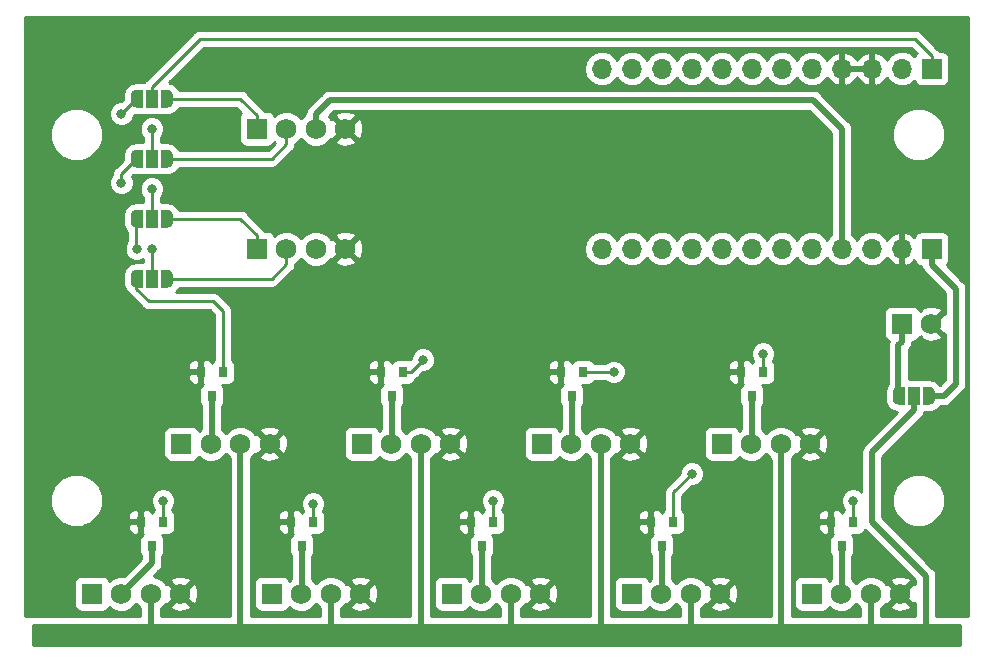
<source format=gbr>
G04 #@! TF.GenerationSoftware,KiCad,Pcbnew,(5.0.0)*
G04 #@! TF.CreationDate,2019-07-13T19:24:01-04:00*
G04 #@! TF.ProjectId,ProMicro-Breakout,50726F4D6963726F2D427265616B6F75,rev?*
G04 #@! TF.SameCoordinates,Original*
G04 #@! TF.FileFunction,Copper,L1,Top,Signal*
G04 #@! TF.FilePolarity,Positive*
%FSLAX46Y46*%
G04 Gerber Fmt 4.6, Leading zero omitted, Abs format (unit mm)*
G04 Created by KiCad (PCBNEW (5.0.0)) date 07/13/19 19:24:01*
%MOMM*%
%LPD*%
G01*
G04 APERTURE LIST*
G04 #@! TA.AperFunction,SMDPad,CuDef*
%ADD10C,0.500000*%
G04 #@! TD*
G04 #@! TA.AperFunction,Conductor*
%ADD11C,0.100000*%
G04 #@! TD*
G04 #@! TA.AperFunction,SMDPad,CuDef*
%ADD12R,1.000000X1.500000*%
G04 #@! TD*
G04 #@! TA.AperFunction,ComponentPad*
%ADD13O,1.700000X1.700000*%
G04 #@! TD*
G04 #@! TA.AperFunction,ComponentPad*
%ADD14R,1.700000X1.700000*%
G04 #@! TD*
G04 #@! TA.AperFunction,ComponentPad*
%ADD15C,1.750000*%
G04 #@! TD*
G04 #@! TA.AperFunction,ComponentPad*
%ADD16R,1.750000X1.750000*%
G04 #@! TD*
G04 #@! TA.AperFunction,SMDPad,CuDef*
%ADD17R,0.800000X0.900000*%
G04 #@! TD*
G04 #@! TA.AperFunction,ViaPad*
%ADD18C,0.800000*%
G04 #@! TD*
G04 #@! TA.AperFunction,Conductor*
%ADD19C,0.250000*%
G04 #@! TD*
G04 #@! TA.AperFunction,Conductor*
%ADD20C,0.500000*%
G04 #@! TD*
G04 #@! TA.AperFunction,Conductor*
%ADD21C,0.254000*%
G04 #@! TD*
G04 APERTURE END LIST*
D10*
G04 #@! TO.P,JP5,1*
G04 #@! TO.N,/B8LED*
X113000000Y-110490000D03*
D11*
G04 #@! TD*
G04 #@! TO.N,/B8LED*
G04 #@! TO.C,JP5*
G36*
X113550000Y-111240000D02*
X113000000Y-111240000D01*
X113000000Y-111239398D01*
X112975466Y-111239398D01*
X112926635Y-111234588D01*
X112878510Y-111225016D01*
X112831555Y-111210772D01*
X112786222Y-111191995D01*
X112742949Y-111168864D01*
X112702150Y-111141604D01*
X112664221Y-111110476D01*
X112629524Y-111075779D01*
X112598396Y-111037850D01*
X112571136Y-110997051D01*
X112548005Y-110953778D01*
X112529228Y-110908445D01*
X112514984Y-110861490D01*
X112505412Y-110813365D01*
X112500602Y-110764534D01*
X112500602Y-110740000D01*
X112500000Y-110740000D01*
X112500000Y-110240000D01*
X112500602Y-110240000D01*
X112500602Y-110215466D01*
X112505412Y-110166635D01*
X112514984Y-110118510D01*
X112529228Y-110071555D01*
X112548005Y-110026222D01*
X112571136Y-109982949D01*
X112598396Y-109942150D01*
X112629524Y-109904221D01*
X112664221Y-109869524D01*
X112702150Y-109838396D01*
X112742949Y-109811136D01*
X112786222Y-109788005D01*
X112831555Y-109769228D01*
X112878510Y-109754984D01*
X112926635Y-109745412D01*
X112975466Y-109740602D01*
X113000000Y-109740602D01*
X113000000Y-109740000D01*
X113550000Y-109740000D01*
X113550000Y-111240000D01*
X113550000Y-111240000D01*
G37*
D10*
G04 #@! TO.P,JP5,3*
G04 #@! TO.N,/QE2B*
X115600000Y-110490000D03*
D11*
G04 #@! TD*
G04 #@! TO.N,/QE2B*
G04 #@! TO.C,JP5*
G36*
X115600000Y-109740602D02*
X115624534Y-109740602D01*
X115673365Y-109745412D01*
X115721490Y-109754984D01*
X115768445Y-109769228D01*
X115813778Y-109788005D01*
X115857051Y-109811136D01*
X115897850Y-109838396D01*
X115935779Y-109869524D01*
X115970476Y-109904221D01*
X116001604Y-109942150D01*
X116028864Y-109982949D01*
X116051995Y-110026222D01*
X116070772Y-110071555D01*
X116085016Y-110118510D01*
X116094588Y-110166635D01*
X116099398Y-110215466D01*
X116099398Y-110240000D01*
X116100000Y-110240000D01*
X116100000Y-110740000D01*
X116099398Y-110740000D01*
X116099398Y-110764534D01*
X116094588Y-110813365D01*
X116085016Y-110861490D01*
X116070772Y-110908445D01*
X116051995Y-110953778D01*
X116028864Y-110997051D01*
X116001604Y-111037850D01*
X115970476Y-111075779D01*
X115935779Y-111110476D01*
X115897850Y-111141604D01*
X115857051Y-111168864D01*
X115813778Y-111191995D01*
X115768445Y-111210772D01*
X115721490Y-111225016D01*
X115673365Y-111234588D01*
X115624534Y-111239398D01*
X115600000Y-111239398D01*
X115600000Y-111240000D01*
X115050000Y-111240000D01*
X115050000Y-109740000D01*
X115600000Y-109740000D01*
X115600000Y-109740602D01*
X115600000Y-109740602D01*
G37*
D12*
G04 #@! TO.P,JP5,2*
G04 #@! TO.N,/PIN3*
X114300000Y-110490000D03*
G04 #@! TD*
D13*
G04 #@! TO.P,J7,12*
G04 #@! TO.N,/B7*
X152400000Y-92710000D03*
G04 #@! TO.P,J7,11*
G04 #@! TO.N,/B7LED*
X154940000Y-92710000D03*
G04 #@! TO.P,J7,10*
G04 #@! TO.N,/B6*
X157480000Y-92710000D03*
G04 #@! TO.P,J7,9*
G04 #@! TO.N,/B6LED*
X160020000Y-92710000D03*
G04 #@! TO.P,J7,8*
G04 #@! TO.N,/B5*
X162560000Y-92710000D03*
G04 #@! TO.P,J7,7*
G04 #@! TO.N,/B5LED*
X165100000Y-92710000D03*
G04 #@! TO.P,J7,6*
G04 #@! TO.N,/PIN3*
X167640000Y-92710000D03*
G04 #@! TO.P,J7,5*
G04 #@! TO.N,/PIN2*
X170180000Y-92710000D03*
G04 #@! TO.P,J7,4*
G04 #@! TO.N,GND*
X172720000Y-92710000D03*
G04 #@! TO.P,J7,3*
X175260000Y-92710000D03*
G04 #@! TO.P,J7,2*
G04 #@! TO.N,/PIN0*
X177800000Y-92710000D03*
D14*
G04 #@! TO.P,J7,1*
G04 #@! TO.N,/PIN1*
X180340000Y-92710000D03*
G04 #@! TD*
G04 #@! TO.P,J10,1*
G04 #@! TO.N,VBUS*
X180340000Y-107950000D03*
D13*
G04 #@! TO.P,J10,2*
G04 #@! TO.N,GND*
X177800000Y-107950000D03*
G04 #@! TO.P,J10,3*
G04 #@! TO.N,Net-(J10-Pad3)*
X175260000Y-107950000D03*
G04 #@! TO.P,J10,4*
G04 #@! TO.N,+5V*
X172720000Y-107950000D03*
G04 #@! TO.P,J10,5*
G04 #@! TO.N,/B1LED*
X170180000Y-107950000D03*
G04 #@! TO.P,J10,6*
G04 #@! TO.N,/B1*
X167640000Y-107950000D03*
G04 #@! TO.P,J10,7*
G04 #@! TO.N,/B2LED*
X165100000Y-107950000D03*
G04 #@! TO.P,J10,8*
G04 #@! TO.N,/B2*
X162560000Y-107950000D03*
G04 #@! TO.P,J10,9*
G04 #@! TO.N,/B3LED*
X160020000Y-107950000D03*
G04 #@! TO.P,J10,10*
G04 #@! TO.N,/B3*
X157480000Y-107950000D03*
G04 #@! TO.P,J10,11*
G04 #@! TO.N,/B4LED*
X154940000Y-107950000D03*
G04 #@! TO.P,J10,12*
G04 #@! TO.N,/B4*
X152400000Y-107950000D03*
G04 #@! TD*
D15*
G04 #@! TO.P,J13,2*
G04 #@! TO.N,GND*
X180300000Y-114300000D03*
D16*
G04 #@! TO.P,J13,1*
G04 #@! TO.N,+12V*
X177800000Y-114300000D03*
G04 #@! TD*
D15*
G04 #@! TO.P,J8,4*
G04 #@! TO.N,GND*
X147200000Y-137160000D03*
G04 #@! TO.P,J8,3*
G04 #@! TO.N,/LED+*
X144700000Y-137160000D03*
G04 #@! TO.P,J8,2*
G04 #@! TO.N,Net-(J8-Pad2)*
X142200000Y-137160000D03*
D16*
G04 #@! TO.P,J8,1*
G04 #@! TO.N,/B5*
X139700000Y-137160000D03*
G04 #@! TD*
D15*
G04 #@! TO.P,J2,4*
G04 #@! TO.N,GND*
X130690000Y-107950000D03*
G04 #@! TO.P,J2,3*
G04 #@! TO.N,+5V*
X128190000Y-107950000D03*
G04 #@! TO.P,J2,2*
G04 #@! TO.N,/QE2B*
X125690000Y-107950000D03*
D16*
G04 #@! TO.P,J2,1*
G04 #@! TO.N,/QE2A*
X123190000Y-107950000D03*
G04 #@! TD*
D15*
G04 #@! TO.P,J3,4*
G04 #@! TO.N,GND*
X177680000Y-137160000D03*
G04 #@! TO.P,J3,3*
G04 #@! TO.N,/LED+*
X175180000Y-137160000D03*
G04 #@! TO.P,J3,2*
G04 #@! TO.N,Net-(J3-Pad2)*
X172680000Y-137160000D03*
D16*
G04 #@! TO.P,J3,1*
G04 #@! TO.N,/B1*
X170180000Y-137160000D03*
G04 #@! TD*
G04 #@! TO.P,J4,1*
G04 #@! TO.N,/B2*
X162560000Y-124460000D03*
D15*
G04 #@! TO.P,J4,2*
G04 #@! TO.N,Net-(J4-Pad2)*
X165060000Y-124460000D03*
G04 #@! TO.P,J4,3*
G04 #@! TO.N,/LED+*
X167560000Y-124460000D03*
G04 #@! TO.P,J4,4*
G04 #@! TO.N,GND*
X170060000Y-124460000D03*
G04 #@! TD*
G04 #@! TO.P,J5,4*
G04 #@! TO.N,GND*
X162440000Y-137160000D03*
G04 #@! TO.P,J5,3*
G04 #@! TO.N,/LED+*
X159940000Y-137160000D03*
G04 #@! TO.P,J5,2*
G04 #@! TO.N,Net-(J5-Pad2)*
X157440000Y-137160000D03*
D16*
G04 #@! TO.P,J5,1*
G04 #@! TO.N,/B3*
X154940000Y-137160000D03*
G04 #@! TD*
G04 #@! TO.P,J9,1*
G04 #@! TO.N,/B6*
X132080000Y-124460000D03*
D15*
G04 #@! TO.P,J9,2*
G04 #@! TO.N,Net-(J9-Pad2)*
X134580000Y-124460000D03*
G04 #@! TO.P,J9,3*
G04 #@! TO.N,/LED+*
X137080000Y-124460000D03*
G04 #@! TO.P,J9,4*
G04 #@! TO.N,GND*
X139580000Y-124460000D03*
G04 #@! TD*
G04 #@! TO.P,J11,4*
G04 #@! TO.N,GND*
X131960000Y-137160000D03*
G04 #@! TO.P,J11,3*
G04 #@! TO.N,/LED+*
X129460000Y-137160000D03*
G04 #@! TO.P,J11,2*
G04 #@! TO.N,Net-(J11-Pad2)*
X126960000Y-137160000D03*
D16*
G04 #@! TO.P,J11,1*
G04 #@! TO.N,/B7*
X124460000Y-137160000D03*
G04 #@! TD*
G04 #@! TO.P,J12,1*
G04 #@! TO.N,/B8*
X116800000Y-124460000D03*
D15*
G04 #@! TO.P,J12,2*
G04 #@! TO.N,Net-(J12-Pad2)*
X119300000Y-124460000D03*
G04 #@! TO.P,J12,3*
G04 #@! TO.N,/LED+*
X121800000Y-124460000D03*
G04 #@! TO.P,J12,4*
G04 #@! TO.N,GND*
X124300000Y-124460000D03*
G04 #@! TD*
G04 #@! TO.P,J14,4*
G04 #@! TO.N,GND*
X116720000Y-137160000D03*
G04 #@! TO.P,J14,3*
G04 #@! TO.N,/LED+*
X114220000Y-137160000D03*
G04 #@! TO.P,J14,2*
G04 #@! TO.N,Net-(J14-Pad2)*
X111720000Y-137160000D03*
D16*
G04 #@! TO.P,J14,1*
G04 #@! TO.N,/B9*
X109220000Y-137160000D03*
G04 #@! TD*
G04 #@! TO.P,J1,1*
G04 #@! TO.N,/QE1A*
X123190000Y-97790000D03*
D15*
G04 #@! TO.P,J1,2*
G04 #@! TO.N,/QE1B*
X125690000Y-97790000D03*
G04 #@! TO.P,J1,3*
G04 #@! TO.N,+5V*
X128190000Y-97790000D03*
G04 #@! TO.P,J1,4*
G04 #@! TO.N,GND*
X130690000Y-97790000D03*
G04 #@! TD*
G04 #@! TO.P,J6,4*
G04 #@! TO.N,GND*
X154820000Y-124460000D03*
G04 #@! TO.P,J6,3*
G04 #@! TO.N,/LED+*
X152320000Y-124460000D03*
G04 #@! TO.P,J6,2*
G04 #@! TO.N,Net-(J6-Pad2)*
X149820000Y-124460000D03*
D16*
G04 #@! TO.P,J6,1*
G04 #@! TO.N,/B4*
X147320000Y-124460000D03*
G04 #@! TD*
D12*
G04 #@! TO.P,JP2,2*
G04 #@! TO.N,/PIN1*
X114300000Y-95250000D03*
D10*
G04 #@! TO.P,JP2,3*
G04 #@! TO.N,/QE1A*
X115600000Y-95250000D03*
D11*
G04 #@! TD*
G04 #@! TO.N,/QE1A*
G04 #@! TO.C,JP2*
G36*
X115600000Y-94500602D02*
X115624534Y-94500602D01*
X115673365Y-94505412D01*
X115721490Y-94514984D01*
X115768445Y-94529228D01*
X115813778Y-94548005D01*
X115857051Y-94571136D01*
X115897850Y-94598396D01*
X115935779Y-94629524D01*
X115970476Y-94664221D01*
X116001604Y-94702150D01*
X116028864Y-94742949D01*
X116051995Y-94786222D01*
X116070772Y-94831555D01*
X116085016Y-94878510D01*
X116094588Y-94926635D01*
X116099398Y-94975466D01*
X116099398Y-95000000D01*
X116100000Y-95000000D01*
X116100000Y-95500000D01*
X116099398Y-95500000D01*
X116099398Y-95524534D01*
X116094588Y-95573365D01*
X116085016Y-95621490D01*
X116070772Y-95668445D01*
X116051995Y-95713778D01*
X116028864Y-95757051D01*
X116001604Y-95797850D01*
X115970476Y-95835779D01*
X115935779Y-95870476D01*
X115897850Y-95901604D01*
X115857051Y-95928864D01*
X115813778Y-95951995D01*
X115768445Y-95970772D01*
X115721490Y-95985016D01*
X115673365Y-95994588D01*
X115624534Y-95999398D01*
X115600000Y-95999398D01*
X115600000Y-96000000D01*
X115050000Y-96000000D01*
X115050000Y-94500000D01*
X115600000Y-94500000D01*
X115600000Y-94500602D01*
X115600000Y-94500602D01*
G37*
D10*
G04 #@! TO.P,JP2,1*
G04 #@! TO.N,/B9*
X113000000Y-95250000D03*
D11*
G04 #@! TD*
G04 #@! TO.N,/B9*
G04 #@! TO.C,JP2*
G36*
X113550000Y-96000000D02*
X113000000Y-96000000D01*
X113000000Y-95999398D01*
X112975466Y-95999398D01*
X112926635Y-95994588D01*
X112878510Y-95985016D01*
X112831555Y-95970772D01*
X112786222Y-95951995D01*
X112742949Y-95928864D01*
X112702150Y-95901604D01*
X112664221Y-95870476D01*
X112629524Y-95835779D01*
X112598396Y-95797850D01*
X112571136Y-95757051D01*
X112548005Y-95713778D01*
X112529228Y-95668445D01*
X112514984Y-95621490D01*
X112505412Y-95573365D01*
X112500602Y-95524534D01*
X112500602Y-95500000D01*
X112500000Y-95500000D01*
X112500000Y-95000000D01*
X112500602Y-95000000D01*
X112500602Y-94975466D01*
X112505412Y-94926635D01*
X112514984Y-94878510D01*
X112529228Y-94831555D01*
X112548005Y-94786222D01*
X112571136Y-94742949D01*
X112598396Y-94702150D01*
X112629524Y-94664221D01*
X112664221Y-94629524D01*
X112702150Y-94598396D01*
X112742949Y-94571136D01*
X112786222Y-94548005D01*
X112831555Y-94529228D01*
X112878510Y-94514984D01*
X112926635Y-94505412D01*
X112975466Y-94500602D01*
X113000000Y-94500602D01*
X113000000Y-94500000D01*
X113550000Y-94500000D01*
X113550000Y-96000000D01*
X113550000Y-96000000D01*
G37*
D10*
G04 #@! TO.P,JP1,1*
G04 #@! TO.N,VBUS*
X180116000Y-120396000D03*
D11*
G04 #@! TD*
G04 #@! TO.N,VBUS*
G04 #@! TO.C,JP1*
G36*
X179566000Y-119646000D02*
X180116000Y-119646000D01*
X180116000Y-119646602D01*
X180140534Y-119646602D01*
X180189365Y-119651412D01*
X180237490Y-119660984D01*
X180284445Y-119675228D01*
X180329778Y-119694005D01*
X180373051Y-119717136D01*
X180413850Y-119744396D01*
X180451779Y-119775524D01*
X180486476Y-119810221D01*
X180517604Y-119848150D01*
X180544864Y-119888949D01*
X180567995Y-119932222D01*
X180586772Y-119977555D01*
X180601016Y-120024510D01*
X180610588Y-120072635D01*
X180615398Y-120121466D01*
X180615398Y-120146000D01*
X180616000Y-120146000D01*
X180616000Y-120646000D01*
X180615398Y-120646000D01*
X180615398Y-120670534D01*
X180610588Y-120719365D01*
X180601016Y-120767490D01*
X180586772Y-120814445D01*
X180567995Y-120859778D01*
X180544864Y-120903051D01*
X180517604Y-120943850D01*
X180486476Y-120981779D01*
X180451779Y-121016476D01*
X180413850Y-121047604D01*
X180373051Y-121074864D01*
X180329778Y-121097995D01*
X180284445Y-121116772D01*
X180237490Y-121131016D01*
X180189365Y-121140588D01*
X180140534Y-121145398D01*
X180116000Y-121145398D01*
X180116000Y-121146000D01*
X179566000Y-121146000D01*
X179566000Y-119646000D01*
X179566000Y-119646000D01*
G37*
D10*
G04 #@! TO.P,JP1,3*
G04 #@! TO.N,+12V*
X177516000Y-120396000D03*
D11*
G04 #@! TD*
G04 #@! TO.N,+12V*
G04 #@! TO.C,JP1*
G36*
X177516000Y-121145398D02*
X177491466Y-121145398D01*
X177442635Y-121140588D01*
X177394510Y-121131016D01*
X177347555Y-121116772D01*
X177302222Y-121097995D01*
X177258949Y-121074864D01*
X177218150Y-121047604D01*
X177180221Y-121016476D01*
X177145524Y-120981779D01*
X177114396Y-120943850D01*
X177087136Y-120903051D01*
X177064005Y-120859778D01*
X177045228Y-120814445D01*
X177030984Y-120767490D01*
X177021412Y-120719365D01*
X177016602Y-120670534D01*
X177016602Y-120646000D01*
X177016000Y-120646000D01*
X177016000Y-120146000D01*
X177016602Y-120146000D01*
X177016602Y-120121466D01*
X177021412Y-120072635D01*
X177030984Y-120024510D01*
X177045228Y-119977555D01*
X177064005Y-119932222D01*
X177087136Y-119888949D01*
X177114396Y-119848150D01*
X177145524Y-119810221D01*
X177180221Y-119775524D01*
X177218150Y-119744396D01*
X177258949Y-119717136D01*
X177302222Y-119694005D01*
X177347555Y-119675228D01*
X177394510Y-119660984D01*
X177442635Y-119651412D01*
X177491466Y-119646602D01*
X177516000Y-119646602D01*
X177516000Y-119646000D01*
X178066000Y-119646000D01*
X178066000Y-121146000D01*
X177516000Y-121146000D01*
X177516000Y-121145398D01*
X177516000Y-121145398D01*
G37*
D12*
G04 #@! TO.P,JP1,2*
G04 #@! TO.N,/LED+*
X178816000Y-120396000D03*
G04 #@! TD*
G04 #@! TO.P,JP4,2*
G04 #@! TO.N,/PIN2*
X114300000Y-105410000D03*
D10*
G04 #@! TO.P,JP4,3*
G04 #@! TO.N,/QE2A*
X115600000Y-105410000D03*
D11*
G04 #@! TD*
G04 #@! TO.N,/QE2A*
G04 #@! TO.C,JP4*
G36*
X115600000Y-104660602D02*
X115624534Y-104660602D01*
X115673365Y-104665412D01*
X115721490Y-104674984D01*
X115768445Y-104689228D01*
X115813778Y-104708005D01*
X115857051Y-104731136D01*
X115897850Y-104758396D01*
X115935779Y-104789524D01*
X115970476Y-104824221D01*
X116001604Y-104862150D01*
X116028864Y-104902949D01*
X116051995Y-104946222D01*
X116070772Y-104991555D01*
X116085016Y-105038510D01*
X116094588Y-105086635D01*
X116099398Y-105135466D01*
X116099398Y-105160000D01*
X116100000Y-105160000D01*
X116100000Y-105660000D01*
X116099398Y-105660000D01*
X116099398Y-105684534D01*
X116094588Y-105733365D01*
X116085016Y-105781490D01*
X116070772Y-105828445D01*
X116051995Y-105873778D01*
X116028864Y-105917051D01*
X116001604Y-105957850D01*
X115970476Y-105995779D01*
X115935779Y-106030476D01*
X115897850Y-106061604D01*
X115857051Y-106088864D01*
X115813778Y-106111995D01*
X115768445Y-106130772D01*
X115721490Y-106145016D01*
X115673365Y-106154588D01*
X115624534Y-106159398D01*
X115600000Y-106159398D01*
X115600000Y-106160000D01*
X115050000Y-106160000D01*
X115050000Y-104660000D01*
X115600000Y-104660000D01*
X115600000Y-104660602D01*
X115600000Y-104660602D01*
G37*
D10*
G04 #@! TO.P,JP4,1*
G04 #@! TO.N,/B8*
X113000000Y-105410000D03*
D11*
G04 #@! TD*
G04 #@! TO.N,/B8*
G04 #@! TO.C,JP4*
G36*
X113550000Y-106160000D02*
X113000000Y-106160000D01*
X113000000Y-106159398D01*
X112975466Y-106159398D01*
X112926635Y-106154588D01*
X112878510Y-106145016D01*
X112831555Y-106130772D01*
X112786222Y-106111995D01*
X112742949Y-106088864D01*
X112702150Y-106061604D01*
X112664221Y-106030476D01*
X112629524Y-105995779D01*
X112598396Y-105957850D01*
X112571136Y-105917051D01*
X112548005Y-105873778D01*
X112529228Y-105828445D01*
X112514984Y-105781490D01*
X112505412Y-105733365D01*
X112500602Y-105684534D01*
X112500602Y-105660000D01*
X112500000Y-105660000D01*
X112500000Y-105160000D01*
X112500602Y-105160000D01*
X112500602Y-105135466D01*
X112505412Y-105086635D01*
X112514984Y-105038510D01*
X112529228Y-104991555D01*
X112548005Y-104946222D01*
X112571136Y-104902949D01*
X112598396Y-104862150D01*
X112629524Y-104824221D01*
X112664221Y-104789524D01*
X112702150Y-104758396D01*
X112742949Y-104731136D01*
X112786222Y-104708005D01*
X112831555Y-104689228D01*
X112878510Y-104674984D01*
X112926635Y-104665412D01*
X112975466Y-104660602D01*
X113000000Y-104660602D01*
X113000000Y-104660000D01*
X113550000Y-104660000D01*
X113550000Y-106160000D01*
X113550000Y-106160000D01*
G37*
D10*
G04 #@! TO.P,JP3,1*
G04 #@! TO.N,/B9LED*
X113000000Y-100330000D03*
D11*
G04 #@! TD*
G04 #@! TO.N,/B9LED*
G04 #@! TO.C,JP3*
G36*
X113550000Y-101080000D02*
X113000000Y-101080000D01*
X113000000Y-101079398D01*
X112975466Y-101079398D01*
X112926635Y-101074588D01*
X112878510Y-101065016D01*
X112831555Y-101050772D01*
X112786222Y-101031995D01*
X112742949Y-101008864D01*
X112702150Y-100981604D01*
X112664221Y-100950476D01*
X112629524Y-100915779D01*
X112598396Y-100877850D01*
X112571136Y-100837051D01*
X112548005Y-100793778D01*
X112529228Y-100748445D01*
X112514984Y-100701490D01*
X112505412Y-100653365D01*
X112500602Y-100604534D01*
X112500602Y-100580000D01*
X112500000Y-100580000D01*
X112500000Y-100080000D01*
X112500602Y-100080000D01*
X112500602Y-100055466D01*
X112505412Y-100006635D01*
X112514984Y-99958510D01*
X112529228Y-99911555D01*
X112548005Y-99866222D01*
X112571136Y-99822949D01*
X112598396Y-99782150D01*
X112629524Y-99744221D01*
X112664221Y-99709524D01*
X112702150Y-99678396D01*
X112742949Y-99651136D01*
X112786222Y-99628005D01*
X112831555Y-99609228D01*
X112878510Y-99594984D01*
X112926635Y-99585412D01*
X112975466Y-99580602D01*
X113000000Y-99580602D01*
X113000000Y-99580000D01*
X113550000Y-99580000D01*
X113550000Y-101080000D01*
X113550000Y-101080000D01*
G37*
D10*
G04 #@! TO.P,JP3,3*
G04 #@! TO.N,/QE1B*
X115600000Y-100330000D03*
D11*
G04 #@! TD*
G04 #@! TO.N,/QE1B*
G04 #@! TO.C,JP3*
G36*
X115600000Y-99580602D02*
X115624534Y-99580602D01*
X115673365Y-99585412D01*
X115721490Y-99594984D01*
X115768445Y-99609228D01*
X115813778Y-99628005D01*
X115857051Y-99651136D01*
X115897850Y-99678396D01*
X115935779Y-99709524D01*
X115970476Y-99744221D01*
X116001604Y-99782150D01*
X116028864Y-99822949D01*
X116051995Y-99866222D01*
X116070772Y-99911555D01*
X116085016Y-99958510D01*
X116094588Y-100006635D01*
X116099398Y-100055466D01*
X116099398Y-100080000D01*
X116100000Y-100080000D01*
X116100000Y-100580000D01*
X116099398Y-100580000D01*
X116099398Y-100604534D01*
X116094588Y-100653365D01*
X116085016Y-100701490D01*
X116070772Y-100748445D01*
X116051995Y-100793778D01*
X116028864Y-100837051D01*
X116001604Y-100877850D01*
X115970476Y-100915779D01*
X115935779Y-100950476D01*
X115897850Y-100981604D01*
X115857051Y-101008864D01*
X115813778Y-101031995D01*
X115768445Y-101050772D01*
X115721490Y-101065016D01*
X115673365Y-101074588D01*
X115624534Y-101079398D01*
X115600000Y-101079398D01*
X115600000Y-101080000D01*
X115050000Y-101080000D01*
X115050000Y-99580000D01*
X115600000Y-99580000D01*
X115600000Y-99580602D01*
X115600000Y-99580602D01*
G37*
D12*
G04 #@! TO.P,JP3,2*
G04 #@! TO.N,/PIN0*
X114300000Y-100330000D03*
G04 #@! TD*
D17*
G04 #@! TO.P,Q8,3*
G04 #@! TO.N,Net-(J12-Pad2)*
X119380000Y-120380000D03*
G04 #@! TO.P,Q8,2*
G04 #@! TO.N,GND*
X118430000Y-118380000D03*
G04 #@! TO.P,Q8,1*
G04 #@! TO.N,/B8LED*
X120330000Y-118380000D03*
G04 #@! TD*
G04 #@! TO.P,Q9,1*
G04 #@! TO.N,/B9LED*
X115250000Y-131080000D03*
G04 #@! TO.P,Q9,2*
G04 #@! TO.N,GND*
X113350000Y-131080000D03*
G04 #@! TO.P,Q9,3*
G04 #@! TO.N,Net-(J14-Pad2)*
X114300000Y-133080000D03*
G04 #@! TD*
G04 #@! TO.P,Q1,3*
G04 #@! TO.N,Net-(J3-Pad2)*
X172720000Y-133080000D03*
G04 #@! TO.P,Q1,2*
G04 #@! TO.N,GND*
X171770000Y-131080000D03*
G04 #@! TO.P,Q1,1*
G04 #@! TO.N,/B1LED*
X173670000Y-131080000D03*
G04 #@! TD*
G04 #@! TO.P,Q2,1*
G04 #@! TO.N,/B2LED*
X166050000Y-118380000D03*
G04 #@! TO.P,Q2,2*
G04 #@! TO.N,GND*
X164150000Y-118380000D03*
G04 #@! TO.P,Q2,3*
G04 #@! TO.N,Net-(J4-Pad2)*
X165100000Y-120380000D03*
G04 #@! TD*
G04 #@! TO.P,Q3,3*
G04 #@! TO.N,Net-(J5-Pad2)*
X157480000Y-133080000D03*
G04 #@! TO.P,Q3,2*
G04 #@! TO.N,GND*
X156530000Y-131080000D03*
G04 #@! TO.P,Q3,1*
G04 #@! TO.N,/B3LED*
X158430000Y-131080000D03*
G04 #@! TD*
G04 #@! TO.P,Q4,1*
G04 #@! TO.N,/B4LED*
X150810000Y-118380000D03*
G04 #@! TO.P,Q4,2*
G04 #@! TO.N,GND*
X148910000Y-118380000D03*
G04 #@! TO.P,Q4,3*
G04 #@! TO.N,Net-(J6-Pad2)*
X149860000Y-120380000D03*
G04 #@! TD*
G04 #@! TO.P,Q5,3*
G04 #@! TO.N,Net-(J8-Pad2)*
X142240000Y-133080000D03*
G04 #@! TO.P,Q5,2*
G04 #@! TO.N,GND*
X141290000Y-131080000D03*
G04 #@! TO.P,Q5,1*
G04 #@! TO.N,/B5LED*
X143190000Y-131080000D03*
G04 #@! TD*
G04 #@! TO.P,Q6,1*
G04 #@! TO.N,/B6LED*
X135570000Y-118380000D03*
G04 #@! TO.P,Q6,2*
G04 #@! TO.N,GND*
X133670000Y-118380000D03*
G04 #@! TO.P,Q6,3*
G04 #@! TO.N,Net-(J9-Pad2)*
X134620000Y-120380000D03*
G04 #@! TD*
G04 #@! TO.P,Q7,3*
G04 #@! TO.N,Net-(J11-Pad2)*
X127000000Y-133080000D03*
G04 #@! TO.P,Q7,2*
G04 #@! TO.N,GND*
X126050000Y-131080000D03*
G04 #@! TO.P,Q7,1*
G04 #@! TO.N,/B7LED*
X127950000Y-131080000D03*
G04 #@! TD*
D18*
G04 #@! TO.N,/B7LED*
X127950000Y-129540000D03*
G04 #@! TO.N,/B6LED*
X137252000Y-117348000D03*
G04 #@! TO.N,/B5LED*
X143190000Y-129286000D03*
G04 #@! TO.N,/B4LED*
X153400000Y-118380000D03*
G04 #@! TO.N,/B3LED*
X160020000Y-127000000D03*
G04 #@! TO.N,/B2LED*
X166050000Y-116840000D03*
G04 #@! TO.N,/B1LED*
X173670000Y-129286000D03*
G04 #@! TO.N,/B9LED*
X111724980Y-102362000D03*
X115250000Y-129286000D03*
G04 #@! TO.N,/PIN0*
X114300000Y-97790000D03*
G04 #@! TO.N,/B8*
X113030000Y-107950000D03*
G04 #@! TO.N,/B9*
X111730000Y-96520000D03*
G04 #@! TO.N,/PIN3*
X114300000Y-107950000D03*
G04 #@! TO.N,/PIN2*
X114300000Y-102870000D03*
G04 #@! TD*
D19*
G04 #@! TO.N,/B7LED*
X127950000Y-131080000D02*
X127950000Y-129540000D01*
G04 #@! TO.N,/B6LED*
X136220000Y-118380000D02*
X135570000Y-118380000D01*
X137252000Y-117348000D02*
X136220000Y-118380000D01*
G04 #@! TO.N,/B5LED*
X143190000Y-129286000D02*
X143190000Y-131080000D01*
G04 #@! TO.N,/B4LED*
X153400000Y-118380000D02*
X153400000Y-118380000D01*
X153400000Y-118380000D02*
X150810000Y-118380000D01*
G04 #@! TO.N,/B3LED*
X158430000Y-128590000D02*
X158430000Y-131080000D01*
X160020000Y-127000000D02*
X158430000Y-128590000D01*
G04 #@! TO.N,/B2LED*
X166050000Y-116840000D02*
X166050000Y-118380000D01*
G04 #@! TO.N,/B1LED*
X173670000Y-131080000D02*
X173670000Y-129286000D01*
G04 #@! TO.N,/B9LED*
X113000000Y-100330000D02*
X111724980Y-101605020D01*
X115250000Y-131080000D02*
X115250000Y-129286000D01*
X111724980Y-101605020D02*
X111724980Y-102362000D01*
G04 #@! TO.N,/B8LED*
X120330000Y-113218000D02*
X120330000Y-118380000D01*
X119507000Y-112395000D02*
X120330000Y-113218000D01*
X114057408Y-112395000D02*
X119507000Y-112395000D01*
X113000000Y-110490000D02*
X113000000Y-111337592D01*
X113000000Y-111337592D02*
X114057408Y-112395000D01*
G04 #@! TO.N,/QE1B*
X125690000Y-99100000D02*
X125690000Y-97790000D01*
X115600000Y-100330000D02*
X124460000Y-100330000D01*
X124460000Y-100330000D02*
X125690000Y-99100000D01*
G04 #@! TO.N,/PIN0*
X114300000Y-100330000D02*
X114300000Y-97790000D01*
G04 #@! TO.N,/PIN1*
X114300000Y-94250000D02*
X118380000Y-90170000D01*
X114300000Y-95250000D02*
X114300000Y-94250000D01*
X180340000Y-91610000D02*
X180340000Y-92710000D01*
X178900000Y-90170000D02*
X180340000Y-91610000D01*
X118380000Y-90170000D02*
X178900000Y-90170000D01*
G04 #@! TO.N,/QE1A*
X123190000Y-96665000D02*
X123190000Y-97790000D01*
X121775000Y-95250000D02*
X123190000Y-96665000D01*
X115600000Y-95250000D02*
X121775000Y-95250000D01*
G04 #@! TO.N,/B8*
X113000000Y-105410000D02*
X113000000Y-107920000D01*
X113000000Y-107920000D02*
X113030000Y-107950000D01*
D20*
G04 #@! TO.N,VBUS*
X181356000Y-120396000D02*
X180116000Y-120396000D01*
X182372000Y-119380000D02*
X181356000Y-120396000D01*
X182372000Y-111332000D02*
X182372000Y-119380000D01*
X180340000Y-107950000D02*
X180340000Y-109300000D01*
X180340000Y-109300000D02*
X182372000Y-111332000D01*
G04 #@! TO.N,+12V*
X177800000Y-114300000D02*
X177800000Y-115824000D01*
X177516000Y-116108000D02*
X177516000Y-120396000D01*
X177800000Y-115824000D02*
X177516000Y-116108000D01*
G04 #@! TO.N,/LED+*
X114220000Y-137160000D02*
X114220000Y-140780000D01*
X121800000Y-124460000D02*
X121800000Y-141200000D01*
X129460000Y-137160000D02*
X129460000Y-140540000D01*
X137080000Y-124460000D02*
X137080000Y-140920000D01*
X144700000Y-137160000D02*
X144700000Y-141300000D01*
X152320000Y-124460000D02*
X152320000Y-140820000D01*
X159940000Y-137160000D02*
X159940000Y-141440000D01*
X175180000Y-138397436D02*
X175158400Y-138419036D01*
X175180000Y-137160000D02*
X175180000Y-138397436D01*
X175158400Y-138419036D02*
X175158400Y-141325600D01*
X167560000Y-125697436D02*
X167589200Y-125726636D01*
X167560000Y-124460000D02*
X167560000Y-125697436D01*
X167589200Y-125726636D02*
X167589200Y-141274800D01*
X178816000Y-121646000D02*
X178816000Y-120396000D01*
X175260000Y-125202000D02*
X178816000Y-121646000D01*
X175260000Y-131064000D02*
X175260000Y-125202000D01*
X179832000Y-135636000D02*
X175260000Y-131064000D01*
X179832000Y-140716000D02*
X179832000Y-135636000D01*
G04 #@! TO.N,+5V*
X172720000Y-97790000D02*
X172720000Y-107950000D01*
X128190000Y-96552564D02*
X129365564Y-95377000D01*
X128190000Y-97790000D02*
X128190000Y-96552564D01*
X129365564Y-95377000D02*
X170307000Y-95377000D01*
X170307000Y-95377000D02*
X172720000Y-97790000D01*
D19*
G04 #@! TO.N,/B9*
X111730000Y-96520000D02*
X111730000Y-96520000D01*
X111730000Y-96520000D02*
X113000000Y-95250000D01*
G04 #@! TO.N,/QE2A*
X123190000Y-106825000D02*
X123190000Y-107950000D01*
X121775000Y-105410000D02*
X123190000Y-106825000D01*
X115600000Y-105410000D02*
X121775000Y-105410000D01*
G04 #@! TO.N,/QE2B*
X124460000Y-110490000D02*
X115600000Y-110490000D01*
X125690000Y-107950000D02*
X125690000Y-109260000D01*
X125690000Y-109260000D02*
X124460000Y-110490000D01*
G04 #@! TO.N,/PIN3*
X114300000Y-110490000D02*
X114300000Y-107950000D01*
G04 #@! TO.N,/PIN2*
X114300000Y-105410000D02*
X114300000Y-102870000D01*
D20*
G04 #@! TO.N,Net-(J11-Pad2)*
X127000000Y-137120000D02*
X126960000Y-137160000D01*
X127000000Y-133080000D02*
X127000000Y-137120000D01*
G04 #@! TO.N,Net-(J9-Pad2)*
X134620000Y-124420000D02*
X134580000Y-124460000D01*
X134620000Y-120380000D02*
X134620000Y-124420000D01*
G04 #@! TO.N,Net-(J8-Pad2)*
X142240000Y-137120000D02*
X142200000Y-137160000D01*
X142240000Y-133080000D02*
X142240000Y-137120000D01*
G04 #@! TO.N,Net-(J6-Pad2)*
X149860000Y-124420000D02*
X149820000Y-124460000D01*
X149860000Y-120380000D02*
X149860000Y-124420000D01*
G04 #@! TO.N,Net-(J5-Pad2)*
X157480000Y-137120000D02*
X157440000Y-137160000D01*
X157480000Y-133080000D02*
X157480000Y-137120000D01*
G04 #@! TO.N,Net-(J4-Pad2)*
X165100000Y-124420000D02*
X165060000Y-124460000D01*
X165100000Y-120380000D02*
X165100000Y-124420000D01*
G04 #@! TO.N,Net-(J3-Pad2)*
X172720000Y-137120000D02*
X172680000Y-137160000D01*
X172720000Y-133080000D02*
X172720000Y-137120000D01*
G04 #@! TO.N,Net-(J14-Pad2)*
X111760000Y-137120000D02*
X111720000Y-137160000D01*
X114300000Y-134580000D02*
X111720000Y-137160000D01*
X114300000Y-133080000D02*
X114300000Y-134580000D01*
G04 #@! TO.N,Net-(J12-Pad2)*
X119380000Y-124380000D02*
X119300000Y-124460000D01*
X119380000Y-120380000D02*
X119380000Y-124380000D01*
G04 #@! TD*
D21*
G04 #@! TO.N,/LED+*
G36*
X182753000Y-141530000D02*
X104267000Y-141530000D01*
X104267000Y-139827000D01*
X182753000Y-139827000D01*
X182753000Y-141530000D01*
X182753000Y-141530000D01*
G37*
X182753000Y-141530000D02*
X104267000Y-141530000D01*
X104267000Y-139827000D01*
X182753000Y-139827000D01*
X182753000Y-141530000D01*
G04 #@! TO.N,GND*
G36*
X183440001Y-139065000D02*
X180717000Y-139065000D01*
X180717000Y-135723159D01*
X180734337Y-135635999D01*
X180717000Y-135548839D01*
X180717000Y-135548835D01*
X180665652Y-135290690D01*
X180470049Y-134997951D01*
X180396156Y-134948577D01*
X176145000Y-130697422D01*
X176145000Y-128815431D01*
X176977000Y-128815431D01*
X176977000Y-129704569D01*
X177317259Y-130526026D01*
X177945974Y-131154741D01*
X178767431Y-131495000D01*
X179656569Y-131495000D01*
X180478026Y-131154741D01*
X181106741Y-130526026D01*
X181447000Y-129704569D01*
X181447000Y-128815431D01*
X181106741Y-127993974D01*
X180478026Y-127365259D01*
X179656569Y-127025000D01*
X178767431Y-127025000D01*
X177945974Y-127365259D01*
X177317259Y-127993974D01*
X176977000Y-128815431D01*
X176145000Y-128815431D01*
X176145000Y-125568578D01*
X179380156Y-122333423D01*
X179454049Y-122284049D01*
X179649652Y-121991310D01*
X179689011Y-121793440D01*
X180116000Y-121793440D01*
X180128106Y-121791032D01*
X180165009Y-121791032D01*
X180291318Y-121778592D01*
X180387451Y-121759470D01*
X180508904Y-121722628D01*
X180599460Y-121685119D01*
X180711397Y-121625287D01*
X180792896Y-121570831D01*
X180891006Y-121490314D01*
X180960314Y-121421006D01*
X181040831Y-121322896D01*
X181068825Y-121281000D01*
X181268839Y-121281000D01*
X181356000Y-121298337D01*
X181443161Y-121281000D01*
X181443165Y-121281000D01*
X181701310Y-121229652D01*
X181994049Y-121034049D01*
X182043425Y-120960153D01*
X182936156Y-120067423D01*
X183010049Y-120018049D01*
X183205652Y-119725310D01*
X183257000Y-119467165D01*
X183257000Y-119467161D01*
X183274337Y-119380000D01*
X183257000Y-119292839D01*
X183257000Y-111419161D01*
X183274337Y-111332000D01*
X183257000Y-111244839D01*
X183257000Y-111244835D01*
X183205652Y-110986690D01*
X183059424Y-110767845D01*
X183059423Y-110767844D01*
X183010049Y-110693951D01*
X182936156Y-110644577D01*
X181588810Y-109297231D01*
X181647809Y-109257809D01*
X181788157Y-109047765D01*
X181837440Y-108800000D01*
X181837440Y-107100000D01*
X181788157Y-106852235D01*
X181647809Y-106642191D01*
X181437765Y-106501843D01*
X181190000Y-106452560D01*
X179490000Y-106452560D01*
X179242235Y-106501843D01*
X179032191Y-106642191D01*
X178891843Y-106852235D01*
X178871261Y-106955708D01*
X178566924Y-106678355D01*
X178156890Y-106508524D01*
X177927000Y-106629845D01*
X177927000Y-107823000D01*
X177947000Y-107823000D01*
X177947000Y-108077000D01*
X177927000Y-108077000D01*
X177927000Y-109270155D01*
X178156890Y-109391476D01*
X178566924Y-109221645D01*
X178871261Y-108944292D01*
X178891843Y-109047765D01*
X179032191Y-109257809D01*
X179242235Y-109398157D01*
X179466042Y-109442675D01*
X179506348Y-109645309D01*
X179652576Y-109864154D01*
X179652578Y-109864156D01*
X179701952Y-109938049D01*
X179775845Y-109987423D01*
X181487000Y-111698579D01*
X181487000Y-113458556D01*
X181362060Y-113417545D01*
X180479605Y-114300000D01*
X181362060Y-115182455D01*
X181487000Y-115141444D01*
X181487001Y-119013420D01*
X181036543Y-119463879D01*
X180960314Y-119370994D01*
X180891006Y-119301686D01*
X180792896Y-119221169D01*
X180711397Y-119166713D01*
X180599460Y-119106881D01*
X180508904Y-119069372D01*
X180387451Y-119032530D01*
X180291318Y-119013408D01*
X180165009Y-119000968D01*
X180128106Y-119000968D01*
X180116000Y-118998560D01*
X179566000Y-118998560D01*
X179441000Y-119023424D01*
X179316000Y-118998560D01*
X178401000Y-118998560D01*
X178401000Y-116486804D01*
X178438049Y-116462049D01*
X178633652Y-116169310D01*
X178685000Y-115911165D01*
X178685000Y-115911161D01*
X178702337Y-115824000D01*
X178700998Y-115817269D01*
X178922765Y-115773157D01*
X179132809Y-115632809D01*
X179263475Y-115437255D01*
X179302914Y-115476694D01*
X179417546Y-115362062D01*
X179500884Y-115615953D01*
X180065306Y-115821590D01*
X180665458Y-115795579D01*
X181099116Y-115615953D01*
X181182455Y-115362060D01*
X180300000Y-114479605D01*
X180285858Y-114493748D01*
X180106253Y-114314143D01*
X180120395Y-114300000D01*
X180106253Y-114285858D01*
X180285858Y-114106253D01*
X180300000Y-114120395D01*
X181182455Y-113237940D01*
X181099116Y-112984047D01*
X180534694Y-112778410D01*
X179934542Y-112804421D01*
X179500884Y-112984047D01*
X179417546Y-113237938D01*
X179302914Y-113123306D01*
X179263475Y-113162745D01*
X179132809Y-112967191D01*
X178922765Y-112826843D01*
X178675000Y-112777560D01*
X176925000Y-112777560D01*
X176677235Y-112826843D01*
X176467191Y-112967191D01*
X176326843Y-113177235D01*
X176277560Y-113425000D01*
X176277560Y-115175000D01*
X176326843Y-115422765D01*
X176467191Y-115632809D01*
X176677235Y-115773157D01*
X176680151Y-115773737D01*
X176631000Y-116020836D01*
X176631000Y-116020839D01*
X176613663Y-116108000D01*
X176631000Y-116195161D01*
X176631001Y-119420569D01*
X176591169Y-119469104D01*
X176536713Y-119550603D01*
X176476881Y-119662540D01*
X176439372Y-119753096D01*
X176402530Y-119874549D01*
X176383408Y-119970682D01*
X176370968Y-120096991D01*
X176370968Y-120133894D01*
X176368560Y-120146000D01*
X176368560Y-120646000D01*
X176370968Y-120658106D01*
X176370968Y-120695009D01*
X176383408Y-120821318D01*
X176402530Y-120917451D01*
X176439372Y-121038904D01*
X176476881Y-121129460D01*
X176536713Y-121241397D01*
X176591169Y-121322896D01*
X176671686Y-121421006D01*
X176740994Y-121490314D01*
X176839104Y-121570831D01*
X176920603Y-121625287D01*
X177032540Y-121685119D01*
X177123096Y-121722628D01*
X177244549Y-121759470D01*
X177340682Y-121778592D01*
X177423657Y-121786764D01*
X174695845Y-124514577D01*
X174621952Y-124563951D01*
X174572578Y-124637844D01*
X174572576Y-124637846D01*
X174426348Y-124856691D01*
X174357663Y-125202000D01*
X174375001Y-125289165D01*
X174375000Y-128527289D01*
X174256280Y-128408569D01*
X173875874Y-128251000D01*
X173464126Y-128251000D01*
X173083720Y-128408569D01*
X172792569Y-128699720D01*
X172635000Y-129080126D01*
X172635000Y-129491874D01*
X172792569Y-129872280D01*
X172910001Y-129989712D01*
X172910001Y-130106836D01*
X172812191Y-130172191D01*
X172722987Y-130305694D01*
X172708327Y-130270302D01*
X172529699Y-130091673D01*
X172296310Y-129995000D01*
X172055750Y-129995000D01*
X171897000Y-130153750D01*
X171897000Y-130953000D01*
X171917000Y-130953000D01*
X171917000Y-131207000D01*
X171897000Y-131207000D01*
X171897000Y-132006250D01*
X171982531Y-132091781D01*
X171862191Y-132172191D01*
X171721843Y-132382235D01*
X171672560Y-132630000D01*
X171672560Y-133530000D01*
X171721843Y-133777765D01*
X171835000Y-133947115D01*
X171835001Y-135875598D01*
X171824654Y-135879884D01*
X171655504Y-136049034D01*
X171653157Y-136037235D01*
X171512809Y-135827191D01*
X171302765Y-135686843D01*
X171055000Y-135637560D01*
X169305000Y-135637560D01*
X169057235Y-135686843D01*
X168847191Y-135827191D01*
X168706843Y-136037235D01*
X168657560Y-136285000D01*
X168657560Y-138035000D01*
X168706843Y-138282765D01*
X168847191Y-138492809D01*
X169057235Y-138633157D01*
X169305000Y-138682440D01*
X171055000Y-138682440D01*
X171302765Y-138633157D01*
X171512809Y-138492809D01*
X171653157Y-138282765D01*
X171655504Y-138270966D01*
X171824654Y-138440116D01*
X172379642Y-138670000D01*
X172980358Y-138670000D01*
X173535346Y-138440116D01*
X173930000Y-138045462D01*
X174263945Y-138379407D01*
X174256063Y-138419036D01*
X174273400Y-138506197D01*
X174273400Y-139065000D01*
X168474200Y-139065000D01*
X168474200Y-131365750D01*
X170735000Y-131365750D01*
X170735000Y-131656309D01*
X170831673Y-131889698D01*
X171010301Y-132068327D01*
X171243690Y-132165000D01*
X171484250Y-132165000D01*
X171643000Y-132006250D01*
X171643000Y-131207000D01*
X170893750Y-131207000D01*
X170735000Y-131365750D01*
X168474200Y-131365750D01*
X168474200Y-130503691D01*
X170735000Y-130503691D01*
X170735000Y-130794250D01*
X170893750Y-130953000D01*
X171643000Y-130953000D01*
X171643000Y-130153750D01*
X171484250Y-129995000D01*
X171243690Y-129995000D01*
X171010301Y-130091673D01*
X170831673Y-130270302D01*
X170735000Y-130503691D01*
X168474200Y-130503691D01*
X168474200Y-125813795D01*
X168491537Y-125726635D01*
X168481133Y-125674329D01*
X168633402Y-125522060D01*
X169177545Y-125522060D01*
X169260884Y-125775953D01*
X169825306Y-125981590D01*
X170425458Y-125955579D01*
X170859116Y-125775953D01*
X170942455Y-125522060D01*
X170060000Y-124639605D01*
X169177545Y-125522060D01*
X168633402Y-125522060D01*
X168840116Y-125315346D01*
X168849121Y-125293606D01*
X168997940Y-125342455D01*
X169880395Y-124460000D01*
X170239605Y-124460000D01*
X171122060Y-125342455D01*
X171375953Y-125259116D01*
X171581590Y-124694694D01*
X171555579Y-124094542D01*
X171375953Y-123660884D01*
X171122060Y-123577545D01*
X170239605Y-124460000D01*
X169880395Y-124460000D01*
X168997940Y-123577545D01*
X168849121Y-123626394D01*
X168840116Y-123604654D01*
X168633402Y-123397940D01*
X169177545Y-123397940D01*
X170060000Y-124280395D01*
X170942455Y-123397940D01*
X170859116Y-123144047D01*
X170294694Y-122938410D01*
X169694542Y-122964421D01*
X169260884Y-123144047D01*
X169177545Y-123397940D01*
X168633402Y-123397940D01*
X168415346Y-123179884D01*
X167860358Y-122950000D01*
X167259642Y-122950000D01*
X166704654Y-123179884D01*
X166310000Y-123574538D01*
X165985000Y-123249538D01*
X165985000Y-121247115D01*
X166098157Y-121077765D01*
X166147440Y-120830000D01*
X166147440Y-119930000D01*
X166098157Y-119682235D01*
X165961316Y-119477440D01*
X166450000Y-119477440D01*
X166697765Y-119428157D01*
X166907809Y-119287809D01*
X167048157Y-119077765D01*
X167097440Y-118830000D01*
X167097440Y-117930000D01*
X167048157Y-117682235D01*
X166907809Y-117472191D01*
X166892050Y-117461661D01*
X166927431Y-117426280D01*
X167085000Y-117045874D01*
X167085000Y-116634126D01*
X166927431Y-116253720D01*
X166636280Y-115962569D01*
X166255874Y-115805000D01*
X165844126Y-115805000D01*
X165463720Y-115962569D01*
X165172569Y-116253720D01*
X165015000Y-116634126D01*
X165015000Y-117045874D01*
X165172569Y-117426280D01*
X165207950Y-117461661D01*
X165192191Y-117472191D01*
X165102987Y-117605694D01*
X165088327Y-117570302D01*
X164909699Y-117391673D01*
X164676310Y-117295000D01*
X164435750Y-117295000D01*
X164277000Y-117453750D01*
X164277000Y-118253000D01*
X164297000Y-118253000D01*
X164297000Y-118507000D01*
X164277000Y-118507000D01*
X164277000Y-119306250D01*
X164362531Y-119391781D01*
X164242191Y-119472191D01*
X164101843Y-119682235D01*
X164052560Y-119930000D01*
X164052560Y-120830000D01*
X164101843Y-121077765D01*
X164215000Y-121247115D01*
X164215001Y-123175598D01*
X164204654Y-123179884D01*
X164035504Y-123349034D01*
X164033157Y-123337235D01*
X163892809Y-123127191D01*
X163682765Y-122986843D01*
X163435000Y-122937560D01*
X161685000Y-122937560D01*
X161437235Y-122986843D01*
X161227191Y-123127191D01*
X161086843Y-123337235D01*
X161037560Y-123585000D01*
X161037560Y-125335000D01*
X161086843Y-125582765D01*
X161227191Y-125792809D01*
X161437235Y-125933157D01*
X161685000Y-125982440D01*
X163435000Y-125982440D01*
X163682765Y-125933157D01*
X163892809Y-125792809D01*
X164033157Y-125582765D01*
X164035504Y-125570966D01*
X164204654Y-125740116D01*
X164759642Y-125970000D01*
X165360358Y-125970000D01*
X165915346Y-125740116D01*
X166310000Y-125345462D01*
X166658378Y-125693840D01*
X166657663Y-125697436D01*
X166704200Y-125931398D01*
X166704201Y-139065000D01*
X160825000Y-139065000D01*
X160825000Y-138410462D01*
X161013402Y-138222060D01*
X161557545Y-138222060D01*
X161640884Y-138475953D01*
X162205306Y-138681590D01*
X162805458Y-138655579D01*
X163239116Y-138475953D01*
X163322455Y-138222060D01*
X162440000Y-137339605D01*
X161557545Y-138222060D01*
X161013402Y-138222060D01*
X161220116Y-138015346D01*
X161229121Y-137993606D01*
X161377940Y-138042455D01*
X162260395Y-137160000D01*
X162619605Y-137160000D01*
X163502060Y-138042455D01*
X163755953Y-137959116D01*
X163961590Y-137394694D01*
X163935579Y-136794542D01*
X163755953Y-136360884D01*
X163502060Y-136277545D01*
X162619605Y-137160000D01*
X162260395Y-137160000D01*
X161377940Y-136277545D01*
X161229121Y-136326394D01*
X161220116Y-136304654D01*
X161013402Y-136097940D01*
X161557545Y-136097940D01*
X162440000Y-136980395D01*
X163322455Y-136097940D01*
X163239116Y-135844047D01*
X162674694Y-135638410D01*
X162074542Y-135664421D01*
X161640884Y-135844047D01*
X161557545Y-136097940D01*
X161013402Y-136097940D01*
X160795346Y-135879884D01*
X160240358Y-135650000D01*
X159639642Y-135650000D01*
X159084654Y-135879884D01*
X158690000Y-136274538D01*
X158365000Y-135949538D01*
X158365000Y-133947115D01*
X158478157Y-133777765D01*
X158527440Y-133530000D01*
X158527440Y-132630000D01*
X158478157Y-132382235D01*
X158341316Y-132177440D01*
X158830000Y-132177440D01*
X159077765Y-132128157D01*
X159287809Y-131987809D01*
X159428157Y-131777765D01*
X159477440Y-131530000D01*
X159477440Y-130630000D01*
X159428157Y-130382235D01*
X159287809Y-130172191D01*
X159190000Y-130106837D01*
X159190000Y-128904801D01*
X160059802Y-128035000D01*
X160225874Y-128035000D01*
X160606280Y-127877431D01*
X160897431Y-127586280D01*
X161055000Y-127205874D01*
X161055000Y-126794126D01*
X160897431Y-126413720D01*
X160606280Y-126122569D01*
X160225874Y-125965000D01*
X159814126Y-125965000D01*
X159433720Y-126122569D01*
X159142569Y-126413720D01*
X158985000Y-126794126D01*
X158985000Y-126960198D01*
X157945530Y-127999669D01*
X157882071Y-128042071D01*
X157714096Y-128293464D01*
X157670000Y-128515149D01*
X157670000Y-128515153D01*
X157655112Y-128590000D01*
X157670000Y-128664847D01*
X157670001Y-130106836D01*
X157572191Y-130172191D01*
X157482987Y-130305694D01*
X157468327Y-130270302D01*
X157289699Y-130091673D01*
X157056310Y-129995000D01*
X156815750Y-129995000D01*
X156657000Y-130153750D01*
X156657000Y-130953000D01*
X156677000Y-130953000D01*
X156677000Y-131207000D01*
X156657000Y-131207000D01*
X156657000Y-132006250D01*
X156742531Y-132091781D01*
X156622191Y-132172191D01*
X156481843Y-132382235D01*
X156432560Y-132630000D01*
X156432560Y-133530000D01*
X156481843Y-133777765D01*
X156595000Y-133947115D01*
X156595001Y-135875598D01*
X156584654Y-135879884D01*
X156415504Y-136049034D01*
X156413157Y-136037235D01*
X156272809Y-135827191D01*
X156062765Y-135686843D01*
X155815000Y-135637560D01*
X154065000Y-135637560D01*
X153817235Y-135686843D01*
X153607191Y-135827191D01*
X153466843Y-136037235D01*
X153417560Y-136285000D01*
X153417560Y-138035000D01*
X153466843Y-138282765D01*
X153607191Y-138492809D01*
X153817235Y-138633157D01*
X154065000Y-138682440D01*
X155815000Y-138682440D01*
X156062765Y-138633157D01*
X156272809Y-138492809D01*
X156413157Y-138282765D01*
X156415504Y-138270966D01*
X156584654Y-138440116D01*
X157139642Y-138670000D01*
X157740358Y-138670000D01*
X158295346Y-138440116D01*
X158690000Y-138045462D01*
X159055000Y-138410462D01*
X159055000Y-139065000D01*
X153205000Y-139065000D01*
X153205000Y-131365750D01*
X155495000Y-131365750D01*
X155495000Y-131656309D01*
X155591673Y-131889698D01*
X155770301Y-132068327D01*
X156003690Y-132165000D01*
X156244250Y-132165000D01*
X156403000Y-132006250D01*
X156403000Y-131207000D01*
X155653750Y-131207000D01*
X155495000Y-131365750D01*
X153205000Y-131365750D01*
X153205000Y-130503691D01*
X155495000Y-130503691D01*
X155495000Y-130794250D01*
X155653750Y-130953000D01*
X156403000Y-130953000D01*
X156403000Y-130153750D01*
X156244250Y-129995000D01*
X156003690Y-129995000D01*
X155770301Y-130091673D01*
X155591673Y-130270302D01*
X155495000Y-130503691D01*
X153205000Y-130503691D01*
X153205000Y-125710462D01*
X153393402Y-125522060D01*
X153937545Y-125522060D01*
X154020884Y-125775953D01*
X154585306Y-125981590D01*
X155185458Y-125955579D01*
X155619116Y-125775953D01*
X155702455Y-125522060D01*
X154820000Y-124639605D01*
X153937545Y-125522060D01*
X153393402Y-125522060D01*
X153600116Y-125315346D01*
X153609121Y-125293606D01*
X153757940Y-125342455D01*
X154640395Y-124460000D01*
X154999605Y-124460000D01*
X155882060Y-125342455D01*
X156135953Y-125259116D01*
X156341590Y-124694694D01*
X156315579Y-124094542D01*
X156135953Y-123660884D01*
X155882060Y-123577545D01*
X154999605Y-124460000D01*
X154640395Y-124460000D01*
X153757940Y-123577545D01*
X153609121Y-123626394D01*
X153600116Y-123604654D01*
X153393402Y-123397940D01*
X153937545Y-123397940D01*
X154820000Y-124280395D01*
X155702455Y-123397940D01*
X155619116Y-123144047D01*
X155054694Y-122938410D01*
X154454542Y-122964421D01*
X154020884Y-123144047D01*
X153937545Y-123397940D01*
X153393402Y-123397940D01*
X153175346Y-123179884D01*
X152620358Y-122950000D01*
X152019642Y-122950000D01*
X151464654Y-123179884D01*
X151070000Y-123574538D01*
X150745000Y-123249538D01*
X150745000Y-121247115D01*
X150858157Y-121077765D01*
X150907440Y-120830000D01*
X150907440Y-119930000D01*
X150858157Y-119682235D01*
X150721316Y-119477440D01*
X151210000Y-119477440D01*
X151457765Y-119428157D01*
X151667809Y-119287809D01*
X151766573Y-119140000D01*
X152696289Y-119140000D01*
X152813720Y-119257431D01*
X153194126Y-119415000D01*
X153605874Y-119415000D01*
X153986280Y-119257431D01*
X154277431Y-118966280D01*
X154401914Y-118665750D01*
X163115000Y-118665750D01*
X163115000Y-118956309D01*
X163211673Y-119189698D01*
X163390301Y-119368327D01*
X163623690Y-119465000D01*
X163864250Y-119465000D01*
X164023000Y-119306250D01*
X164023000Y-118507000D01*
X163273750Y-118507000D01*
X163115000Y-118665750D01*
X154401914Y-118665750D01*
X154435000Y-118585874D01*
X154435000Y-118174126D01*
X154281562Y-117803691D01*
X163115000Y-117803691D01*
X163115000Y-118094250D01*
X163273750Y-118253000D01*
X164023000Y-118253000D01*
X164023000Y-117453750D01*
X163864250Y-117295000D01*
X163623690Y-117295000D01*
X163390301Y-117391673D01*
X163211673Y-117570302D01*
X163115000Y-117803691D01*
X154281562Y-117803691D01*
X154277431Y-117793720D01*
X153986280Y-117502569D01*
X153605874Y-117345000D01*
X153194126Y-117345000D01*
X152813720Y-117502569D01*
X152696289Y-117620000D01*
X151766573Y-117620000D01*
X151667809Y-117472191D01*
X151457765Y-117331843D01*
X151210000Y-117282560D01*
X150410000Y-117282560D01*
X150162235Y-117331843D01*
X149952191Y-117472191D01*
X149862987Y-117605694D01*
X149848327Y-117570302D01*
X149669699Y-117391673D01*
X149436310Y-117295000D01*
X149195750Y-117295000D01*
X149037000Y-117453750D01*
X149037000Y-118253000D01*
X149057000Y-118253000D01*
X149057000Y-118507000D01*
X149037000Y-118507000D01*
X149037000Y-119306250D01*
X149122531Y-119391781D01*
X149002191Y-119472191D01*
X148861843Y-119682235D01*
X148812560Y-119930000D01*
X148812560Y-120830000D01*
X148861843Y-121077765D01*
X148975000Y-121247115D01*
X148975001Y-123175598D01*
X148964654Y-123179884D01*
X148795504Y-123349034D01*
X148793157Y-123337235D01*
X148652809Y-123127191D01*
X148442765Y-122986843D01*
X148195000Y-122937560D01*
X146445000Y-122937560D01*
X146197235Y-122986843D01*
X145987191Y-123127191D01*
X145846843Y-123337235D01*
X145797560Y-123585000D01*
X145797560Y-125335000D01*
X145846843Y-125582765D01*
X145987191Y-125792809D01*
X146197235Y-125933157D01*
X146445000Y-125982440D01*
X148195000Y-125982440D01*
X148442765Y-125933157D01*
X148652809Y-125792809D01*
X148793157Y-125582765D01*
X148795504Y-125570966D01*
X148964654Y-125740116D01*
X149519642Y-125970000D01*
X150120358Y-125970000D01*
X150675346Y-125740116D01*
X151070000Y-125345462D01*
X151435000Y-125710462D01*
X151435001Y-139065000D01*
X145585000Y-139065000D01*
X145585000Y-138410462D01*
X145773402Y-138222060D01*
X146317545Y-138222060D01*
X146400884Y-138475953D01*
X146965306Y-138681590D01*
X147565458Y-138655579D01*
X147999116Y-138475953D01*
X148082455Y-138222060D01*
X147200000Y-137339605D01*
X146317545Y-138222060D01*
X145773402Y-138222060D01*
X145980116Y-138015346D01*
X145989121Y-137993606D01*
X146137940Y-138042455D01*
X147020395Y-137160000D01*
X147379605Y-137160000D01*
X148262060Y-138042455D01*
X148515953Y-137959116D01*
X148721590Y-137394694D01*
X148695579Y-136794542D01*
X148515953Y-136360884D01*
X148262060Y-136277545D01*
X147379605Y-137160000D01*
X147020395Y-137160000D01*
X146137940Y-136277545D01*
X145989121Y-136326394D01*
X145980116Y-136304654D01*
X145773402Y-136097940D01*
X146317545Y-136097940D01*
X147200000Y-136980395D01*
X148082455Y-136097940D01*
X147999116Y-135844047D01*
X147434694Y-135638410D01*
X146834542Y-135664421D01*
X146400884Y-135844047D01*
X146317545Y-136097940D01*
X145773402Y-136097940D01*
X145555346Y-135879884D01*
X145000358Y-135650000D01*
X144399642Y-135650000D01*
X143844654Y-135879884D01*
X143450000Y-136274538D01*
X143125000Y-135949538D01*
X143125000Y-133947115D01*
X143238157Y-133777765D01*
X143287440Y-133530000D01*
X143287440Y-132630000D01*
X143238157Y-132382235D01*
X143101316Y-132177440D01*
X143590000Y-132177440D01*
X143837765Y-132128157D01*
X144047809Y-131987809D01*
X144188157Y-131777765D01*
X144237440Y-131530000D01*
X144237440Y-130630000D01*
X144188157Y-130382235D01*
X144047809Y-130172191D01*
X143950000Y-130106837D01*
X143950000Y-129989711D01*
X144067431Y-129872280D01*
X144225000Y-129491874D01*
X144225000Y-129080126D01*
X144067431Y-128699720D01*
X143776280Y-128408569D01*
X143395874Y-128251000D01*
X142984126Y-128251000D01*
X142603720Y-128408569D01*
X142312569Y-128699720D01*
X142155000Y-129080126D01*
X142155000Y-129491874D01*
X142312569Y-129872280D01*
X142430000Y-129989711D01*
X142430000Y-130106836D01*
X142332191Y-130172191D01*
X142242987Y-130305694D01*
X142228327Y-130270302D01*
X142049699Y-130091673D01*
X141816310Y-129995000D01*
X141575750Y-129995000D01*
X141417000Y-130153750D01*
X141417000Y-130953000D01*
X141437000Y-130953000D01*
X141437000Y-131207000D01*
X141417000Y-131207000D01*
X141417000Y-132006250D01*
X141502531Y-132091781D01*
X141382191Y-132172191D01*
X141241843Y-132382235D01*
X141192560Y-132630000D01*
X141192560Y-133530000D01*
X141241843Y-133777765D01*
X141355000Y-133947115D01*
X141355001Y-135875598D01*
X141344654Y-135879884D01*
X141175504Y-136049034D01*
X141173157Y-136037235D01*
X141032809Y-135827191D01*
X140822765Y-135686843D01*
X140575000Y-135637560D01*
X138825000Y-135637560D01*
X138577235Y-135686843D01*
X138367191Y-135827191D01*
X138226843Y-136037235D01*
X138177560Y-136285000D01*
X138177560Y-138035000D01*
X138226843Y-138282765D01*
X138367191Y-138492809D01*
X138577235Y-138633157D01*
X138825000Y-138682440D01*
X140575000Y-138682440D01*
X140822765Y-138633157D01*
X141032809Y-138492809D01*
X141173157Y-138282765D01*
X141175504Y-138270966D01*
X141344654Y-138440116D01*
X141899642Y-138670000D01*
X142500358Y-138670000D01*
X143055346Y-138440116D01*
X143450000Y-138045462D01*
X143815000Y-138410462D01*
X143815000Y-139065000D01*
X137965000Y-139065000D01*
X137965000Y-131365750D01*
X140255000Y-131365750D01*
X140255000Y-131656309D01*
X140351673Y-131889698D01*
X140530301Y-132068327D01*
X140763690Y-132165000D01*
X141004250Y-132165000D01*
X141163000Y-132006250D01*
X141163000Y-131207000D01*
X140413750Y-131207000D01*
X140255000Y-131365750D01*
X137965000Y-131365750D01*
X137965000Y-130503691D01*
X140255000Y-130503691D01*
X140255000Y-130794250D01*
X140413750Y-130953000D01*
X141163000Y-130953000D01*
X141163000Y-130153750D01*
X141004250Y-129995000D01*
X140763690Y-129995000D01*
X140530301Y-130091673D01*
X140351673Y-130270302D01*
X140255000Y-130503691D01*
X137965000Y-130503691D01*
X137965000Y-125710462D01*
X138153402Y-125522060D01*
X138697545Y-125522060D01*
X138780884Y-125775953D01*
X139345306Y-125981590D01*
X139945458Y-125955579D01*
X140379116Y-125775953D01*
X140462455Y-125522060D01*
X139580000Y-124639605D01*
X138697545Y-125522060D01*
X138153402Y-125522060D01*
X138360116Y-125315346D01*
X138369121Y-125293606D01*
X138517940Y-125342455D01*
X139400395Y-124460000D01*
X139759605Y-124460000D01*
X140642060Y-125342455D01*
X140895953Y-125259116D01*
X141101590Y-124694694D01*
X141075579Y-124094542D01*
X140895953Y-123660884D01*
X140642060Y-123577545D01*
X139759605Y-124460000D01*
X139400395Y-124460000D01*
X138517940Y-123577545D01*
X138369121Y-123626394D01*
X138360116Y-123604654D01*
X138153402Y-123397940D01*
X138697545Y-123397940D01*
X139580000Y-124280395D01*
X140462455Y-123397940D01*
X140379116Y-123144047D01*
X139814694Y-122938410D01*
X139214542Y-122964421D01*
X138780884Y-123144047D01*
X138697545Y-123397940D01*
X138153402Y-123397940D01*
X137935346Y-123179884D01*
X137380358Y-122950000D01*
X136779642Y-122950000D01*
X136224654Y-123179884D01*
X135830000Y-123574538D01*
X135505000Y-123249538D01*
X135505000Y-121247115D01*
X135618157Y-121077765D01*
X135667440Y-120830000D01*
X135667440Y-119930000D01*
X135618157Y-119682235D01*
X135481316Y-119477440D01*
X135970000Y-119477440D01*
X136217765Y-119428157D01*
X136427809Y-119287809D01*
X136568157Y-119077765D01*
X136571908Y-119058906D01*
X136767929Y-118927929D01*
X136810331Y-118864471D01*
X137009052Y-118665750D01*
X147875000Y-118665750D01*
X147875000Y-118956309D01*
X147971673Y-119189698D01*
X148150301Y-119368327D01*
X148383690Y-119465000D01*
X148624250Y-119465000D01*
X148783000Y-119306250D01*
X148783000Y-118507000D01*
X148033750Y-118507000D01*
X147875000Y-118665750D01*
X137009052Y-118665750D01*
X137291802Y-118383000D01*
X137457874Y-118383000D01*
X137838280Y-118225431D01*
X138129431Y-117934280D01*
X138183522Y-117803691D01*
X147875000Y-117803691D01*
X147875000Y-118094250D01*
X148033750Y-118253000D01*
X148783000Y-118253000D01*
X148783000Y-117453750D01*
X148624250Y-117295000D01*
X148383690Y-117295000D01*
X148150301Y-117391673D01*
X147971673Y-117570302D01*
X147875000Y-117803691D01*
X138183522Y-117803691D01*
X138287000Y-117553874D01*
X138287000Y-117142126D01*
X138129431Y-116761720D01*
X137838280Y-116470569D01*
X137457874Y-116313000D01*
X137046126Y-116313000D01*
X136665720Y-116470569D01*
X136374569Y-116761720D01*
X136217000Y-117142126D01*
X136217000Y-117308198D01*
X136197405Y-117327793D01*
X135970000Y-117282560D01*
X135170000Y-117282560D01*
X134922235Y-117331843D01*
X134712191Y-117472191D01*
X134622987Y-117605694D01*
X134608327Y-117570302D01*
X134429699Y-117391673D01*
X134196310Y-117295000D01*
X133955750Y-117295000D01*
X133797000Y-117453750D01*
X133797000Y-118253000D01*
X133817000Y-118253000D01*
X133817000Y-118507000D01*
X133797000Y-118507000D01*
X133797000Y-119306250D01*
X133882531Y-119391781D01*
X133762191Y-119472191D01*
X133621843Y-119682235D01*
X133572560Y-119930000D01*
X133572560Y-120830000D01*
X133621843Y-121077765D01*
X133735000Y-121247115D01*
X133735001Y-123175598D01*
X133724654Y-123179884D01*
X133555504Y-123349034D01*
X133553157Y-123337235D01*
X133412809Y-123127191D01*
X133202765Y-122986843D01*
X132955000Y-122937560D01*
X131205000Y-122937560D01*
X130957235Y-122986843D01*
X130747191Y-123127191D01*
X130606843Y-123337235D01*
X130557560Y-123585000D01*
X130557560Y-125335000D01*
X130606843Y-125582765D01*
X130747191Y-125792809D01*
X130957235Y-125933157D01*
X131205000Y-125982440D01*
X132955000Y-125982440D01*
X133202765Y-125933157D01*
X133412809Y-125792809D01*
X133553157Y-125582765D01*
X133555504Y-125570966D01*
X133724654Y-125740116D01*
X134279642Y-125970000D01*
X134880358Y-125970000D01*
X135435346Y-125740116D01*
X135830000Y-125345462D01*
X136195000Y-125710462D01*
X136195001Y-139065000D01*
X130345000Y-139065000D01*
X130345000Y-138410462D01*
X130533402Y-138222060D01*
X131077545Y-138222060D01*
X131160884Y-138475953D01*
X131725306Y-138681590D01*
X132325458Y-138655579D01*
X132759116Y-138475953D01*
X132842455Y-138222060D01*
X131960000Y-137339605D01*
X131077545Y-138222060D01*
X130533402Y-138222060D01*
X130740116Y-138015346D01*
X130749121Y-137993606D01*
X130897940Y-138042455D01*
X131780395Y-137160000D01*
X132139605Y-137160000D01*
X133022060Y-138042455D01*
X133275953Y-137959116D01*
X133481590Y-137394694D01*
X133455579Y-136794542D01*
X133275953Y-136360884D01*
X133022060Y-136277545D01*
X132139605Y-137160000D01*
X131780395Y-137160000D01*
X130897940Y-136277545D01*
X130749121Y-136326394D01*
X130740116Y-136304654D01*
X130533402Y-136097940D01*
X131077545Y-136097940D01*
X131960000Y-136980395D01*
X132842455Y-136097940D01*
X132759116Y-135844047D01*
X132194694Y-135638410D01*
X131594542Y-135664421D01*
X131160884Y-135844047D01*
X131077545Y-136097940D01*
X130533402Y-136097940D01*
X130315346Y-135879884D01*
X129760358Y-135650000D01*
X129159642Y-135650000D01*
X128604654Y-135879884D01*
X128210000Y-136274538D01*
X127885000Y-135949538D01*
X127885000Y-133947115D01*
X127998157Y-133777765D01*
X128047440Y-133530000D01*
X128047440Y-132630000D01*
X127998157Y-132382235D01*
X127861316Y-132177440D01*
X128350000Y-132177440D01*
X128597765Y-132128157D01*
X128807809Y-131987809D01*
X128948157Y-131777765D01*
X128997440Y-131530000D01*
X128997440Y-130630000D01*
X128948157Y-130382235D01*
X128807809Y-130172191D01*
X128792050Y-130161661D01*
X128827431Y-130126280D01*
X128985000Y-129745874D01*
X128985000Y-129334126D01*
X128827431Y-128953720D01*
X128536280Y-128662569D01*
X128155874Y-128505000D01*
X127744126Y-128505000D01*
X127363720Y-128662569D01*
X127072569Y-128953720D01*
X126915000Y-129334126D01*
X126915000Y-129745874D01*
X127072569Y-130126280D01*
X127107950Y-130161661D01*
X127092191Y-130172191D01*
X127002987Y-130305694D01*
X126988327Y-130270302D01*
X126809699Y-130091673D01*
X126576310Y-129995000D01*
X126335750Y-129995000D01*
X126177000Y-130153750D01*
X126177000Y-130953000D01*
X126197000Y-130953000D01*
X126197000Y-131207000D01*
X126177000Y-131207000D01*
X126177000Y-132006250D01*
X126262531Y-132091781D01*
X126142191Y-132172191D01*
X126001843Y-132382235D01*
X125952560Y-132630000D01*
X125952560Y-133530000D01*
X126001843Y-133777765D01*
X126115000Y-133947115D01*
X126115001Y-135875598D01*
X126104654Y-135879884D01*
X125935504Y-136049034D01*
X125933157Y-136037235D01*
X125792809Y-135827191D01*
X125582765Y-135686843D01*
X125335000Y-135637560D01*
X123585000Y-135637560D01*
X123337235Y-135686843D01*
X123127191Y-135827191D01*
X122986843Y-136037235D01*
X122937560Y-136285000D01*
X122937560Y-138035000D01*
X122986843Y-138282765D01*
X123127191Y-138492809D01*
X123337235Y-138633157D01*
X123585000Y-138682440D01*
X125335000Y-138682440D01*
X125582765Y-138633157D01*
X125792809Y-138492809D01*
X125933157Y-138282765D01*
X125935504Y-138270966D01*
X126104654Y-138440116D01*
X126659642Y-138670000D01*
X127260358Y-138670000D01*
X127815346Y-138440116D01*
X128210000Y-138045462D01*
X128575000Y-138410462D01*
X128575000Y-139065000D01*
X122685000Y-139065000D01*
X122685000Y-131365750D01*
X125015000Y-131365750D01*
X125015000Y-131656309D01*
X125111673Y-131889698D01*
X125290301Y-132068327D01*
X125523690Y-132165000D01*
X125764250Y-132165000D01*
X125923000Y-132006250D01*
X125923000Y-131207000D01*
X125173750Y-131207000D01*
X125015000Y-131365750D01*
X122685000Y-131365750D01*
X122685000Y-130503691D01*
X125015000Y-130503691D01*
X125015000Y-130794250D01*
X125173750Y-130953000D01*
X125923000Y-130953000D01*
X125923000Y-130153750D01*
X125764250Y-129995000D01*
X125523690Y-129995000D01*
X125290301Y-130091673D01*
X125111673Y-130270302D01*
X125015000Y-130503691D01*
X122685000Y-130503691D01*
X122685000Y-125710462D01*
X122873402Y-125522060D01*
X123417545Y-125522060D01*
X123500884Y-125775953D01*
X124065306Y-125981590D01*
X124665458Y-125955579D01*
X125099116Y-125775953D01*
X125182455Y-125522060D01*
X124300000Y-124639605D01*
X123417545Y-125522060D01*
X122873402Y-125522060D01*
X123080116Y-125315346D01*
X123089121Y-125293606D01*
X123237940Y-125342455D01*
X124120395Y-124460000D01*
X124479605Y-124460000D01*
X125362060Y-125342455D01*
X125615953Y-125259116D01*
X125821590Y-124694694D01*
X125795579Y-124094542D01*
X125615953Y-123660884D01*
X125362060Y-123577545D01*
X124479605Y-124460000D01*
X124120395Y-124460000D01*
X123237940Y-123577545D01*
X123089121Y-123626394D01*
X123080116Y-123604654D01*
X122873402Y-123397940D01*
X123417545Y-123397940D01*
X124300000Y-124280395D01*
X125182455Y-123397940D01*
X125099116Y-123144047D01*
X124534694Y-122938410D01*
X123934542Y-122964421D01*
X123500884Y-123144047D01*
X123417545Y-123397940D01*
X122873402Y-123397940D01*
X122655346Y-123179884D01*
X122100358Y-122950000D01*
X121499642Y-122950000D01*
X120944654Y-123179884D01*
X120550000Y-123574538D01*
X120265000Y-123289538D01*
X120265000Y-121247115D01*
X120378157Y-121077765D01*
X120427440Y-120830000D01*
X120427440Y-119930000D01*
X120378157Y-119682235D01*
X120241316Y-119477440D01*
X120730000Y-119477440D01*
X120977765Y-119428157D01*
X121187809Y-119287809D01*
X121328157Y-119077765D01*
X121377440Y-118830000D01*
X121377440Y-118665750D01*
X132635000Y-118665750D01*
X132635000Y-118956309D01*
X132731673Y-119189698D01*
X132910301Y-119368327D01*
X133143690Y-119465000D01*
X133384250Y-119465000D01*
X133543000Y-119306250D01*
X133543000Y-118507000D01*
X132793750Y-118507000D01*
X132635000Y-118665750D01*
X121377440Y-118665750D01*
X121377440Y-117930000D01*
X121352316Y-117803691D01*
X132635000Y-117803691D01*
X132635000Y-118094250D01*
X132793750Y-118253000D01*
X133543000Y-118253000D01*
X133543000Y-117453750D01*
X133384250Y-117295000D01*
X133143690Y-117295000D01*
X132910301Y-117391673D01*
X132731673Y-117570302D01*
X132635000Y-117803691D01*
X121352316Y-117803691D01*
X121328157Y-117682235D01*
X121187809Y-117472191D01*
X121090000Y-117406837D01*
X121090000Y-113292848D01*
X121104888Y-113218000D01*
X121090000Y-113143152D01*
X121090000Y-113143148D01*
X121045904Y-112921463D01*
X121045904Y-112921462D01*
X120920329Y-112733527D01*
X120877929Y-112670071D01*
X120814473Y-112627671D01*
X120097331Y-111910530D01*
X120054929Y-111847071D01*
X119803537Y-111679096D01*
X119581852Y-111635000D01*
X119581847Y-111635000D01*
X119507000Y-111620112D01*
X119432153Y-111635000D01*
X116313245Y-111635000D01*
X116375006Y-111584314D01*
X116444314Y-111515006D01*
X116524831Y-111416896D01*
X116579287Y-111335397D01*
X116624933Y-111250000D01*
X124385153Y-111250000D01*
X124460000Y-111264888D01*
X124534847Y-111250000D01*
X124534852Y-111250000D01*
X124756537Y-111205904D01*
X125007929Y-111037929D01*
X125050331Y-110974470D01*
X126174473Y-109850329D01*
X126237929Y-109807929D01*
X126346588Y-109645310D01*
X126405904Y-109556538D01*
X126432435Y-109423157D01*
X126450000Y-109334852D01*
X126450000Y-109334848D01*
X126464142Y-109263752D01*
X126545346Y-109230116D01*
X126940000Y-108835462D01*
X127334654Y-109230116D01*
X127889642Y-109460000D01*
X128490358Y-109460000D01*
X129045346Y-109230116D01*
X129263402Y-109012060D01*
X129807545Y-109012060D01*
X129890884Y-109265953D01*
X130455306Y-109471590D01*
X131055458Y-109445579D01*
X131489116Y-109265953D01*
X131572455Y-109012060D01*
X130690000Y-108129605D01*
X129807545Y-109012060D01*
X129263402Y-109012060D01*
X129470116Y-108805346D01*
X129479121Y-108783606D01*
X129627940Y-108832455D01*
X130510395Y-107950000D01*
X130869605Y-107950000D01*
X131752060Y-108832455D01*
X132005953Y-108749116D01*
X132211590Y-108184694D01*
X132185579Y-107584542D01*
X132005953Y-107150884D01*
X131752060Y-107067545D01*
X130869605Y-107950000D01*
X130510395Y-107950000D01*
X129627940Y-107067545D01*
X129479121Y-107116394D01*
X129470116Y-107094654D01*
X129263402Y-106887940D01*
X129807545Y-106887940D01*
X130690000Y-107770395D01*
X131572455Y-106887940D01*
X131489116Y-106634047D01*
X130924694Y-106428410D01*
X130324542Y-106454421D01*
X129890884Y-106634047D01*
X129807545Y-106887940D01*
X129263402Y-106887940D01*
X129045346Y-106669884D01*
X128490358Y-106440000D01*
X127889642Y-106440000D01*
X127334654Y-106669884D01*
X126940000Y-107064538D01*
X126545346Y-106669884D01*
X125990358Y-106440000D01*
X125389642Y-106440000D01*
X124834654Y-106669884D01*
X124665504Y-106839034D01*
X124663157Y-106827235D01*
X124522809Y-106617191D01*
X124312765Y-106476843D01*
X124065000Y-106427560D01*
X123838483Y-106427560D01*
X123737929Y-106277071D01*
X123674473Y-106234671D01*
X122365331Y-104925530D01*
X122322929Y-104862071D01*
X122071537Y-104694096D01*
X121849852Y-104650000D01*
X121849847Y-104650000D01*
X121775000Y-104635112D01*
X121700153Y-104650000D01*
X116624933Y-104650000D01*
X116579287Y-104564603D01*
X116524831Y-104483104D01*
X116444314Y-104384994D01*
X116375006Y-104315686D01*
X116276896Y-104235169D01*
X116195397Y-104180713D01*
X116083460Y-104120881D01*
X115992904Y-104083372D01*
X115871451Y-104046530D01*
X115775318Y-104027408D01*
X115649009Y-104014968D01*
X115612106Y-104014968D01*
X115600000Y-104012560D01*
X115060000Y-104012560D01*
X115060000Y-103573711D01*
X115177431Y-103456280D01*
X115335000Y-103075874D01*
X115335000Y-102664126D01*
X115177431Y-102283720D01*
X114886280Y-101992569D01*
X114505874Y-101835000D01*
X114094126Y-101835000D01*
X113713720Y-101992569D01*
X113422569Y-102283720D01*
X113265000Y-102664126D01*
X113265000Y-103075874D01*
X113422569Y-103456280D01*
X113540001Y-103573712D01*
X113540001Y-104012560D01*
X113000000Y-104012560D01*
X112987894Y-104014968D01*
X112950991Y-104014968D01*
X112824682Y-104027408D01*
X112728549Y-104046530D01*
X112607096Y-104083372D01*
X112516540Y-104120881D01*
X112404603Y-104180713D01*
X112323104Y-104235169D01*
X112224994Y-104315686D01*
X112155686Y-104384994D01*
X112075169Y-104483104D01*
X112020713Y-104564603D01*
X111960881Y-104676540D01*
X111923372Y-104767096D01*
X111886530Y-104888549D01*
X111867408Y-104984682D01*
X111854968Y-105110991D01*
X111854968Y-105147894D01*
X111852560Y-105160000D01*
X111852560Y-105660000D01*
X111854968Y-105672106D01*
X111854968Y-105709009D01*
X111867408Y-105835318D01*
X111886530Y-105931451D01*
X111923372Y-106052904D01*
X111960881Y-106143460D01*
X112020713Y-106255397D01*
X112075169Y-106336896D01*
X112155686Y-106435006D01*
X112224994Y-106504314D01*
X112240000Y-106516630D01*
X112240001Y-107276288D01*
X112152569Y-107363720D01*
X111995000Y-107744126D01*
X111995000Y-108155874D01*
X112152569Y-108536280D01*
X112443720Y-108827431D01*
X112824126Y-108985000D01*
X113235874Y-108985000D01*
X113540001Y-108859027D01*
X113540001Y-109092560D01*
X113000000Y-109092560D01*
X112987894Y-109094968D01*
X112950991Y-109094968D01*
X112824682Y-109107408D01*
X112728549Y-109126530D01*
X112607096Y-109163372D01*
X112516540Y-109200881D01*
X112404603Y-109260713D01*
X112323104Y-109315169D01*
X112224994Y-109395686D01*
X112155686Y-109464994D01*
X112075169Y-109563104D01*
X112020713Y-109644603D01*
X111960881Y-109756540D01*
X111923372Y-109847096D01*
X111886530Y-109968549D01*
X111867408Y-110064682D01*
X111854968Y-110190991D01*
X111854968Y-110227894D01*
X111852560Y-110240000D01*
X111852560Y-110740000D01*
X111854968Y-110752106D01*
X111854968Y-110789009D01*
X111867408Y-110915318D01*
X111886530Y-111011451D01*
X111923372Y-111132904D01*
X111960881Y-111223460D01*
X112020713Y-111335397D01*
X112075169Y-111416896D01*
X112155686Y-111515006D01*
X112224994Y-111584314D01*
X112283786Y-111632563D01*
X112284097Y-111634129D01*
X112398050Y-111804671D01*
X112452072Y-111885521D01*
X112515528Y-111927921D01*
X113467078Y-112879472D01*
X113509479Y-112942929D01*
X113572935Y-112985329D01*
X113760870Y-113110904D01*
X113809013Y-113120480D01*
X113982556Y-113155000D01*
X113982560Y-113155000D01*
X114057408Y-113169888D01*
X114132256Y-113155000D01*
X119192199Y-113155000D01*
X119570000Y-113532802D01*
X119570001Y-117406836D01*
X119472191Y-117472191D01*
X119382987Y-117605694D01*
X119368327Y-117570302D01*
X119189699Y-117391673D01*
X118956310Y-117295000D01*
X118715750Y-117295000D01*
X118557000Y-117453750D01*
X118557000Y-118253000D01*
X118577000Y-118253000D01*
X118577000Y-118507000D01*
X118557000Y-118507000D01*
X118557000Y-119306250D01*
X118642531Y-119391781D01*
X118522191Y-119472191D01*
X118381843Y-119682235D01*
X118332560Y-119930000D01*
X118332560Y-120830000D01*
X118381843Y-121077765D01*
X118495000Y-121247115D01*
X118495001Y-123159030D01*
X118444654Y-123179884D01*
X118275504Y-123349034D01*
X118273157Y-123337235D01*
X118132809Y-123127191D01*
X117922765Y-122986843D01*
X117675000Y-122937560D01*
X115925000Y-122937560D01*
X115677235Y-122986843D01*
X115467191Y-123127191D01*
X115326843Y-123337235D01*
X115277560Y-123585000D01*
X115277560Y-125335000D01*
X115326843Y-125582765D01*
X115467191Y-125792809D01*
X115677235Y-125933157D01*
X115925000Y-125982440D01*
X117675000Y-125982440D01*
X117922765Y-125933157D01*
X118132809Y-125792809D01*
X118273157Y-125582765D01*
X118275504Y-125570966D01*
X118444654Y-125740116D01*
X118999642Y-125970000D01*
X119600358Y-125970000D01*
X120155346Y-125740116D01*
X120550000Y-125345462D01*
X120915000Y-125710462D01*
X120915001Y-139065000D01*
X115105000Y-139065000D01*
X115105000Y-138410462D01*
X115293402Y-138222060D01*
X115837545Y-138222060D01*
X115920884Y-138475953D01*
X116485306Y-138681590D01*
X117085458Y-138655579D01*
X117519116Y-138475953D01*
X117602455Y-138222060D01*
X116720000Y-137339605D01*
X115837545Y-138222060D01*
X115293402Y-138222060D01*
X115500116Y-138015346D01*
X115509121Y-137993606D01*
X115657940Y-138042455D01*
X116540395Y-137160000D01*
X116899605Y-137160000D01*
X117782060Y-138042455D01*
X118035953Y-137959116D01*
X118241590Y-137394694D01*
X118215579Y-136794542D01*
X118035953Y-136360884D01*
X117782060Y-136277545D01*
X116899605Y-137160000D01*
X116540395Y-137160000D01*
X115657940Y-136277545D01*
X115509121Y-136326394D01*
X115500116Y-136304654D01*
X115293402Y-136097940D01*
X115837545Y-136097940D01*
X116720000Y-136980395D01*
X117602455Y-136097940D01*
X117519116Y-135844047D01*
X116954694Y-135638410D01*
X116354542Y-135664421D01*
X115920884Y-135844047D01*
X115837545Y-136097940D01*
X115293402Y-136097940D01*
X115075346Y-135879884D01*
X114520358Y-135650000D01*
X114481579Y-135650000D01*
X114864156Y-135267423D01*
X114938049Y-135218049D01*
X115133652Y-134925310D01*
X115185000Y-134667165D01*
X115185000Y-134667161D01*
X115202337Y-134580000D01*
X115185000Y-134492839D01*
X115185000Y-133947115D01*
X115298157Y-133777765D01*
X115347440Y-133530000D01*
X115347440Y-132630000D01*
X115298157Y-132382235D01*
X115161316Y-132177440D01*
X115650000Y-132177440D01*
X115897765Y-132128157D01*
X116107809Y-131987809D01*
X116248157Y-131777765D01*
X116297440Y-131530000D01*
X116297440Y-130630000D01*
X116248157Y-130382235D01*
X116107809Y-130172191D01*
X116010000Y-130106837D01*
X116010000Y-129989711D01*
X116127431Y-129872280D01*
X116285000Y-129491874D01*
X116285000Y-129080126D01*
X116127431Y-128699720D01*
X115836280Y-128408569D01*
X115455874Y-128251000D01*
X115044126Y-128251000D01*
X114663720Y-128408569D01*
X114372569Y-128699720D01*
X114215000Y-129080126D01*
X114215000Y-129491874D01*
X114372569Y-129872280D01*
X114490001Y-129989712D01*
X114490001Y-130106836D01*
X114392191Y-130172191D01*
X114302987Y-130305694D01*
X114288327Y-130270302D01*
X114109699Y-130091673D01*
X113876310Y-129995000D01*
X113635750Y-129995000D01*
X113477000Y-130153750D01*
X113477000Y-130953000D01*
X113497000Y-130953000D01*
X113497000Y-131207000D01*
X113477000Y-131207000D01*
X113477000Y-132006250D01*
X113562531Y-132091781D01*
X113442191Y-132172191D01*
X113301843Y-132382235D01*
X113252560Y-132630000D01*
X113252560Y-133530000D01*
X113301843Y-133777765D01*
X113415001Y-133947116D01*
X113415001Y-134213420D01*
X111978422Y-135650000D01*
X111419642Y-135650000D01*
X110864654Y-135879884D01*
X110695504Y-136049034D01*
X110693157Y-136037235D01*
X110552809Y-135827191D01*
X110342765Y-135686843D01*
X110095000Y-135637560D01*
X108345000Y-135637560D01*
X108097235Y-135686843D01*
X107887191Y-135827191D01*
X107746843Y-136037235D01*
X107697560Y-136285000D01*
X107697560Y-138035000D01*
X107746843Y-138282765D01*
X107887191Y-138492809D01*
X108097235Y-138633157D01*
X108345000Y-138682440D01*
X110095000Y-138682440D01*
X110342765Y-138633157D01*
X110552809Y-138492809D01*
X110693157Y-138282765D01*
X110695504Y-138270966D01*
X110864654Y-138440116D01*
X111419642Y-138670000D01*
X112020358Y-138670000D01*
X112575346Y-138440116D01*
X112970000Y-138045462D01*
X113335000Y-138410462D01*
X113335000Y-139065000D01*
X103580000Y-139065000D01*
X103580000Y-128815431D01*
X105677000Y-128815431D01*
X105677000Y-129704569D01*
X106017259Y-130526026D01*
X106645974Y-131154741D01*
X107467431Y-131495000D01*
X108356569Y-131495000D01*
X108668605Y-131365750D01*
X112315000Y-131365750D01*
X112315000Y-131656309D01*
X112411673Y-131889698D01*
X112590301Y-132068327D01*
X112823690Y-132165000D01*
X113064250Y-132165000D01*
X113223000Y-132006250D01*
X113223000Y-131207000D01*
X112473750Y-131207000D01*
X112315000Y-131365750D01*
X108668605Y-131365750D01*
X109178026Y-131154741D01*
X109806741Y-130526026D01*
X109815992Y-130503691D01*
X112315000Y-130503691D01*
X112315000Y-130794250D01*
X112473750Y-130953000D01*
X113223000Y-130953000D01*
X113223000Y-130153750D01*
X113064250Y-129995000D01*
X112823690Y-129995000D01*
X112590301Y-130091673D01*
X112411673Y-130270302D01*
X112315000Y-130503691D01*
X109815992Y-130503691D01*
X110147000Y-129704569D01*
X110147000Y-128815431D01*
X109806741Y-127993974D01*
X109178026Y-127365259D01*
X108356569Y-127025000D01*
X107467431Y-127025000D01*
X106645974Y-127365259D01*
X106017259Y-127993974D01*
X105677000Y-128815431D01*
X103580000Y-128815431D01*
X103580000Y-118665750D01*
X117395000Y-118665750D01*
X117395000Y-118956309D01*
X117491673Y-119189698D01*
X117670301Y-119368327D01*
X117903690Y-119465000D01*
X118144250Y-119465000D01*
X118303000Y-119306250D01*
X118303000Y-118507000D01*
X117553750Y-118507000D01*
X117395000Y-118665750D01*
X103580000Y-118665750D01*
X103580000Y-117803691D01*
X117395000Y-117803691D01*
X117395000Y-118094250D01*
X117553750Y-118253000D01*
X118303000Y-118253000D01*
X118303000Y-117453750D01*
X118144250Y-117295000D01*
X117903690Y-117295000D01*
X117670301Y-117391673D01*
X117491673Y-117570302D01*
X117395000Y-117803691D01*
X103580000Y-117803691D01*
X103580000Y-102156126D01*
X110689980Y-102156126D01*
X110689980Y-102567874D01*
X110847549Y-102948280D01*
X111138700Y-103239431D01*
X111519106Y-103397000D01*
X111930854Y-103397000D01*
X112311260Y-103239431D01*
X112602411Y-102948280D01*
X112759980Y-102567874D01*
X112759980Y-102156126D01*
X112610223Y-101794579D01*
X112715339Y-101689463D01*
X112728549Y-101693470D01*
X112824682Y-101712592D01*
X112950991Y-101725032D01*
X112987894Y-101725032D01*
X113000000Y-101727440D01*
X113550000Y-101727440D01*
X113675000Y-101702576D01*
X113800000Y-101727440D01*
X114800000Y-101727440D01*
X114925000Y-101702576D01*
X115050000Y-101727440D01*
X115600000Y-101727440D01*
X115612106Y-101725032D01*
X115649009Y-101725032D01*
X115775318Y-101712592D01*
X115871451Y-101693470D01*
X115992904Y-101656628D01*
X116083460Y-101619119D01*
X116195397Y-101559287D01*
X116276896Y-101504831D01*
X116375006Y-101424314D01*
X116444314Y-101355006D01*
X116524831Y-101256896D01*
X116579287Y-101175397D01*
X116624933Y-101090000D01*
X124385153Y-101090000D01*
X124460000Y-101104888D01*
X124534847Y-101090000D01*
X124534852Y-101090000D01*
X124756537Y-101045904D01*
X125007929Y-100877929D01*
X125050331Y-100814470D01*
X126174473Y-99690329D01*
X126237929Y-99647929D01*
X126290000Y-99570000D01*
X126405904Y-99396538D01*
X126437899Y-99235686D01*
X126450000Y-99174852D01*
X126450000Y-99174848D01*
X126464142Y-99103752D01*
X126545346Y-99070116D01*
X126940000Y-98675462D01*
X127334654Y-99070116D01*
X127889642Y-99300000D01*
X128490358Y-99300000D01*
X129045346Y-99070116D01*
X129263402Y-98852060D01*
X129807545Y-98852060D01*
X129890884Y-99105953D01*
X130455306Y-99311590D01*
X131055458Y-99285579D01*
X131489116Y-99105953D01*
X131572455Y-98852060D01*
X130690000Y-97969605D01*
X129807545Y-98852060D01*
X129263402Y-98852060D01*
X129470116Y-98645346D01*
X129479121Y-98623606D01*
X129627940Y-98672455D01*
X130510395Y-97790000D01*
X130869605Y-97790000D01*
X131752060Y-98672455D01*
X132005953Y-98589116D01*
X132211590Y-98024694D01*
X132185579Y-97424542D01*
X132005953Y-96990884D01*
X131752060Y-96907545D01*
X130869605Y-97790000D01*
X130510395Y-97790000D01*
X129627940Y-96907545D01*
X129479121Y-96956394D01*
X129470116Y-96934654D01*
X129264802Y-96729340D01*
X129266202Y-96727940D01*
X129807545Y-96727940D01*
X130690000Y-97610395D01*
X131572455Y-96727940D01*
X131489116Y-96474047D01*
X130924694Y-96268410D01*
X130324542Y-96294421D01*
X129890884Y-96474047D01*
X129807545Y-96727940D01*
X129266202Y-96727940D01*
X129732143Y-96262000D01*
X169940422Y-96262000D01*
X171835000Y-98156579D01*
X171835001Y-106755344D01*
X171649375Y-106879375D01*
X171450000Y-107177761D01*
X171250625Y-106879375D01*
X170759418Y-106551161D01*
X170326256Y-106465000D01*
X170033744Y-106465000D01*
X169600582Y-106551161D01*
X169109375Y-106879375D01*
X168910000Y-107177761D01*
X168710625Y-106879375D01*
X168219418Y-106551161D01*
X167786256Y-106465000D01*
X167493744Y-106465000D01*
X167060582Y-106551161D01*
X166569375Y-106879375D01*
X166370000Y-107177761D01*
X166170625Y-106879375D01*
X165679418Y-106551161D01*
X165246256Y-106465000D01*
X164953744Y-106465000D01*
X164520582Y-106551161D01*
X164029375Y-106879375D01*
X163830000Y-107177761D01*
X163630625Y-106879375D01*
X163139418Y-106551161D01*
X162706256Y-106465000D01*
X162413744Y-106465000D01*
X161980582Y-106551161D01*
X161489375Y-106879375D01*
X161290000Y-107177761D01*
X161090625Y-106879375D01*
X160599418Y-106551161D01*
X160166256Y-106465000D01*
X159873744Y-106465000D01*
X159440582Y-106551161D01*
X158949375Y-106879375D01*
X158750000Y-107177761D01*
X158550625Y-106879375D01*
X158059418Y-106551161D01*
X157626256Y-106465000D01*
X157333744Y-106465000D01*
X156900582Y-106551161D01*
X156409375Y-106879375D01*
X156210000Y-107177761D01*
X156010625Y-106879375D01*
X155519418Y-106551161D01*
X155086256Y-106465000D01*
X154793744Y-106465000D01*
X154360582Y-106551161D01*
X153869375Y-106879375D01*
X153670000Y-107177761D01*
X153470625Y-106879375D01*
X152979418Y-106551161D01*
X152546256Y-106465000D01*
X152253744Y-106465000D01*
X151820582Y-106551161D01*
X151329375Y-106879375D01*
X151001161Y-107370582D01*
X150885908Y-107950000D01*
X151001161Y-108529418D01*
X151329375Y-109020625D01*
X151820582Y-109348839D01*
X152253744Y-109435000D01*
X152546256Y-109435000D01*
X152979418Y-109348839D01*
X153470625Y-109020625D01*
X153670000Y-108722239D01*
X153869375Y-109020625D01*
X154360582Y-109348839D01*
X154793744Y-109435000D01*
X155086256Y-109435000D01*
X155519418Y-109348839D01*
X156010625Y-109020625D01*
X156210000Y-108722239D01*
X156409375Y-109020625D01*
X156900582Y-109348839D01*
X157333744Y-109435000D01*
X157626256Y-109435000D01*
X158059418Y-109348839D01*
X158550625Y-109020625D01*
X158750000Y-108722239D01*
X158949375Y-109020625D01*
X159440582Y-109348839D01*
X159873744Y-109435000D01*
X160166256Y-109435000D01*
X160599418Y-109348839D01*
X161090625Y-109020625D01*
X161290000Y-108722239D01*
X161489375Y-109020625D01*
X161980582Y-109348839D01*
X162413744Y-109435000D01*
X162706256Y-109435000D01*
X163139418Y-109348839D01*
X163630625Y-109020625D01*
X163830000Y-108722239D01*
X164029375Y-109020625D01*
X164520582Y-109348839D01*
X164953744Y-109435000D01*
X165246256Y-109435000D01*
X165679418Y-109348839D01*
X166170625Y-109020625D01*
X166370000Y-108722239D01*
X166569375Y-109020625D01*
X167060582Y-109348839D01*
X167493744Y-109435000D01*
X167786256Y-109435000D01*
X168219418Y-109348839D01*
X168710625Y-109020625D01*
X168910000Y-108722239D01*
X169109375Y-109020625D01*
X169600582Y-109348839D01*
X170033744Y-109435000D01*
X170326256Y-109435000D01*
X170759418Y-109348839D01*
X171250625Y-109020625D01*
X171450000Y-108722239D01*
X171649375Y-109020625D01*
X172140582Y-109348839D01*
X172573744Y-109435000D01*
X172866256Y-109435000D01*
X173299418Y-109348839D01*
X173790625Y-109020625D01*
X173990000Y-108722239D01*
X174189375Y-109020625D01*
X174680582Y-109348839D01*
X175113744Y-109435000D01*
X175406256Y-109435000D01*
X175839418Y-109348839D01*
X176330625Y-109020625D01*
X176543843Y-108701522D01*
X176604817Y-108831358D01*
X177033076Y-109221645D01*
X177443110Y-109391476D01*
X177673000Y-109270155D01*
X177673000Y-108077000D01*
X177653000Y-108077000D01*
X177653000Y-107823000D01*
X177673000Y-107823000D01*
X177673000Y-106629845D01*
X177443110Y-106508524D01*
X177033076Y-106678355D01*
X176604817Y-107068642D01*
X176543843Y-107198478D01*
X176330625Y-106879375D01*
X175839418Y-106551161D01*
X175406256Y-106465000D01*
X175113744Y-106465000D01*
X174680582Y-106551161D01*
X174189375Y-106879375D01*
X173990000Y-107177761D01*
X173790625Y-106879375D01*
X173605000Y-106755344D01*
X173605000Y-97877159D01*
X173617278Y-97815431D01*
X176977000Y-97815431D01*
X176977000Y-98704569D01*
X177317259Y-99526026D01*
X177945974Y-100154741D01*
X178767431Y-100495000D01*
X179656569Y-100495000D01*
X180478026Y-100154741D01*
X181106741Y-99526026D01*
X181447000Y-98704569D01*
X181447000Y-97815431D01*
X181106741Y-96993974D01*
X180478026Y-96365259D01*
X179656569Y-96025000D01*
X178767431Y-96025000D01*
X177945974Y-96365259D01*
X177317259Y-96993974D01*
X176977000Y-97815431D01*
X173617278Y-97815431D01*
X173622337Y-97789999D01*
X173605000Y-97702839D01*
X173605000Y-97702835D01*
X173553652Y-97444690D01*
X173443609Y-97280000D01*
X173407424Y-97225845D01*
X173407423Y-97225844D01*
X173358049Y-97151951D01*
X173284156Y-97102577D01*
X170994425Y-94812847D01*
X170945049Y-94738951D01*
X170652310Y-94543348D01*
X170394165Y-94492000D01*
X170394161Y-94492000D01*
X170307000Y-94474663D01*
X170219839Y-94492000D01*
X129452725Y-94492000D01*
X129365564Y-94474663D01*
X129278403Y-94492000D01*
X129278399Y-94492000D01*
X129020254Y-94543348D01*
X128801409Y-94689576D01*
X128801408Y-94689577D01*
X128727515Y-94738951D01*
X128678141Y-94812844D01*
X127625845Y-95865141D01*
X127551952Y-95914515D01*
X127502578Y-95988408D01*
X127502576Y-95988410D01*
X127356348Y-96207255D01*
X127287663Y-96552564D01*
X127288378Y-96556160D01*
X126940000Y-96904538D01*
X126545346Y-96509884D01*
X125990358Y-96280000D01*
X125389642Y-96280000D01*
X124834654Y-96509884D01*
X124665504Y-96679034D01*
X124663157Y-96667235D01*
X124522809Y-96457191D01*
X124312765Y-96316843D01*
X124065000Y-96267560D01*
X123838483Y-96267560D01*
X123737929Y-96117071D01*
X123674473Y-96074671D01*
X122365331Y-94765530D01*
X122322929Y-94702071D01*
X122071537Y-94534096D01*
X121849852Y-94490000D01*
X121849847Y-94490000D01*
X121775000Y-94475112D01*
X121700153Y-94490000D01*
X116624933Y-94490000D01*
X116579287Y-94404603D01*
X116524831Y-94323104D01*
X116444314Y-94224994D01*
X116375006Y-94155686D01*
X116276896Y-94075169D01*
X116195397Y-94020713D01*
X116083460Y-93960881D01*
X115992904Y-93923372D01*
X115871451Y-93886530D01*
X115775318Y-93867408D01*
X115759001Y-93865801D01*
X116914802Y-92710000D01*
X150885908Y-92710000D01*
X151001161Y-93289418D01*
X151329375Y-93780625D01*
X151820582Y-94108839D01*
X152253744Y-94195000D01*
X152546256Y-94195000D01*
X152979418Y-94108839D01*
X153470625Y-93780625D01*
X153670000Y-93482239D01*
X153869375Y-93780625D01*
X154360582Y-94108839D01*
X154793744Y-94195000D01*
X155086256Y-94195000D01*
X155519418Y-94108839D01*
X156010625Y-93780625D01*
X156210000Y-93482239D01*
X156409375Y-93780625D01*
X156900582Y-94108839D01*
X157333744Y-94195000D01*
X157626256Y-94195000D01*
X158059418Y-94108839D01*
X158550625Y-93780625D01*
X158750000Y-93482239D01*
X158949375Y-93780625D01*
X159440582Y-94108839D01*
X159873744Y-94195000D01*
X160166256Y-94195000D01*
X160599418Y-94108839D01*
X161090625Y-93780625D01*
X161290000Y-93482239D01*
X161489375Y-93780625D01*
X161980582Y-94108839D01*
X162413744Y-94195000D01*
X162706256Y-94195000D01*
X163139418Y-94108839D01*
X163630625Y-93780625D01*
X163830000Y-93482239D01*
X164029375Y-93780625D01*
X164520582Y-94108839D01*
X164953744Y-94195000D01*
X165246256Y-94195000D01*
X165679418Y-94108839D01*
X166170625Y-93780625D01*
X166370000Y-93482239D01*
X166569375Y-93780625D01*
X167060582Y-94108839D01*
X167493744Y-94195000D01*
X167786256Y-94195000D01*
X168219418Y-94108839D01*
X168710625Y-93780625D01*
X168910000Y-93482239D01*
X169109375Y-93780625D01*
X169600582Y-94108839D01*
X170033744Y-94195000D01*
X170326256Y-94195000D01*
X170759418Y-94108839D01*
X171250625Y-93780625D01*
X171463843Y-93461522D01*
X171524817Y-93591358D01*
X171953076Y-93981645D01*
X172363110Y-94151476D01*
X172593000Y-94030155D01*
X172593000Y-92837000D01*
X172847000Y-92837000D01*
X172847000Y-94030155D01*
X173076890Y-94151476D01*
X173486924Y-93981645D01*
X173915183Y-93591358D01*
X173990000Y-93432046D01*
X174064817Y-93591358D01*
X174493076Y-93981645D01*
X174903110Y-94151476D01*
X175133000Y-94030155D01*
X175133000Y-92837000D01*
X172847000Y-92837000D01*
X172593000Y-92837000D01*
X172573000Y-92837000D01*
X172573000Y-92583000D01*
X172593000Y-92583000D01*
X172593000Y-91389845D01*
X172847000Y-91389845D01*
X172847000Y-92583000D01*
X175133000Y-92583000D01*
X175133000Y-91389845D01*
X174903110Y-91268524D01*
X174493076Y-91438355D01*
X174064817Y-91828642D01*
X173990000Y-91987954D01*
X173915183Y-91828642D01*
X173486924Y-91438355D01*
X173076890Y-91268524D01*
X172847000Y-91389845D01*
X172593000Y-91389845D01*
X172363110Y-91268524D01*
X171953076Y-91438355D01*
X171524817Y-91828642D01*
X171463843Y-91958478D01*
X171250625Y-91639375D01*
X170759418Y-91311161D01*
X170326256Y-91225000D01*
X170033744Y-91225000D01*
X169600582Y-91311161D01*
X169109375Y-91639375D01*
X168910000Y-91937761D01*
X168710625Y-91639375D01*
X168219418Y-91311161D01*
X167786256Y-91225000D01*
X167493744Y-91225000D01*
X167060582Y-91311161D01*
X166569375Y-91639375D01*
X166370000Y-91937761D01*
X166170625Y-91639375D01*
X165679418Y-91311161D01*
X165246256Y-91225000D01*
X164953744Y-91225000D01*
X164520582Y-91311161D01*
X164029375Y-91639375D01*
X163830000Y-91937761D01*
X163630625Y-91639375D01*
X163139418Y-91311161D01*
X162706256Y-91225000D01*
X162413744Y-91225000D01*
X161980582Y-91311161D01*
X161489375Y-91639375D01*
X161290000Y-91937761D01*
X161090625Y-91639375D01*
X160599418Y-91311161D01*
X160166256Y-91225000D01*
X159873744Y-91225000D01*
X159440582Y-91311161D01*
X158949375Y-91639375D01*
X158750000Y-91937761D01*
X158550625Y-91639375D01*
X158059418Y-91311161D01*
X157626256Y-91225000D01*
X157333744Y-91225000D01*
X156900582Y-91311161D01*
X156409375Y-91639375D01*
X156210000Y-91937761D01*
X156010625Y-91639375D01*
X155519418Y-91311161D01*
X155086256Y-91225000D01*
X154793744Y-91225000D01*
X154360582Y-91311161D01*
X153869375Y-91639375D01*
X153670000Y-91937761D01*
X153470625Y-91639375D01*
X152979418Y-91311161D01*
X152546256Y-91225000D01*
X152253744Y-91225000D01*
X151820582Y-91311161D01*
X151329375Y-91639375D01*
X151001161Y-92130582D01*
X150885908Y-92710000D01*
X116914802Y-92710000D01*
X118694803Y-90930000D01*
X178585199Y-90930000D01*
X179047296Y-91392098D01*
X179032191Y-91402191D01*
X178891843Y-91612235D01*
X178882816Y-91657619D01*
X178870625Y-91639375D01*
X178379418Y-91311161D01*
X177946256Y-91225000D01*
X177653744Y-91225000D01*
X177220582Y-91311161D01*
X176729375Y-91639375D01*
X176516157Y-91958478D01*
X176455183Y-91828642D01*
X176026924Y-91438355D01*
X175616890Y-91268524D01*
X175387000Y-91389845D01*
X175387000Y-92583000D01*
X175407000Y-92583000D01*
X175407000Y-92837000D01*
X175387000Y-92837000D01*
X175387000Y-94030155D01*
X175616890Y-94151476D01*
X176026924Y-93981645D01*
X176455183Y-93591358D01*
X176516157Y-93461522D01*
X176729375Y-93780625D01*
X177220582Y-94108839D01*
X177653744Y-94195000D01*
X177946256Y-94195000D01*
X178379418Y-94108839D01*
X178870625Y-93780625D01*
X178882816Y-93762381D01*
X178891843Y-93807765D01*
X179032191Y-94017809D01*
X179242235Y-94158157D01*
X179490000Y-94207440D01*
X181190000Y-94207440D01*
X181437765Y-94158157D01*
X181647809Y-94017809D01*
X181788157Y-93807765D01*
X181837440Y-93560000D01*
X181837440Y-91860000D01*
X181788157Y-91612235D01*
X181647809Y-91402191D01*
X181437765Y-91261843D01*
X181190000Y-91212560D01*
X180988483Y-91212560D01*
X180887929Y-91062071D01*
X180824473Y-91019671D01*
X179490331Y-89685530D01*
X179447929Y-89622071D01*
X179196537Y-89454096D01*
X178974852Y-89410000D01*
X178974847Y-89410000D01*
X178900000Y-89395112D01*
X178825153Y-89410000D01*
X118454846Y-89410000D01*
X118379999Y-89395112D01*
X118305152Y-89410000D01*
X118305148Y-89410000D01*
X118083463Y-89454096D01*
X118083461Y-89454097D01*
X118083462Y-89454097D01*
X117895526Y-89579671D01*
X117895524Y-89579673D01*
X117832071Y-89622071D01*
X117789673Y-89685524D01*
X113815528Y-93659671D01*
X113752072Y-93702071D01*
X113709672Y-93765527D01*
X113709671Y-93765528D01*
X113639609Y-93870384D01*
X113550000Y-93852560D01*
X113000000Y-93852560D01*
X112987894Y-93854968D01*
X112950991Y-93854968D01*
X112824682Y-93867408D01*
X112728549Y-93886530D01*
X112607096Y-93923372D01*
X112516540Y-93960881D01*
X112404603Y-94020713D01*
X112323104Y-94075169D01*
X112224994Y-94155686D01*
X112155686Y-94224994D01*
X112075169Y-94323104D01*
X112020713Y-94404603D01*
X111960881Y-94516540D01*
X111923372Y-94607096D01*
X111886530Y-94728549D01*
X111867408Y-94824682D01*
X111854968Y-94950991D01*
X111854968Y-94987894D01*
X111852560Y-95000000D01*
X111852560Y-95322638D01*
X111690199Y-95485000D01*
X111524126Y-95485000D01*
X111143720Y-95642569D01*
X110852569Y-95933720D01*
X110695000Y-96314126D01*
X110695000Y-96725874D01*
X110852569Y-97106280D01*
X111143720Y-97397431D01*
X111524126Y-97555000D01*
X111935874Y-97555000D01*
X112316280Y-97397431D01*
X112607431Y-97106280D01*
X112765000Y-96725874D01*
X112765000Y-96620721D01*
X112824682Y-96632592D01*
X112950991Y-96645032D01*
X112987894Y-96645032D01*
X113000000Y-96647440D01*
X113550000Y-96647440D01*
X113675000Y-96622576D01*
X113800000Y-96647440D01*
X114800000Y-96647440D01*
X114925000Y-96622576D01*
X115050000Y-96647440D01*
X115600000Y-96647440D01*
X115612106Y-96645032D01*
X115649009Y-96645032D01*
X115775318Y-96632592D01*
X115871451Y-96613470D01*
X115992904Y-96576628D01*
X116083460Y-96539119D01*
X116195397Y-96479287D01*
X116276896Y-96424831D01*
X116375006Y-96344314D01*
X116444314Y-96275006D01*
X116524831Y-96176896D01*
X116579287Y-96095397D01*
X116624933Y-96010000D01*
X121460199Y-96010000D01*
X121887283Y-96437084D01*
X121857191Y-96457191D01*
X121716843Y-96667235D01*
X121667560Y-96915000D01*
X121667560Y-98665000D01*
X121716843Y-98912765D01*
X121857191Y-99122809D01*
X122067235Y-99263157D01*
X122315000Y-99312440D01*
X124065000Y-99312440D01*
X124312765Y-99263157D01*
X124522809Y-99122809D01*
X124663157Y-98912765D01*
X124665504Y-98900966D01*
X124739868Y-98975330D01*
X124145199Y-99570000D01*
X116624933Y-99570000D01*
X116579287Y-99484603D01*
X116524831Y-99403104D01*
X116444314Y-99304994D01*
X116375006Y-99235686D01*
X116276896Y-99155169D01*
X116195397Y-99100713D01*
X116083460Y-99040881D01*
X115992904Y-99003372D01*
X115871451Y-98966530D01*
X115775318Y-98947408D01*
X115649009Y-98934968D01*
X115612106Y-98934968D01*
X115600000Y-98932560D01*
X115060000Y-98932560D01*
X115060000Y-98493711D01*
X115177431Y-98376280D01*
X115335000Y-97995874D01*
X115335000Y-97584126D01*
X115177431Y-97203720D01*
X114886280Y-96912569D01*
X114505874Y-96755000D01*
X114094126Y-96755000D01*
X113713720Y-96912569D01*
X113422569Y-97203720D01*
X113265000Y-97584126D01*
X113265000Y-97995874D01*
X113422569Y-98376280D01*
X113540001Y-98493712D01*
X113540001Y-98932560D01*
X113000000Y-98932560D01*
X112987894Y-98934968D01*
X112950991Y-98934968D01*
X112824682Y-98947408D01*
X112728549Y-98966530D01*
X112607096Y-99003372D01*
X112516540Y-99040881D01*
X112404603Y-99100713D01*
X112323104Y-99155169D01*
X112224994Y-99235686D01*
X112155686Y-99304994D01*
X112075169Y-99403104D01*
X112020713Y-99484603D01*
X111960881Y-99596540D01*
X111923372Y-99687096D01*
X111886530Y-99808549D01*
X111867408Y-99904682D01*
X111854968Y-100030991D01*
X111854968Y-100067894D01*
X111852560Y-100080000D01*
X111852560Y-100402638D01*
X111240510Y-101014689D01*
X111177051Y-101057091D01*
X111009076Y-101308484D01*
X110964980Y-101530169D01*
X110964980Y-101530173D01*
X110950092Y-101605020D01*
X110961400Y-101661869D01*
X110847549Y-101775720D01*
X110689980Y-102156126D01*
X103580000Y-102156126D01*
X103580000Y-97815431D01*
X105677000Y-97815431D01*
X105677000Y-98704569D01*
X106017259Y-99526026D01*
X106645974Y-100154741D01*
X107467431Y-100495000D01*
X108356569Y-100495000D01*
X109178026Y-100154741D01*
X109806741Y-99526026D01*
X110147000Y-98704569D01*
X110147000Y-97815431D01*
X109806741Y-96993974D01*
X109178026Y-96365259D01*
X108356569Y-96025000D01*
X107467431Y-96025000D01*
X106645974Y-96365259D01*
X106017259Y-96993974D01*
X105677000Y-97815431D01*
X103580000Y-97815431D01*
X103580000Y-88340000D01*
X183440000Y-88340000D01*
X183440001Y-139065000D01*
X183440001Y-139065000D01*
G37*
X183440001Y-139065000D02*
X180717000Y-139065000D01*
X180717000Y-135723159D01*
X180734337Y-135635999D01*
X180717000Y-135548839D01*
X180717000Y-135548835D01*
X180665652Y-135290690D01*
X180470049Y-134997951D01*
X180396156Y-134948577D01*
X176145000Y-130697422D01*
X176145000Y-128815431D01*
X176977000Y-128815431D01*
X176977000Y-129704569D01*
X177317259Y-130526026D01*
X177945974Y-131154741D01*
X178767431Y-131495000D01*
X179656569Y-131495000D01*
X180478026Y-131154741D01*
X181106741Y-130526026D01*
X181447000Y-129704569D01*
X181447000Y-128815431D01*
X181106741Y-127993974D01*
X180478026Y-127365259D01*
X179656569Y-127025000D01*
X178767431Y-127025000D01*
X177945974Y-127365259D01*
X177317259Y-127993974D01*
X176977000Y-128815431D01*
X176145000Y-128815431D01*
X176145000Y-125568578D01*
X179380156Y-122333423D01*
X179454049Y-122284049D01*
X179649652Y-121991310D01*
X179689011Y-121793440D01*
X180116000Y-121793440D01*
X180128106Y-121791032D01*
X180165009Y-121791032D01*
X180291318Y-121778592D01*
X180387451Y-121759470D01*
X180508904Y-121722628D01*
X180599460Y-121685119D01*
X180711397Y-121625287D01*
X180792896Y-121570831D01*
X180891006Y-121490314D01*
X180960314Y-121421006D01*
X181040831Y-121322896D01*
X181068825Y-121281000D01*
X181268839Y-121281000D01*
X181356000Y-121298337D01*
X181443161Y-121281000D01*
X181443165Y-121281000D01*
X181701310Y-121229652D01*
X181994049Y-121034049D01*
X182043425Y-120960153D01*
X182936156Y-120067423D01*
X183010049Y-120018049D01*
X183205652Y-119725310D01*
X183257000Y-119467165D01*
X183257000Y-119467161D01*
X183274337Y-119380000D01*
X183257000Y-119292839D01*
X183257000Y-111419161D01*
X183274337Y-111332000D01*
X183257000Y-111244839D01*
X183257000Y-111244835D01*
X183205652Y-110986690D01*
X183059424Y-110767845D01*
X183059423Y-110767844D01*
X183010049Y-110693951D01*
X182936156Y-110644577D01*
X181588810Y-109297231D01*
X181647809Y-109257809D01*
X181788157Y-109047765D01*
X181837440Y-108800000D01*
X181837440Y-107100000D01*
X181788157Y-106852235D01*
X181647809Y-106642191D01*
X181437765Y-106501843D01*
X181190000Y-106452560D01*
X179490000Y-106452560D01*
X179242235Y-106501843D01*
X179032191Y-106642191D01*
X178891843Y-106852235D01*
X178871261Y-106955708D01*
X178566924Y-106678355D01*
X178156890Y-106508524D01*
X177927000Y-106629845D01*
X177927000Y-107823000D01*
X177947000Y-107823000D01*
X177947000Y-108077000D01*
X177927000Y-108077000D01*
X177927000Y-109270155D01*
X178156890Y-109391476D01*
X178566924Y-109221645D01*
X178871261Y-108944292D01*
X178891843Y-109047765D01*
X179032191Y-109257809D01*
X179242235Y-109398157D01*
X179466042Y-109442675D01*
X179506348Y-109645309D01*
X179652576Y-109864154D01*
X179652578Y-109864156D01*
X179701952Y-109938049D01*
X179775845Y-109987423D01*
X181487000Y-111698579D01*
X181487000Y-113458556D01*
X181362060Y-113417545D01*
X180479605Y-114300000D01*
X181362060Y-115182455D01*
X181487000Y-115141444D01*
X181487001Y-119013420D01*
X181036543Y-119463879D01*
X180960314Y-119370994D01*
X180891006Y-119301686D01*
X180792896Y-119221169D01*
X180711397Y-119166713D01*
X180599460Y-119106881D01*
X180508904Y-119069372D01*
X180387451Y-119032530D01*
X180291318Y-119013408D01*
X180165009Y-119000968D01*
X180128106Y-119000968D01*
X180116000Y-118998560D01*
X179566000Y-118998560D01*
X179441000Y-119023424D01*
X179316000Y-118998560D01*
X178401000Y-118998560D01*
X178401000Y-116486804D01*
X178438049Y-116462049D01*
X178633652Y-116169310D01*
X178685000Y-115911165D01*
X178685000Y-115911161D01*
X178702337Y-115824000D01*
X178700998Y-115817269D01*
X178922765Y-115773157D01*
X179132809Y-115632809D01*
X179263475Y-115437255D01*
X179302914Y-115476694D01*
X179417546Y-115362062D01*
X179500884Y-115615953D01*
X180065306Y-115821590D01*
X180665458Y-115795579D01*
X181099116Y-115615953D01*
X181182455Y-115362060D01*
X180300000Y-114479605D01*
X180285858Y-114493748D01*
X180106253Y-114314143D01*
X180120395Y-114300000D01*
X180106253Y-114285858D01*
X180285858Y-114106253D01*
X180300000Y-114120395D01*
X181182455Y-113237940D01*
X181099116Y-112984047D01*
X180534694Y-112778410D01*
X179934542Y-112804421D01*
X179500884Y-112984047D01*
X179417546Y-113237938D01*
X179302914Y-113123306D01*
X179263475Y-113162745D01*
X179132809Y-112967191D01*
X178922765Y-112826843D01*
X178675000Y-112777560D01*
X176925000Y-112777560D01*
X176677235Y-112826843D01*
X176467191Y-112967191D01*
X176326843Y-113177235D01*
X176277560Y-113425000D01*
X176277560Y-115175000D01*
X176326843Y-115422765D01*
X176467191Y-115632809D01*
X176677235Y-115773157D01*
X176680151Y-115773737D01*
X176631000Y-116020836D01*
X176631000Y-116020839D01*
X176613663Y-116108000D01*
X176631000Y-116195161D01*
X176631001Y-119420569D01*
X176591169Y-119469104D01*
X176536713Y-119550603D01*
X176476881Y-119662540D01*
X176439372Y-119753096D01*
X176402530Y-119874549D01*
X176383408Y-119970682D01*
X176370968Y-120096991D01*
X176370968Y-120133894D01*
X176368560Y-120146000D01*
X176368560Y-120646000D01*
X176370968Y-120658106D01*
X176370968Y-120695009D01*
X176383408Y-120821318D01*
X176402530Y-120917451D01*
X176439372Y-121038904D01*
X176476881Y-121129460D01*
X176536713Y-121241397D01*
X176591169Y-121322896D01*
X176671686Y-121421006D01*
X176740994Y-121490314D01*
X176839104Y-121570831D01*
X176920603Y-121625287D01*
X177032540Y-121685119D01*
X177123096Y-121722628D01*
X177244549Y-121759470D01*
X177340682Y-121778592D01*
X177423657Y-121786764D01*
X174695845Y-124514577D01*
X174621952Y-124563951D01*
X174572578Y-124637844D01*
X174572576Y-124637846D01*
X174426348Y-124856691D01*
X174357663Y-125202000D01*
X174375001Y-125289165D01*
X174375000Y-128527289D01*
X174256280Y-128408569D01*
X173875874Y-128251000D01*
X173464126Y-128251000D01*
X173083720Y-128408569D01*
X172792569Y-128699720D01*
X172635000Y-129080126D01*
X172635000Y-129491874D01*
X172792569Y-129872280D01*
X172910001Y-129989712D01*
X172910001Y-130106836D01*
X172812191Y-130172191D01*
X172722987Y-130305694D01*
X172708327Y-130270302D01*
X172529699Y-130091673D01*
X172296310Y-129995000D01*
X172055750Y-129995000D01*
X171897000Y-130153750D01*
X171897000Y-130953000D01*
X171917000Y-130953000D01*
X171917000Y-131207000D01*
X171897000Y-131207000D01*
X171897000Y-132006250D01*
X171982531Y-132091781D01*
X171862191Y-132172191D01*
X171721843Y-132382235D01*
X171672560Y-132630000D01*
X171672560Y-133530000D01*
X171721843Y-133777765D01*
X171835000Y-133947115D01*
X171835001Y-135875598D01*
X171824654Y-135879884D01*
X171655504Y-136049034D01*
X171653157Y-136037235D01*
X171512809Y-135827191D01*
X171302765Y-135686843D01*
X171055000Y-135637560D01*
X169305000Y-135637560D01*
X169057235Y-135686843D01*
X168847191Y-135827191D01*
X168706843Y-136037235D01*
X168657560Y-136285000D01*
X168657560Y-138035000D01*
X168706843Y-138282765D01*
X168847191Y-138492809D01*
X169057235Y-138633157D01*
X169305000Y-138682440D01*
X171055000Y-138682440D01*
X171302765Y-138633157D01*
X171512809Y-138492809D01*
X171653157Y-138282765D01*
X171655504Y-138270966D01*
X171824654Y-138440116D01*
X172379642Y-138670000D01*
X172980358Y-138670000D01*
X173535346Y-138440116D01*
X173930000Y-138045462D01*
X174263945Y-138379407D01*
X174256063Y-138419036D01*
X174273400Y-138506197D01*
X174273400Y-139065000D01*
X168474200Y-139065000D01*
X168474200Y-131365750D01*
X170735000Y-131365750D01*
X170735000Y-131656309D01*
X170831673Y-131889698D01*
X171010301Y-132068327D01*
X171243690Y-132165000D01*
X171484250Y-132165000D01*
X171643000Y-132006250D01*
X171643000Y-131207000D01*
X170893750Y-131207000D01*
X170735000Y-131365750D01*
X168474200Y-131365750D01*
X168474200Y-130503691D01*
X170735000Y-130503691D01*
X170735000Y-130794250D01*
X170893750Y-130953000D01*
X171643000Y-130953000D01*
X171643000Y-130153750D01*
X171484250Y-129995000D01*
X171243690Y-129995000D01*
X171010301Y-130091673D01*
X170831673Y-130270302D01*
X170735000Y-130503691D01*
X168474200Y-130503691D01*
X168474200Y-125813795D01*
X168491537Y-125726635D01*
X168481133Y-125674329D01*
X168633402Y-125522060D01*
X169177545Y-125522060D01*
X169260884Y-125775953D01*
X169825306Y-125981590D01*
X170425458Y-125955579D01*
X170859116Y-125775953D01*
X170942455Y-125522060D01*
X170060000Y-124639605D01*
X169177545Y-125522060D01*
X168633402Y-125522060D01*
X168840116Y-125315346D01*
X168849121Y-125293606D01*
X168997940Y-125342455D01*
X169880395Y-124460000D01*
X170239605Y-124460000D01*
X171122060Y-125342455D01*
X171375953Y-125259116D01*
X171581590Y-124694694D01*
X171555579Y-124094542D01*
X171375953Y-123660884D01*
X171122060Y-123577545D01*
X170239605Y-124460000D01*
X169880395Y-124460000D01*
X168997940Y-123577545D01*
X168849121Y-123626394D01*
X168840116Y-123604654D01*
X168633402Y-123397940D01*
X169177545Y-123397940D01*
X170060000Y-124280395D01*
X170942455Y-123397940D01*
X170859116Y-123144047D01*
X170294694Y-122938410D01*
X169694542Y-122964421D01*
X169260884Y-123144047D01*
X169177545Y-123397940D01*
X168633402Y-123397940D01*
X168415346Y-123179884D01*
X167860358Y-122950000D01*
X167259642Y-122950000D01*
X166704654Y-123179884D01*
X166310000Y-123574538D01*
X165985000Y-123249538D01*
X165985000Y-121247115D01*
X166098157Y-121077765D01*
X166147440Y-120830000D01*
X166147440Y-119930000D01*
X166098157Y-119682235D01*
X165961316Y-119477440D01*
X166450000Y-119477440D01*
X166697765Y-119428157D01*
X166907809Y-119287809D01*
X167048157Y-119077765D01*
X167097440Y-118830000D01*
X167097440Y-117930000D01*
X167048157Y-117682235D01*
X166907809Y-117472191D01*
X166892050Y-117461661D01*
X166927431Y-117426280D01*
X167085000Y-117045874D01*
X167085000Y-116634126D01*
X166927431Y-116253720D01*
X166636280Y-115962569D01*
X166255874Y-115805000D01*
X165844126Y-115805000D01*
X165463720Y-115962569D01*
X165172569Y-116253720D01*
X165015000Y-116634126D01*
X165015000Y-117045874D01*
X165172569Y-117426280D01*
X165207950Y-117461661D01*
X165192191Y-117472191D01*
X165102987Y-117605694D01*
X165088327Y-117570302D01*
X164909699Y-117391673D01*
X164676310Y-117295000D01*
X164435750Y-117295000D01*
X164277000Y-117453750D01*
X164277000Y-118253000D01*
X164297000Y-118253000D01*
X164297000Y-118507000D01*
X164277000Y-118507000D01*
X164277000Y-119306250D01*
X164362531Y-119391781D01*
X164242191Y-119472191D01*
X164101843Y-119682235D01*
X164052560Y-119930000D01*
X164052560Y-120830000D01*
X164101843Y-121077765D01*
X164215000Y-121247115D01*
X164215001Y-123175598D01*
X164204654Y-123179884D01*
X164035504Y-123349034D01*
X164033157Y-123337235D01*
X163892809Y-123127191D01*
X163682765Y-122986843D01*
X163435000Y-122937560D01*
X161685000Y-122937560D01*
X161437235Y-122986843D01*
X161227191Y-123127191D01*
X161086843Y-123337235D01*
X161037560Y-123585000D01*
X161037560Y-125335000D01*
X161086843Y-125582765D01*
X161227191Y-125792809D01*
X161437235Y-125933157D01*
X161685000Y-125982440D01*
X163435000Y-125982440D01*
X163682765Y-125933157D01*
X163892809Y-125792809D01*
X164033157Y-125582765D01*
X164035504Y-125570966D01*
X164204654Y-125740116D01*
X164759642Y-125970000D01*
X165360358Y-125970000D01*
X165915346Y-125740116D01*
X166310000Y-125345462D01*
X166658378Y-125693840D01*
X166657663Y-125697436D01*
X166704200Y-125931398D01*
X166704201Y-139065000D01*
X160825000Y-139065000D01*
X160825000Y-138410462D01*
X161013402Y-138222060D01*
X161557545Y-138222060D01*
X161640884Y-138475953D01*
X162205306Y-138681590D01*
X162805458Y-138655579D01*
X163239116Y-138475953D01*
X163322455Y-138222060D01*
X162440000Y-137339605D01*
X161557545Y-138222060D01*
X161013402Y-138222060D01*
X161220116Y-138015346D01*
X161229121Y-137993606D01*
X161377940Y-138042455D01*
X162260395Y-137160000D01*
X162619605Y-137160000D01*
X163502060Y-138042455D01*
X163755953Y-137959116D01*
X163961590Y-137394694D01*
X163935579Y-136794542D01*
X163755953Y-136360884D01*
X163502060Y-136277545D01*
X162619605Y-137160000D01*
X162260395Y-137160000D01*
X161377940Y-136277545D01*
X161229121Y-136326394D01*
X161220116Y-136304654D01*
X161013402Y-136097940D01*
X161557545Y-136097940D01*
X162440000Y-136980395D01*
X163322455Y-136097940D01*
X163239116Y-135844047D01*
X162674694Y-135638410D01*
X162074542Y-135664421D01*
X161640884Y-135844047D01*
X161557545Y-136097940D01*
X161013402Y-136097940D01*
X160795346Y-135879884D01*
X160240358Y-135650000D01*
X159639642Y-135650000D01*
X159084654Y-135879884D01*
X158690000Y-136274538D01*
X158365000Y-135949538D01*
X158365000Y-133947115D01*
X158478157Y-133777765D01*
X158527440Y-133530000D01*
X158527440Y-132630000D01*
X158478157Y-132382235D01*
X158341316Y-132177440D01*
X158830000Y-132177440D01*
X159077765Y-132128157D01*
X159287809Y-131987809D01*
X159428157Y-131777765D01*
X159477440Y-131530000D01*
X159477440Y-130630000D01*
X159428157Y-130382235D01*
X159287809Y-130172191D01*
X159190000Y-130106837D01*
X159190000Y-128904801D01*
X160059802Y-128035000D01*
X160225874Y-128035000D01*
X160606280Y-127877431D01*
X160897431Y-127586280D01*
X161055000Y-127205874D01*
X161055000Y-126794126D01*
X160897431Y-126413720D01*
X160606280Y-126122569D01*
X160225874Y-125965000D01*
X159814126Y-125965000D01*
X159433720Y-126122569D01*
X159142569Y-126413720D01*
X158985000Y-126794126D01*
X158985000Y-126960198D01*
X157945530Y-127999669D01*
X157882071Y-128042071D01*
X157714096Y-128293464D01*
X157670000Y-128515149D01*
X157670000Y-128515153D01*
X157655112Y-128590000D01*
X157670000Y-128664847D01*
X157670001Y-130106836D01*
X157572191Y-130172191D01*
X157482987Y-130305694D01*
X157468327Y-130270302D01*
X157289699Y-130091673D01*
X157056310Y-129995000D01*
X156815750Y-129995000D01*
X156657000Y-130153750D01*
X156657000Y-130953000D01*
X156677000Y-130953000D01*
X156677000Y-131207000D01*
X156657000Y-131207000D01*
X156657000Y-132006250D01*
X156742531Y-132091781D01*
X156622191Y-132172191D01*
X156481843Y-132382235D01*
X156432560Y-132630000D01*
X156432560Y-133530000D01*
X156481843Y-133777765D01*
X156595000Y-133947115D01*
X156595001Y-135875598D01*
X156584654Y-135879884D01*
X156415504Y-136049034D01*
X156413157Y-136037235D01*
X156272809Y-135827191D01*
X156062765Y-135686843D01*
X155815000Y-135637560D01*
X154065000Y-135637560D01*
X153817235Y-135686843D01*
X153607191Y-135827191D01*
X153466843Y-136037235D01*
X153417560Y-136285000D01*
X153417560Y-138035000D01*
X153466843Y-138282765D01*
X153607191Y-138492809D01*
X153817235Y-138633157D01*
X154065000Y-138682440D01*
X155815000Y-138682440D01*
X156062765Y-138633157D01*
X156272809Y-138492809D01*
X156413157Y-138282765D01*
X156415504Y-138270966D01*
X156584654Y-138440116D01*
X157139642Y-138670000D01*
X157740358Y-138670000D01*
X158295346Y-138440116D01*
X158690000Y-138045462D01*
X159055000Y-138410462D01*
X159055000Y-139065000D01*
X153205000Y-139065000D01*
X153205000Y-131365750D01*
X155495000Y-131365750D01*
X155495000Y-131656309D01*
X155591673Y-131889698D01*
X155770301Y-132068327D01*
X156003690Y-132165000D01*
X156244250Y-132165000D01*
X156403000Y-132006250D01*
X156403000Y-131207000D01*
X155653750Y-131207000D01*
X155495000Y-131365750D01*
X153205000Y-131365750D01*
X153205000Y-130503691D01*
X155495000Y-130503691D01*
X155495000Y-130794250D01*
X155653750Y-130953000D01*
X156403000Y-130953000D01*
X156403000Y-130153750D01*
X156244250Y-129995000D01*
X156003690Y-129995000D01*
X155770301Y-130091673D01*
X155591673Y-130270302D01*
X155495000Y-130503691D01*
X153205000Y-130503691D01*
X153205000Y-125710462D01*
X153393402Y-125522060D01*
X153937545Y-125522060D01*
X154020884Y-125775953D01*
X154585306Y-125981590D01*
X155185458Y-125955579D01*
X155619116Y-125775953D01*
X155702455Y-125522060D01*
X154820000Y-124639605D01*
X153937545Y-125522060D01*
X153393402Y-125522060D01*
X153600116Y-125315346D01*
X153609121Y-125293606D01*
X153757940Y-125342455D01*
X154640395Y-124460000D01*
X154999605Y-124460000D01*
X155882060Y-125342455D01*
X156135953Y-125259116D01*
X156341590Y-124694694D01*
X156315579Y-124094542D01*
X156135953Y-123660884D01*
X155882060Y-123577545D01*
X154999605Y-124460000D01*
X154640395Y-124460000D01*
X153757940Y-123577545D01*
X153609121Y-123626394D01*
X153600116Y-123604654D01*
X153393402Y-123397940D01*
X153937545Y-123397940D01*
X154820000Y-124280395D01*
X155702455Y-123397940D01*
X155619116Y-123144047D01*
X155054694Y-122938410D01*
X154454542Y-122964421D01*
X154020884Y-123144047D01*
X153937545Y-123397940D01*
X153393402Y-123397940D01*
X153175346Y-123179884D01*
X152620358Y-122950000D01*
X152019642Y-122950000D01*
X151464654Y-123179884D01*
X151070000Y-123574538D01*
X150745000Y-123249538D01*
X150745000Y-121247115D01*
X150858157Y-121077765D01*
X150907440Y-120830000D01*
X150907440Y-119930000D01*
X150858157Y-119682235D01*
X150721316Y-119477440D01*
X151210000Y-119477440D01*
X151457765Y-119428157D01*
X151667809Y-119287809D01*
X151766573Y-119140000D01*
X152696289Y-119140000D01*
X152813720Y-119257431D01*
X153194126Y-119415000D01*
X153605874Y-119415000D01*
X153986280Y-119257431D01*
X154277431Y-118966280D01*
X154401914Y-118665750D01*
X163115000Y-118665750D01*
X163115000Y-118956309D01*
X163211673Y-119189698D01*
X163390301Y-119368327D01*
X163623690Y-119465000D01*
X163864250Y-119465000D01*
X164023000Y-119306250D01*
X164023000Y-118507000D01*
X163273750Y-118507000D01*
X163115000Y-118665750D01*
X154401914Y-118665750D01*
X154435000Y-118585874D01*
X154435000Y-118174126D01*
X154281562Y-117803691D01*
X163115000Y-117803691D01*
X163115000Y-118094250D01*
X163273750Y-118253000D01*
X164023000Y-118253000D01*
X164023000Y-117453750D01*
X163864250Y-117295000D01*
X163623690Y-117295000D01*
X163390301Y-117391673D01*
X163211673Y-117570302D01*
X163115000Y-117803691D01*
X154281562Y-117803691D01*
X154277431Y-117793720D01*
X153986280Y-117502569D01*
X153605874Y-117345000D01*
X153194126Y-117345000D01*
X152813720Y-117502569D01*
X152696289Y-117620000D01*
X151766573Y-117620000D01*
X151667809Y-117472191D01*
X151457765Y-117331843D01*
X151210000Y-117282560D01*
X150410000Y-117282560D01*
X150162235Y-117331843D01*
X149952191Y-117472191D01*
X149862987Y-117605694D01*
X149848327Y-117570302D01*
X149669699Y-117391673D01*
X149436310Y-117295000D01*
X149195750Y-117295000D01*
X149037000Y-117453750D01*
X149037000Y-118253000D01*
X149057000Y-118253000D01*
X149057000Y-118507000D01*
X149037000Y-118507000D01*
X149037000Y-119306250D01*
X149122531Y-119391781D01*
X149002191Y-119472191D01*
X148861843Y-119682235D01*
X148812560Y-119930000D01*
X148812560Y-120830000D01*
X148861843Y-121077765D01*
X148975000Y-121247115D01*
X148975001Y-123175598D01*
X148964654Y-123179884D01*
X148795504Y-123349034D01*
X148793157Y-123337235D01*
X148652809Y-123127191D01*
X148442765Y-122986843D01*
X148195000Y-122937560D01*
X146445000Y-122937560D01*
X146197235Y-122986843D01*
X145987191Y-123127191D01*
X145846843Y-123337235D01*
X145797560Y-123585000D01*
X145797560Y-125335000D01*
X145846843Y-125582765D01*
X145987191Y-125792809D01*
X146197235Y-125933157D01*
X146445000Y-125982440D01*
X148195000Y-125982440D01*
X148442765Y-125933157D01*
X148652809Y-125792809D01*
X148793157Y-125582765D01*
X148795504Y-125570966D01*
X148964654Y-125740116D01*
X149519642Y-125970000D01*
X150120358Y-125970000D01*
X150675346Y-125740116D01*
X151070000Y-125345462D01*
X151435000Y-125710462D01*
X151435001Y-139065000D01*
X145585000Y-139065000D01*
X145585000Y-138410462D01*
X145773402Y-138222060D01*
X146317545Y-138222060D01*
X146400884Y-138475953D01*
X146965306Y-138681590D01*
X147565458Y-138655579D01*
X147999116Y-138475953D01*
X148082455Y-138222060D01*
X147200000Y-137339605D01*
X146317545Y-138222060D01*
X145773402Y-138222060D01*
X145980116Y-138015346D01*
X145989121Y-137993606D01*
X146137940Y-138042455D01*
X147020395Y-137160000D01*
X147379605Y-137160000D01*
X148262060Y-138042455D01*
X148515953Y-137959116D01*
X148721590Y-137394694D01*
X148695579Y-136794542D01*
X148515953Y-136360884D01*
X148262060Y-136277545D01*
X147379605Y-137160000D01*
X147020395Y-137160000D01*
X146137940Y-136277545D01*
X145989121Y-136326394D01*
X145980116Y-136304654D01*
X145773402Y-136097940D01*
X146317545Y-136097940D01*
X147200000Y-136980395D01*
X148082455Y-136097940D01*
X147999116Y-135844047D01*
X147434694Y-135638410D01*
X146834542Y-135664421D01*
X146400884Y-135844047D01*
X146317545Y-136097940D01*
X145773402Y-136097940D01*
X145555346Y-135879884D01*
X145000358Y-135650000D01*
X144399642Y-135650000D01*
X143844654Y-135879884D01*
X143450000Y-136274538D01*
X143125000Y-135949538D01*
X143125000Y-133947115D01*
X143238157Y-133777765D01*
X143287440Y-133530000D01*
X143287440Y-132630000D01*
X143238157Y-132382235D01*
X143101316Y-132177440D01*
X143590000Y-132177440D01*
X143837765Y-132128157D01*
X144047809Y-131987809D01*
X144188157Y-131777765D01*
X144237440Y-131530000D01*
X144237440Y-130630000D01*
X144188157Y-130382235D01*
X144047809Y-130172191D01*
X143950000Y-130106837D01*
X143950000Y-129989711D01*
X144067431Y-129872280D01*
X144225000Y-129491874D01*
X144225000Y-129080126D01*
X144067431Y-128699720D01*
X143776280Y-128408569D01*
X143395874Y-128251000D01*
X142984126Y-128251000D01*
X142603720Y-128408569D01*
X142312569Y-128699720D01*
X142155000Y-129080126D01*
X142155000Y-129491874D01*
X142312569Y-129872280D01*
X142430000Y-129989711D01*
X142430000Y-130106836D01*
X142332191Y-130172191D01*
X142242987Y-130305694D01*
X142228327Y-130270302D01*
X142049699Y-130091673D01*
X141816310Y-129995000D01*
X141575750Y-129995000D01*
X141417000Y-130153750D01*
X141417000Y-130953000D01*
X141437000Y-130953000D01*
X141437000Y-131207000D01*
X141417000Y-131207000D01*
X141417000Y-132006250D01*
X141502531Y-132091781D01*
X141382191Y-132172191D01*
X141241843Y-132382235D01*
X141192560Y-132630000D01*
X141192560Y-133530000D01*
X141241843Y-133777765D01*
X141355000Y-133947115D01*
X141355001Y-135875598D01*
X141344654Y-135879884D01*
X141175504Y-136049034D01*
X141173157Y-136037235D01*
X141032809Y-135827191D01*
X140822765Y-135686843D01*
X140575000Y-135637560D01*
X138825000Y-135637560D01*
X138577235Y-135686843D01*
X138367191Y-135827191D01*
X138226843Y-136037235D01*
X138177560Y-136285000D01*
X138177560Y-138035000D01*
X138226843Y-138282765D01*
X138367191Y-138492809D01*
X138577235Y-138633157D01*
X138825000Y-138682440D01*
X140575000Y-138682440D01*
X140822765Y-138633157D01*
X141032809Y-138492809D01*
X141173157Y-138282765D01*
X141175504Y-138270966D01*
X141344654Y-138440116D01*
X141899642Y-138670000D01*
X142500358Y-138670000D01*
X143055346Y-138440116D01*
X143450000Y-138045462D01*
X143815000Y-138410462D01*
X143815000Y-139065000D01*
X137965000Y-139065000D01*
X137965000Y-131365750D01*
X140255000Y-131365750D01*
X140255000Y-131656309D01*
X140351673Y-131889698D01*
X140530301Y-132068327D01*
X140763690Y-132165000D01*
X141004250Y-132165000D01*
X141163000Y-132006250D01*
X141163000Y-131207000D01*
X140413750Y-131207000D01*
X140255000Y-131365750D01*
X137965000Y-131365750D01*
X137965000Y-130503691D01*
X140255000Y-130503691D01*
X140255000Y-130794250D01*
X140413750Y-130953000D01*
X141163000Y-130953000D01*
X141163000Y-130153750D01*
X141004250Y-129995000D01*
X140763690Y-129995000D01*
X140530301Y-130091673D01*
X140351673Y-130270302D01*
X140255000Y-130503691D01*
X137965000Y-130503691D01*
X137965000Y-125710462D01*
X138153402Y-125522060D01*
X138697545Y-125522060D01*
X138780884Y-125775953D01*
X139345306Y-125981590D01*
X139945458Y-125955579D01*
X140379116Y-125775953D01*
X140462455Y-125522060D01*
X139580000Y-124639605D01*
X138697545Y-125522060D01*
X138153402Y-125522060D01*
X138360116Y-125315346D01*
X138369121Y-125293606D01*
X138517940Y-125342455D01*
X139400395Y-124460000D01*
X139759605Y-124460000D01*
X140642060Y-125342455D01*
X140895953Y-125259116D01*
X141101590Y-124694694D01*
X141075579Y-124094542D01*
X140895953Y-123660884D01*
X140642060Y-123577545D01*
X139759605Y-124460000D01*
X139400395Y-124460000D01*
X138517940Y-123577545D01*
X138369121Y-123626394D01*
X138360116Y-123604654D01*
X138153402Y-123397940D01*
X138697545Y-123397940D01*
X139580000Y-124280395D01*
X140462455Y-123397940D01*
X140379116Y-123144047D01*
X139814694Y-122938410D01*
X139214542Y-122964421D01*
X138780884Y-123144047D01*
X138697545Y-123397940D01*
X138153402Y-123397940D01*
X137935346Y-123179884D01*
X137380358Y-122950000D01*
X136779642Y-122950000D01*
X136224654Y-123179884D01*
X135830000Y-123574538D01*
X135505000Y-123249538D01*
X135505000Y-121247115D01*
X135618157Y-121077765D01*
X135667440Y-120830000D01*
X135667440Y-119930000D01*
X135618157Y-119682235D01*
X135481316Y-119477440D01*
X135970000Y-119477440D01*
X136217765Y-119428157D01*
X136427809Y-119287809D01*
X136568157Y-119077765D01*
X136571908Y-119058906D01*
X136767929Y-118927929D01*
X136810331Y-118864471D01*
X137009052Y-118665750D01*
X147875000Y-118665750D01*
X147875000Y-118956309D01*
X147971673Y-119189698D01*
X148150301Y-119368327D01*
X148383690Y-119465000D01*
X148624250Y-119465000D01*
X148783000Y-119306250D01*
X148783000Y-118507000D01*
X148033750Y-118507000D01*
X147875000Y-118665750D01*
X137009052Y-118665750D01*
X137291802Y-118383000D01*
X137457874Y-118383000D01*
X137838280Y-118225431D01*
X138129431Y-117934280D01*
X138183522Y-117803691D01*
X147875000Y-117803691D01*
X147875000Y-118094250D01*
X148033750Y-118253000D01*
X148783000Y-118253000D01*
X148783000Y-117453750D01*
X148624250Y-117295000D01*
X148383690Y-117295000D01*
X148150301Y-117391673D01*
X147971673Y-117570302D01*
X147875000Y-117803691D01*
X138183522Y-117803691D01*
X138287000Y-117553874D01*
X138287000Y-117142126D01*
X138129431Y-116761720D01*
X137838280Y-116470569D01*
X137457874Y-116313000D01*
X137046126Y-116313000D01*
X136665720Y-116470569D01*
X136374569Y-116761720D01*
X136217000Y-117142126D01*
X136217000Y-117308198D01*
X136197405Y-117327793D01*
X135970000Y-117282560D01*
X135170000Y-117282560D01*
X134922235Y-117331843D01*
X134712191Y-117472191D01*
X134622987Y-117605694D01*
X134608327Y-117570302D01*
X134429699Y-117391673D01*
X134196310Y-117295000D01*
X133955750Y-117295000D01*
X133797000Y-117453750D01*
X133797000Y-118253000D01*
X133817000Y-118253000D01*
X133817000Y-118507000D01*
X133797000Y-118507000D01*
X133797000Y-119306250D01*
X133882531Y-119391781D01*
X133762191Y-119472191D01*
X133621843Y-119682235D01*
X133572560Y-119930000D01*
X133572560Y-120830000D01*
X133621843Y-121077765D01*
X133735000Y-121247115D01*
X133735001Y-123175598D01*
X133724654Y-123179884D01*
X133555504Y-123349034D01*
X133553157Y-123337235D01*
X133412809Y-123127191D01*
X133202765Y-122986843D01*
X132955000Y-122937560D01*
X131205000Y-122937560D01*
X130957235Y-122986843D01*
X130747191Y-123127191D01*
X130606843Y-123337235D01*
X130557560Y-123585000D01*
X130557560Y-125335000D01*
X130606843Y-125582765D01*
X130747191Y-125792809D01*
X130957235Y-125933157D01*
X131205000Y-125982440D01*
X132955000Y-125982440D01*
X133202765Y-125933157D01*
X133412809Y-125792809D01*
X133553157Y-125582765D01*
X133555504Y-125570966D01*
X133724654Y-125740116D01*
X134279642Y-125970000D01*
X134880358Y-125970000D01*
X135435346Y-125740116D01*
X135830000Y-125345462D01*
X136195000Y-125710462D01*
X136195001Y-139065000D01*
X130345000Y-139065000D01*
X130345000Y-138410462D01*
X130533402Y-138222060D01*
X131077545Y-138222060D01*
X131160884Y-138475953D01*
X131725306Y-138681590D01*
X132325458Y-138655579D01*
X132759116Y-138475953D01*
X132842455Y-138222060D01*
X131960000Y-137339605D01*
X131077545Y-138222060D01*
X130533402Y-138222060D01*
X130740116Y-138015346D01*
X130749121Y-137993606D01*
X130897940Y-138042455D01*
X131780395Y-137160000D01*
X132139605Y-137160000D01*
X133022060Y-138042455D01*
X133275953Y-137959116D01*
X133481590Y-137394694D01*
X133455579Y-136794542D01*
X133275953Y-136360884D01*
X133022060Y-136277545D01*
X132139605Y-137160000D01*
X131780395Y-137160000D01*
X130897940Y-136277545D01*
X130749121Y-136326394D01*
X130740116Y-136304654D01*
X130533402Y-136097940D01*
X131077545Y-136097940D01*
X131960000Y-136980395D01*
X132842455Y-136097940D01*
X132759116Y-135844047D01*
X132194694Y-135638410D01*
X131594542Y-135664421D01*
X131160884Y-135844047D01*
X131077545Y-136097940D01*
X130533402Y-136097940D01*
X130315346Y-135879884D01*
X129760358Y-135650000D01*
X129159642Y-135650000D01*
X128604654Y-135879884D01*
X128210000Y-136274538D01*
X127885000Y-135949538D01*
X127885000Y-133947115D01*
X127998157Y-133777765D01*
X128047440Y-133530000D01*
X128047440Y-132630000D01*
X127998157Y-132382235D01*
X127861316Y-132177440D01*
X128350000Y-132177440D01*
X128597765Y-132128157D01*
X128807809Y-131987809D01*
X128948157Y-131777765D01*
X128997440Y-131530000D01*
X128997440Y-130630000D01*
X128948157Y-130382235D01*
X128807809Y-130172191D01*
X128792050Y-130161661D01*
X128827431Y-130126280D01*
X128985000Y-129745874D01*
X128985000Y-129334126D01*
X128827431Y-128953720D01*
X128536280Y-128662569D01*
X128155874Y-128505000D01*
X127744126Y-128505000D01*
X127363720Y-128662569D01*
X127072569Y-128953720D01*
X126915000Y-129334126D01*
X126915000Y-129745874D01*
X127072569Y-130126280D01*
X127107950Y-130161661D01*
X127092191Y-130172191D01*
X127002987Y-130305694D01*
X126988327Y-130270302D01*
X126809699Y-130091673D01*
X126576310Y-129995000D01*
X126335750Y-129995000D01*
X126177000Y-130153750D01*
X126177000Y-130953000D01*
X126197000Y-130953000D01*
X126197000Y-131207000D01*
X126177000Y-131207000D01*
X126177000Y-132006250D01*
X126262531Y-132091781D01*
X126142191Y-132172191D01*
X126001843Y-132382235D01*
X125952560Y-132630000D01*
X125952560Y-133530000D01*
X126001843Y-133777765D01*
X126115000Y-133947115D01*
X126115001Y-135875598D01*
X126104654Y-135879884D01*
X125935504Y-136049034D01*
X125933157Y-136037235D01*
X125792809Y-135827191D01*
X125582765Y-135686843D01*
X125335000Y-135637560D01*
X123585000Y-135637560D01*
X123337235Y-135686843D01*
X123127191Y-135827191D01*
X122986843Y-136037235D01*
X122937560Y-136285000D01*
X122937560Y-138035000D01*
X122986843Y-138282765D01*
X123127191Y-138492809D01*
X123337235Y-138633157D01*
X123585000Y-138682440D01*
X125335000Y-138682440D01*
X125582765Y-138633157D01*
X125792809Y-138492809D01*
X125933157Y-138282765D01*
X125935504Y-138270966D01*
X126104654Y-138440116D01*
X126659642Y-138670000D01*
X127260358Y-138670000D01*
X127815346Y-138440116D01*
X128210000Y-138045462D01*
X128575000Y-138410462D01*
X128575000Y-139065000D01*
X122685000Y-139065000D01*
X122685000Y-131365750D01*
X125015000Y-131365750D01*
X125015000Y-131656309D01*
X125111673Y-131889698D01*
X125290301Y-132068327D01*
X125523690Y-132165000D01*
X125764250Y-132165000D01*
X125923000Y-132006250D01*
X125923000Y-131207000D01*
X125173750Y-131207000D01*
X125015000Y-131365750D01*
X122685000Y-131365750D01*
X122685000Y-130503691D01*
X125015000Y-130503691D01*
X125015000Y-130794250D01*
X125173750Y-130953000D01*
X125923000Y-130953000D01*
X125923000Y-130153750D01*
X125764250Y-129995000D01*
X125523690Y-129995000D01*
X125290301Y-130091673D01*
X125111673Y-130270302D01*
X125015000Y-130503691D01*
X122685000Y-130503691D01*
X122685000Y-125710462D01*
X122873402Y-125522060D01*
X123417545Y-125522060D01*
X123500884Y-125775953D01*
X124065306Y-125981590D01*
X124665458Y-125955579D01*
X125099116Y-125775953D01*
X125182455Y-125522060D01*
X124300000Y-124639605D01*
X123417545Y-125522060D01*
X122873402Y-125522060D01*
X123080116Y-125315346D01*
X123089121Y-125293606D01*
X123237940Y-125342455D01*
X124120395Y-124460000D01*
X124479605Y-124460000D01*
X125362060Y-125342455D01*
X125615953Y-125259116D01*
X125821590Y-124694694D01*
X125795579Y-124094542D01*
X125615953Y-123660884D01*
X125362060Y-123577545D01*
X124479605Y-124460000D01*
X124120395Y-124460000D01*
X123237940Y-123577545D01*
X123089121Y-123626394D01*
X123080116Y-123604654D01*
X122873402Y-123397940D01*
X123417545Y-123397940D01*
X124300000Y-124280395D01*
X125182455Y-123397940D01*
X125099116Y-123144047D01*
X124534694Y-122938410D01*
X123934542Y-122964421D01*
X123500884Y-123144047D01*
X123417545Y-123397940D01*
X122873402Y-123397940D01*
X122655346Y-123179884D01*
X122100358Y-122950000D01*
X121499642Y-122950000D01*
X120944654Y-123179884D01*
X120550000Y-123574538D01*
X120265000Y-123289538D01*
X120265000Y-121247115D01*
X120378157Y-121077765D01*
X120427440Y-120830000D01*
X120427440Y-119930000D01*
X120378157Y-119682235D01*
X120241316Y-119477440D01*
X120730000Y-119477440D01*
X120977765Y-119428157D01*
X121187809Y-119287809D01*
X121328157Y-119077765D01*
X121377440Y-118830000D01*
X121377440Y-118665750D01*
X132635000Y-118665750D01*
X132635000Y-118956309D01*
X132731673Y-119189698D01*
X132910301Y-119368327D01*
X133143690Y-119465000D01*
X133384250Y-119465000D01*
X133543000Y-119306250D01*
X133543000Y-118507000D01*
X132793750Y-118507000D01*
X132635000Y-118665750D01*
X121377440Y-118665750D01*
X121377440Y-117930000D01*
X121352316Y-117803691D01*
X132635000Y-117803691D01*
X132635000Y-118094250D01*
X132793750Y-118253000D01*
X133543000Y-118253000D01*
X133543000Y-117453750D01*
X133384250Y-117295000D01*
X133143690Y-117295000D01*
X132910301Y-117391673D01*
X132731673Y-117570302D01*
X132635000Y-117803691D01*
X121352316Y-117803691D01*
X121328157Y-117682235D01*
X121187809Y-117472191D01*
X121090000Y-117406837D01*
X121090000Y-113292848D01*
X121104888Y-113218000D01*
X121090000Y-113143152D01*
X121090000Y-113143148D01*
X121045904Y-112921463D01*
X121045904Y-112921462D01*
X120920329Y-112733527D01*
X120877929Y-112670071D01*
X120814473Y-112627671D01*
X120097331Y-111910530D01*
X120054929Y-111847071D01*
X119803537Y-111679096D01*
X119581852Y-111635000D01*
X119581847Y-111635000D01*
X119507000Y-111620112D01*
X119432153Y-111635000D01*
X116313245Y-111635000D01*
X116375006Y-111584314D01*
X116444314Y-111515006D01*
X116524831Y-111416896D01*
X116579287Y-111335397D01*
X116624933Y-111250000D01*
X124385153Y-111250000D01*
X124460000Y-111264888D01*
X124534847Y-111250000D01*
X124534852Y-111250000D01*
X124756537Y-111205904D01*
X125007929Y-111037929D01*
X125050331Y-110974470D01*
X126174473Y-109850329D01*
X126237929Y-109807929D01*
X126346588Y-109645310D01*
X126405904Y-109556538D01*
X126432435Y-109423157D01*
X126450000Y-109334852D01*
X126450000Y-109334848D01*
X126464142Y-109263752D01*
X126545346Y-109230116D01*
X126940000Y-108835462D01*
X127334654Y-109230116D01*
X127889642Y-109460000D01*
X128490358Y-109460000D01*
X129045346Y-109230116D01*
X129263402Y-109012060D01*
X129807545Y-109012060D01*
X129890884Y-109265953D01*
X130455306Y-109471590D01*
X131055458Y-109445579D01*
X131489116Y-109265953D01*
X131572455Y-109012060D01*
X130690000Y-108129605D01*
X129807545Y-109012060D01*
X129263402Y-109012060D01*
X129470116Y-108805346D01*
X129479121Y-108783606D01*
X129627940Y-108832455D01*
X130510395Y-107950000D01*
X130869605Y-107950000D01*
X131752060Y-108832455D01*
X132005953Y-108749116D01*
X132211590Y-108184694D01*
X132185579Y-107584542D01*
X132005953Y-107150884D01*
X131752060Y-107067545D01*
X130869605Y-107950000D01*
X130510395Y-107950000D01*
X129627940Y-107067545D01*
X129479121Y-107116394D01*
X129470116Y-107094654D01*
X129263402Y-106887940D01*
X129807545Y-106887940D01*
X130690000Y-107770395D01*
X131572455Y-106887940D01*
X131489116Y-106634047D01*
X130924694Y-106428410D01*
X130324542Y-106454421D01*
X129890884Y-106634047D01*
X129807545Y-106887940D01*
X129263402Y-106887940D01*
X129045346Y-106669884D01*
X128490358Y-106440000D01*
X127889642Y-106440000D01*
X127334654Y-106669884D01*
X126940000Y-107064538D01*
X126545346Y-106669884D01*
X125990358Y-106440000D01*
X125389642Y-106440000D01*
X124834654Y-106669884D01*
X124665504Y-106839034D01*
X124663157Y-106827235D01*
X124522809Y-106617191D01*
X124312765Y-106476843D01*
X124065000Y-106427560D01*
X123838483Y-106427560D01*
X123737929Y-106277071D01*
X123674473Y-106234671D01*
X122365331Y-104925530D01*
X122322929Y-104862071D01*
X122071537Y-104694096D01*
X121849852Y-104650000D01*
X121849847Y-104650000D01*
X121775000Y-104635112D01*
X121700153Y-104650000D01*
X116624933Y-104650000D01*
X116579287Y-104564603D01*
X116524831Y-104483104D01*
X116444314Y-104384994D01*
X116375006Y-104315686D01*
X116276896Y-104235169D01*
X116195397Y-104180713D01*
X116083460Y-104120881D01*
X115992904Y-104083372D01*
X115871451Y-104046530D01*
X115775318Y-104027408D01*
X115649009Y-104014968D01*
X115612106Y-104014968D01*
X115600000Y-104012560D01*
X115060000Y-104012560D01*
X115060000Y-103573711D01*
X115177431Y-103456280D01*
X115335000Y-103075874D01*
X115335000Y-102664126D01*
X115177431Y-102283720D01*
X114886280Y-101992569D01*
X114505874Y-101835000D01*
X114094126Y-101835000D01*
X113713720Y-101992569D01*
X113422569Y-102283720D01*
X113265000Y-102664126D01*
X113265000Y-103075874D01*
X113422569Y-103456280D01*
X113540001Y-103573712D01*
X113540001Y-104012560D01*
X113000000Y-104012560D01*
X112987894Y-104014968D01*
X112950991Y-104014968D01*
X112824682Y-104027408D01*
X112728549Y-104046530D01*
X112607096Y-104083372D01*
X112516540Y-104120881D01*
X112404603Y-104180713D01*
X112323104Y-104235169D01*
X112224994Y-104315686D01*
X112155686Y-104384994D01*
X112075169Y-104483104D01*
X112020713Y-104564603D01*
X111960881Y-104676540D01*
X111923372Y-104767096D01*
X111886530Y-104888549D01*
X111867408Y-104984682D01*
X111854968Y-105110991D01*
X111854968Y-105147894D01*
X111852560Y-105160000D01*
X111852560Y-105660000D01*
X111854968Y-105672106D01*
X111854968Y-105709009D01*
X111867408Y-105835318D01*
X111886530Y-105931451D01*
X111923372Y-106052904D01*
X111960881Y-106143460D01*
X112020713Y-106255397D01*
X112075169Y-106336896D01*
X112155686Y-106435006D01*
X112224994Y-106504314D01*
X112240000Y-106516630D01*
X112240001Y-107276288D01*
X112152569Y-107363720D01*
X111995000Y-107744126D01*
X111995000Y-108155874D01*
X112152569Y-108536280D01*
X112443720Y-108827431D01*
X112824126Y-108985000D01*
X113235874Y-108985000D01*
X113540001Y-108859027D01*
X113540001Y-109092560D01*
X113000000Y-109092560D01*
X112987894Y-109094968D01*
X112950991Y-109094968D01*
X112824682Y-109107408D01*
X112728549Y-109126530D01*
X112607096Y-109163372D01*
X112516540Y-109200881D01*
X112404603Y-109260713D01*
X112323104Y-109315169D01*
X112224994Y-109395686D01*
X112155686Y-109464994D01*
X112075169Y-109563104D01*
X112020713Y-109644603D01*
X111960881Y-109756540D01*
X111923372Y-109847096D01*
X111886530Y-109968549D01*
X111867408Y-110064682D01*
X111854968Y-110190991D01*
X111854968Y-110227894D01*
X111852560Y-110240000D01*
X111852560Y-110740000D01*
X111854968Y-110752106D01*
X111854968Y-110789009D01*
X111867408Y-110915318D01*
X111886530Y-111011451D01*
X111923372Y-111132904D01*
X111960881Y-111223460D01*
X112020713Y-111335397D01*
X112075169Y-111416896D01*
X112155686Y-111515006D01*
X112224994Y-111584314D01*
X112283786Y-111632563D01*
X112284097Y-111634129D01*
X112398050Y-111804671D01*
X112452072Y-111885521D01*
X112515528Y-111927921D01*
X113467078Y-112879472D01*
X113509479Y-112942929D01*
X113572935Y-112985329D01*
X113760870Y-113110904D01*
X113809013Y-113120480D01*
X113982556Y-113155000D01*
X113982560Y-113155000D01*
X114057408Y-113169888D01*
X114132256Y-113155000D01*
X119192199Y-113155000D01*
X119570000Y-113532802D01*
X119570001Y-117406836D01*
X119472191Y-117472191D01*
X119382987Y-117605694D01*
X119368327Y-117570302D01*
X119189699Y-117391673D01*
X118956310Y-117295000D01*
X118715750Y-117295000D01*
X118557000Y-117453750D01*
X118557000Y-118253000D01*
X118577000Y-118253000D01*
X118577000Y-118507000D01*
X118557000Y-118507000D01*
X118557000Y-119306250D01*
X118642531Y-119391781D01*
X118522191Y-119472191D01*
X118381843Y-119682235D01*
X118332560Y-119930000D01*
X118332560Y-120830000D01*
X118381843Y-121077765D01*
X118495000Y-121247115D01*
X118495001Y-123159030D01*
X118444654Y-123179884D01*
X118275504Y-123349034D01*
X118273157Y-123337235D01*
X118132809Y-123127191D01*
X117922765Y-122986843D01*
X117675000Y-122937560D01*
X115925000Y-122937560D01*
X115677235Y-122986843D01*
X115467191Y-123127191D01*
X115326843Y-123337235D01*
X115277560Y-123585000D01*
X115277560Y-125335000D01*
X115326843Y-125582765D01*
X115467191Y-125792809D01*
X115677235Y-125933157D01*
X115925000Y-125982440D01*
X117675000Y-125982440D01*
X117922765Y-125933157D01*
X118132809Y-125792809D01*
X118273157Y-125582765D01*
X118275504Y-125570966D01*
X118444654Y-125740116D01*
X118999642Y-125970000D01*
X119600358Y-125970000D01*
X120155346Y-125740116D01*
X120550000Y-125345462D01*
X120915000Y-125710462D01*
X120915001Y-139065000D01*
X115105000Y-139065000D01*
X115105000Y-138410462D01*
X115293402Y-138222060D01*
X115837545Y-138222060D01*
X115920884Y-138475953D01*
X116485306Y-138681590D01*
X117085458Y-138655579D01*
X117519116Y-138475953D01*
X117602455Y-138222060D01*
X116720000Y-137339605D01*
X115837545Y-138222060D01*
X115293402Y-138222060D01*
X115500116Y-138015346D01*
X115509121Y-137993606D01*
X115657940Y-138042455D01*
X116540395Y-137160000D01*
X116899605Y-137160000D01*
X117782060Y-138042455D01*
X118035953Y-137959116D01*
X118241590Y-137394694D01*
X118215579Y-136794542D01*
X118035953Y-136360884D01*
X117782060Y-136277545D01*
X116899605Y-137160000D01*
X116540395Y-137160000D01*
X115657940Y-136277545D01*
X115509121Y-136326394D01*
X115500116Y-136304654D01*
X115293402Y-136097940D01*
X115837545Y-136097940D01*
X116720000Y-136980395D01*
X117602455Y-136097940D01*
X117519116Y-135844047D01*
X116954694Y-135638410D01*
X116354542Y-135664421D01*
X115920884Y-135844047D01*
X115837545Y-136097940D01*
X115293402Y-136097940D01*
X115075346Y-135879884D01*
X114520358Y-135650000D01*
X114481579Y-135650000D01*
X114864156Y-135267423D01*
X114938049Y-135218049D01*
X115133652Y-134925310D01*
X115185000Y-134667165D01*
X115185000Y-134667161D01*
X115202337Y-134580000D01*
X115185000Y-134492839D01*
X115185000Y-133947115D01*
X115298157Y-133777765D01*
X115347440Y-133530000D01*
X115347440Y-132630000D01*
X115298157Y-132382235D01*
X115161316Y-132177440D01*
X115650000Y-132177440D01*
X115897765Y-132128157D01*
X116107809Y-131987809D01*
X116248157Y-131777765D01*
X116297440Y-131530000D01*
X116297440Y-130630000D01*
X116248157Y-130382235D01*
X116107809Y-130172191D01*
X116010000Y-130106837D01*
X116010000Y-129989711D01*
X116127431Y-129872280D01*
X116285000Y-129491874D01*
X116285000Y-129080126D01*
X116127431Y-128699720D01*
X115836280Y-128408569D01*
X115455874Y-128251000D01*
X115044126Y-128251000D01*
X114663720Y-128408569D01*
X114372569Y-128699720D01*
X114215000Y-129080126D01*
X114215000Y-129491874D01*
X114372569Y-129872280D01*
X114490001Y-129989712D01*
X114490001Y-130106836D01*
X114392191Y-130172191D01*
X114302987Y-130305694D01*
X114288327Y-130270302D01*
X114109699Y-130091673D01*
X113876310Y-129995000D01*
X113635750Y-129995000D01*
X113477000Y-130153750D01*
X113477000Y-130953000D01*
X113497000Y-130953000D01*
X113497000Y-131207000D01*
X113477000Y-131207000D01*
X113477000Y-132006250D01*
X113562531Y-132091781D01*
X113442191Y-132172191D01*
X113301843Y-132382235D01*
X113252560Y-132630000D01*
X113252560Y-133530000D01*
X113301843Y-133777765D01*
X113415001Y-133947116D01*
X113415001Y-134213420D01*
X111978422Y-135650000D01*
X111419642Y-135650000D01*
X110864654Y-135879884D01*
X110695504Y-136049034D01*
X110693157Y-136037235D01*
X110552809Y-135827191D01*
X110342765Y-135686843D01*
X110095000Y-135637560D01*
X108345000Y-135637560D01*
X108097235Y-135686843D01*
X107887191Y-135827191D01*
X107746843Y-136037235D01*
X107697560Y-136285000D01*
X107697560Y-138035000D01*
X107746843Y-138282765D01*
X107887191Y-138492809D01*
X108097235Y-138633157D01*
X108345000Y-138682440D01*
X110095000Y-138682440D01*
X110342765Y-138633157D01*
X110552809Y-138492809D01*
X110693157Y-138282765D01*
X110695504Y-138270966D01*
X110864654Y-138440116D01*
X111419642Y-138670000D01*
X112020358Y-138670000D01*
X112575346Y-138440116D01*
X112970000Y-138045462D01*
X113335000Y-138410462D01*
X113335000Y-139065000D01*
X103580000Y-139065000D01*
X103580000Y-128815431D01*
X105677000Y-128815431D01*
X105677000Y-129704569D01*
X106017259Y-130526026D01*
X106645974Y-131154741D01*
X107467431Y-131495000D01*
X108356569Y-131495000D01*
X108668605Y-131365750D01*
X112315000Y-131365750D01*
X112315000Y-131656309D01*
X112411673Y-131889698D01*
X112590301Y-132068327D01*
X112823690Y-132165000D01*
X113064250Y-132165000D01*
X113223000Y-132006250D01*
X113223000Y-131207000D01*
X112473750Y-131207000D01*
X112315000Y-131365750D01*
X108668605Y-131365750D01*
X109178026Y-131154741D01*
X109806741Y-130526026D01*
X109815992Y-130503691D01*
X112315000Y-130503691D01*
X112315000Y-130794250D01*
X112473750Y-130953000D01*
X113223000Y-130953000D01*
X113223000Y-130153750D01*
X113064250Y-129995000D01*
X112823690Y-129995000D01*
X112590301Y-130091673D01*
X112411673Y-130270302D01*
X112315000Y-130503691D01*
X109815992Y-130503691D01*
X110147000Y-129704569D01*
X110147000Y-128815431D01*
X109806741Y-127993974D01*
X109178026Y-127365259D01*
X108356569Y-127025000D01*
X107467431Y-127025000D01*
X106645974Y-127365259D01*
X106017259Y-127993974D01*
X105677000Y-128815431D01*
X103580000Y-128815431D01*
X103580000Y-118665750D01*
X117395000Y-118665750D01*
X117395000Y-118956309D01*
X117491673Y-119189698D01*
X117670301Y-119368327D01*
X117903690Y-119465000D01*
X118144250Y-119465000D01*
X118303000Y-119306250D01*
X118303000Y-118507000D01*
X117553750Y-118507000D01*
X117395000Y-118665750D01*
X103580000Y-118665750D01*
X103580000Y-117803691D01*
X117395000Y-117803691D01*
X117395000Y-118094250D01*
X117553750Y-118253000D01*
X118303000Y-118253000D01*
X118303000Y-117453750D01*
X118144250Y-117295000D01*
X117903690Y-117295000D01*
X117670301Y-117391673D01*
X117491673Y-117570302D01*
X117395000Y-117803691D01*
X103580000Y-117803691D01*
X103580000Y-102156126D01*
X110689980Y-102156126D01*
X110689980Y-102567874D01*
X110847549Y-102948280D01*
X111138700Y-103239431D01*
X111519106Y-103397000D01*
X111930854Y-103397000D01*
X112311260Y-103239431D01*
X112602411Y-102948280D01*
X112759980Y-102567874D01*
X112759980Y-102156126D01*
X112610223Y-101794579D01*
X112715339Y-101689463D01*
X112728549Y-101693470D01*
X112824682Y-101712592D01*
X112950991Y-101725032D01*
X112987894Y-101725032D01*
X113000000Y-101727440D01*
X113550000Y-101727440D01*
X113675000Y-101702576D01*
X113800000Y-101727440D01*
X114800000Y-101727440D01*
X114925000Y-101702576D01*
X115050000Y-101727440D01*
X115600000Y-101727440D01*
X115612106Y-101725032D01*
X115649009Y-101725032D01*
X115775318Y-101712592D01*
X115871451Y-101693470D01*
X115992904Y-101656628D01*
X116083460Y-101619119D01*
X116195397Y-101559287D01*
X116276896Y-101504831D01*
X116375006Y-101424314D01*
X116444314Y-101355006D01*
X116524831Y-101256896D01*
X116579287Y-101175397D01*
X116624933Y-101090000D01*
X124385153Y-101090000D01*
X124460000Y-101104888D01*
X124534847Y-101090000D01*
X124534852Y-101090000D01*
X124756537Y-101045904D01*
X125007929Y-100877929D01*
X125050331Y-100814470D01*
X126174473Y-99690329D01*
X126237929Y-99647929D01*
X126290000Y-99570000D01*
X126405904Y-99396538D01*
X126437899Y-99235686D01*
X126450000Y-99174852D01*
X126450000Y-99174848D01*
X126464142Y-99103752D01*
X126545346Y-99070116D01*
X126940000Y-98675462D01*
X127334654Y-99070116D01*
X127889642Y-99300000D01*
X128490358Y-99300000D01*
X129045346Y-99070116D01*
X129263402Y-98852060D01*
X129807545Y-98852060D01*
X129890884Y-99105953D01*
X130455306Y-99311590D01*
X131055458Y-99285579D01*
X131489116Y-99105953D01*
X131572455Y-98852060D01*
X130690000Y-97969605D01*
X129807545Y-98852060D01*
X129263402Y-98852060D01*
X129470116Y-98645346D01*
X129479121Y-98623606D01*
X129627940Y-98672455D01*
X130510395Y-97790000D01*
X130869605Y-97790000D01*
X131752060Y-98672455D01*
X132005953Y-98589116D01*
X132211590Y-98024694D01*
X132185579Y-97424542D01*
X132005953Y-96990884D01*
X131752060Y-96907545D01*
X130869605Y-97790000D01*
X130510395Y-97790000D01*
X129627940Y-96907545D01*
X129479121Y-96956394D01*
X129470116Y-96934654D01*
X129264802Y-96729340D01*
X129266202Y-96727940D01*
X129807545Y-96727940D01*
X130690000Y-97610395D01*
X131572455Y-96727940D01*
X131489116Y-96474047D01*
X130924694Y-96268410D01*
X130324542Y-96294421D01*
X129890884Y-96474047D01*
X129807545Y-96727940D01*
X129266202Y-96727940D01*
X129732143Y-96262000D01*
X169940422Y-96262000D01*
X171835000Y-98156579D01*
X171835001Y-106755344D01*
X171649375Y-106879375D01*
X171450000Y-107177761D01*
X171250625Y-106879375D01*
X170759418Y-106551161D01*
X170326256Y-106465000D01*
X170033744Y-106465000D01*
X169600582Y-106551161D01*
X169109375Y-106879375D01*
X168910000Y-107177761D01*
X168710625Y-106879375D01*
X168219418Y-106551161D01*
X167786256Y-106465000D01*
X167493744Y-106465000D01*
X167060582Y-106551161D01*
X166569375Y-106879375D01*
X166370000Y-107177761D01*
X166170625Y-106879375D01*
X165679418Y-106551161D01*
X165246256Y-106465000D01*
X164953744Y-106465000D01*
X164520582Y-106551161D01*
X164029375Y-106879375D01*
X163830000Y-107177761D01*
X163630625Y-106879375D01*
X163139418Y-106551161D01*
X162706256Y-106465000D01*
X162413744Y-106465000D01*
X161980582Y-106551161D01*
X161489375Y-106879375D01*
X161290000Y-107177761D01*
X161090625Y-106879375D01*
X160599418Y-106551161D01*
X160166256Y-106465000D01*
X159873744Y-106465000D01*
X159440582Y-106551161D01*
X158949375Y-106879375D01*
X158750000Y-107177761D01*
X158550625Y-106879375D01*
X158059418Y-106551161D01*
X157626256Y-106465000D01*
X157333744Y-106465000D01*
X156900582Y-106551161D01*
X156409375Y-106879375D01*
X156210000Y-107177761D01*
X156010625Y-106879375D01*
X155519418Y-106551161D01*
X155086256Y-106465000D01*
X154793744Y-106465000D01*
X154360582Y-106551161D01*
X153869375Y-106879375D01*
X153670000Y-107177761D01*
X153470625Y-106879375D01*
X152979418Y-106551161D01*
X152546256Y-106465000D01*
X152253744Y-106465000D01*
X151820582Y-106551161D01*
X151329375Y-106879375D01*
X151001161Y-107370582D01*
X150885908Y-107950000D01*
X151001161Y-108529418D01*
X151329375Y-109020625D01*
X151820582Y-109348839D01*
X152253744Y-109435000D01*
X152546256Y-109435000D01*
X152979418Y-109348839D01*
X153470625Y-109020625D01*
X153670000Y-108722239D01*
X153869375Y-109020625D01*
X154360582Y-109348839D01*
X154793744Y-109435000D01*
X155086256Y-109435000D01*
X155519418Y-109348839D01*
X156010625Y-109020625D01*
X156210000Y-108722239D01*
X156409375Y-109020625D01*
X156900582Y-109348839D01*
X157333744Y-109435000D01*
X157626256Y-109435000D01*
X158059418Y-109348839D01*
X158550625Y-109020625D01*
X158750000Y-108722239D01*
X158949375Y-109020625D01*
X159440582Y-109348839D01*
X159873744Y-109435000D01*
X160166256Y-109435000D01*
X160599418Y-109348839D01*
X161090625Y-109020625D01*
X161290000Y-108722239D01*
X161489375Y-109020625D01*
X161980582Y-109348839D01*
X162413744Y-109435000D01*
X162706256Y-109435000D01*
X163139418Y-109348839D01*
X163630625Y-109020625D01*
X163830000Y-108722239D01*
X164029375Y-109020625D01*
X164520582Y-109348839D01*
X164953744Y-109435000D01*
X165246256Y-109435000D01*
X165679418Y-109348839D01*
X166170625Y-109020625D01*
X166370000Y-108722239D01*
X166569375Y-109020625D01*
X167060582Y-109348839D01*
X167493744Y-109435000D01*
X167786256Y-109435000D01*
X168219418Y-109348839D01*
X168710625Y-109020625D01*
X168910000Y-108722239D01*
X169109375Y-109020625D01*
X169600582Y-109348839D01*
X170033744Y-109435000D01*
X170326256Y-109435000D01*
X170759418Y-109348839D01*
X171250625Y-109020625D01*
X171450000Y-108722239D01*
X171649375Y-109020625D01*
X172140582Y-109348839D01*
X172573744Y-109435000D01*
X172866256Y-109435000D01*
X173299418Y-109348839D01*
X173790625Y-109020625D01*
X173990000Y-108722239D01*
X174189375Y-109020625D01*
X174680582Y-109348839D01*
X175113744Y-109435000D01*
X175406256Y-109435000D01*
X175839418Y-109348839D01*
X176330625Y-109020625D01*
X176543843Y-108701522D01*
X176604817Y-108831358D01*
X177033076Y-109221645D01*
X177443110Y-109391476D01*
X177673000Y-109270155D01*
X177673000Y-108077000D01*
X177653000Y-108077000D01*
X177653000Y-107823000D01*
X177673000Y-107823000D01*
X177673000Y-106629845D01*
X177443110Y-106508524D01*
X177033076Y-106678355D01*
X176604817Y-107068642D01*
X176543843Y-107198478D01*
X176330625Y-106879375D01*
X175839418Y-106551161D01*
X175406256Y-106465000D01*
X175113744Y-106465000D01*
X174680582Y-106551161D01*
X174189375Y-106879375D01*
X173990000Y-107177761D01*
X173790625Y-106879375D01*
X173605000Y-106755344D01*
X173605000Y-97877159D01*
X173617278Y-97815431D01*
X176977000Y-97815431D01*
X176977000Y-98704569D01*
X177317259Y-99526026D01*
X177945974Y-100154741D01*
X178767431Y-100495000D01*
X179656569Y-100495000D01*
X180478026Y-100154741D01*
X181106741Y-99526026D01*
X181447000Y-98704569D01*
X181447000Y-97815431D01*
X181106741Y-96993974D01*
X180478026Y-96365259D01*
X179656569Y-96025000D01*
X178767431Y-96025000D01*
X177945974Y-96365259D01*
X177317259Y-96993974D01*
X176977000Y-97815431D01*
X173617278Y-97815431D01*
X173622337Y-97789999D01*
X173605000Y-97702839D01*
X173605000Y-97702835D01*
X173553652Y-97444690D01*
X173443609Y-97280000D01*
X173407424Y-97225845D01*
X173407423Y-97225844D01*
X173358049Y-97151951D01*
X173284156Y-97102577D01*
X170994425Y-94812847D01*
X170945049Y-94738951D01*
X170652310Y-94543348D01*
X170394165Y-94492000D01*
X170394161Y-94492000D01*
X170307000Y-94474663D01*
X170219839Y-94492000D01*
X129452725Y-94492000D01*
X129365564Y-94474663D01*
X129278403Y-94492000D01*
X129278399Y-94492000D01*
X129020254Y-94543348D01*
X128801409Y-94689576D01*
X128801408Y-94689577D01*
X128727515Y-94738951D01*
X128678141Y-94812844D01*
X127625845Y-95865141D01*
X127551952Y-95914515D01*
X127502578Y-95988408D01*
X127502576Y-95988410D01*
X127356348Y-96207255D01*
X127287663Y-96552564D01*
X127288378Y-96556160D01*
X126940000Y-96904538D01*
X126545346Y-96509884D01*
X125990358Y-96280000D01*
X125389642Y-96280000D01*
X124834654Y-96509884D01*
X124665504Y-96679034D01*
X124663157Y-96667235D01*
X124522809Y-96457191D01*
X124312765Y-96316843D01*
X124065000Y-96267560D01*
X123838483Y-96267560D01*
X123737929Y-96117071D01*
X123674473Y-96074671D01*
X122365331Y-94765530D01*
X122322929Y-94702071D01*
X122071537Y-94534096D01*
X121849852Y-94490000D01*
X121849847Y-94490000D01*
X121775000Y-94475112D01*
X121700153Y-94490000D01*
X116624933Y-94490000D01*
X116579287Y-94404603D01*
X116524831Y-94323104D01*
X116444314Y-94224994D01*
X116375006Y-94155686D01*
X116276896Y-94075169D01*
X116195397Y-94020713D01*
X116083460Y-93960881D01*
X115992904Y-93923372D01*
X115871451Y-93886530D01*
X115775318Y-93867408D01*
X115759001Y-93865801D01*
X116914802Y-92710000D01*
X150885908Y-92710000D01*
X151001161Y-93289418D01*
X151329375Y-93780625D01*
X151820582Y-94108839D01*
X152253744Y-94195000D01*
X152546256Y-94195000D01*
X152979418Y-94108839D01*
X153470625Y-93780625D01*
X153670000Y-93482239D01*
X153869375Y-93780625D01*
X154360582Y-94108839D01*
X154793744Y-94195000D01*
X155086256Y-94195000D01*
X155519418Y-94108839D01*
X156010625Y-93780625D01*
X156210000Y-93482239D01*
X156409375Y-93780625D01*
X156900582Y-94108839D01*
X157333744Y-94195000D01*
X157626256Y-94195000D01*
X158059418Y-94108839D01*
X158550625Y-93780625D01*
X158750000Y-93482239D01*
X158949375Y-93780625D01*
X159440582Y-94108839D01*
X159873744Y-94195000D01*
X160166256Y-94195000D01*
X160599418Y-94108839D01*
X161090625Y-93780625D01*
X161290000Y-93482239D01*
X161489375Y-93780625D01*
X161980582Y-94108839D01*
X162413744Y-94195000D01*
X162706256Y-94195000D01*
X163139418Y-94108839D01*
X163630625Y-93780625D01*
X163830000Y-93482239D01*
X164029375Y-93780625D01*
X164520582Y-94108839D01*
X164953744Y-94195000D01*
X165246256Y-94195000D01*
X165679418Y-94108839D01*
X166170625Y-93780625D01*
X166370000Y-93482239D01*
X166569375Y-93780625D01*
X167060582Y-94108839D01*
X167493744Y-94195000D01*
X167786256Y-94195000D01*
X168219418Y-94108839D01*
X168710625Y-93780625D01*
X168910000Y-93482239D01*
X169109375Y-93780625D01*
X169600582Y-94108839D01*
X170033744Y-94195000D01*
X170326256Y-94195000D01*
X170759418Y-94108839D01*
X171250625Y-93780625D01*
X171463843Y-93461522D01*
X171524817Y-93591358D01*
X171953076Y-93981645D01*
X172363110Y-94151476D01*
X172593000Y-94030155D01*
X172593000Y-92837000D01*
X172847000Y-92837000D01*
X172847000Y-94030155D01*
X173076890Y-94151476D01*
X173486924Y-93981645D01*
X173915183Y-93591358D01*
X173990000Y-93432046D01*
X174064817Y-93591358D01*
X174493076Y-93981645D01*
X174903110Y-94151476D01*
X175133000Y-94030155D01*
X175133000Y-92837000D01*
X172847000Y-92837000D01*
X172593000Y-92837000D01*
X172573000Y-92837000D01*
X172573000Y-92583000D01*
X172593000Y-92583000D01*
X172593000Y-91389845D01*
X172847000Y-91389845D01*
X172847000Y-92583000D01*
X175133000Y-92583000D01*
X175133000Y-91389845D01*
X174903110Y-91268524D01*
X174493076Y-91438355D01*
X174064817Y-91828642D01*
X173990000Y-91987954D01*
X173915183Y-91828642D01*
X173486924Y-91438355D01*
X173076890Y-91268524D01*
X172847000Y-91389845D01*
X172593000Y-91389845D01*
X172363110Y-91268524D01*
X171953076Y-91438355D01*
X171524817Y-91828642D01*
X171463843Y-91958478D01*
X171250625Y-91639375D01*
X170759418Y-91311161D01*
X170326256Y-91225000D01*
X170033744Y-91225000D01*
X169600582Y-91311161D01*
X169109375Y-91639375D01*
X168910000Y-91937761D01*
X168710625Y-91639375D01*
X168219418Y-91311161D01*
X167786256Y-91225000D01*
X167493744Y-91225000D01*
X167060582Y-91311161D01*
X166569375Y-91639375D01*
X166370000Y-91937761D01*
X166170625Y-91639375D01*
X165679418Y-91311161D01*
X165246256Y-91225000D01*
X164953744Y-91225000D01*
X164520582Y-91311161D01*
X164029375Y-91639375D01*
X163830000Y-91937761D01*
X163630625Y-91639375D01*
X163139418Y-91311161D01*
X162706256Y-91225000D01*
X162413744Y-91225000D01*
X161980582Y-91311161D01*
X161489375Y-91639375D01*
X161290000Y-91937761D01*
X161090625Y-91639375D01*
X160599418Y-91311161D01*
X160166256Y-91225000D01*
X159873744Y-91225000D01*
X159440582Y-91311161D01*
X158949375Y-91639375D01*
X158750000Y-91937761D01*
X158550625Y-91639375D01*
X158059418Y-91311161D01*
X157626256Y-91225000D01*
X157333744Y-91225000D01*
X156900582Y-91311161D01*
X156409375Y-91639375D01*
X156210000Y-91937761D01*
X156010625Y-91639375D01*
X155519418Y-91311161D01*
X155086256Y-91225000D01*
X154793744Y-91225000D01*
X154360582Y-91311161D01*
X153869375Y-91639375D01*
X153670000Y-91937761D01*
X153470625Y-91639375D01*
X152979418Y-91311161D01*
X152546256Y-91225000D01*
X152253744Y-91225000D01*
X151820582Y-91311161D01*
X151329375Y-91639375D01*
X151001161Y-92130582D01*
X150885908Y-92710000D01*
X116914802Y-92710000D01*
X118694803Y-90930000D01*
X178585199Y-90930000D01*
X179047296Y-91392098D01*
X179032191Y-91402191D01*
X178891843Y-91612235D01*
X178882816Y-91657619D01*
X178870625Y-91639375D01*
X178379418Y-91311161D01*
X177946256Y-91225000D01*
X177653744Y-91225000D01*
X177220582Y-91311161D01*
X176729375Y-91639375D01*
X176516157Y-91958478D01*
X176455183Y-91828642D01*
X176026924Y-91438355D01*
X175616890Y-91268524D01*
X175387000Y-91389845D01*
X175387000Y-92583000D01*
X175407000Y-92583000D01*
X175407000Y-92837000D01*
X175387000Y-92837000D01*
X175387000Y-94030155D01*
X175616890Y-94151476D01*
X176026924Y-93981645D01*
X176455183Y-93591358D01*
X176516157Y-93461522D01*
X176729375Y-93780625D01*
X177220582Y-94108839D01*
X177653744Y-94195000D01*
X177946256Y-94195000D01*
X178379418Y-94108839D01*
X178870625Y-93780625D01*
X178882816Y-93762381D01*
X178891843Y-93807765D01*
X179032191Y-94017809D01*
X179242235Y-94158157D01*
X179490000Y-94207440D01*
X181190000Y-94207440D01*
X181437765Y-94158157D01*
X181647809Y-94017809D01*
X181788157Y-93807765D01*
X181837440Y-93560000D01*
X181837440Y-91860000D01*
X181788157Y-91612235D01*
X181647809Y-91402191D01*
X181437765Y-91261843D01*
X181190000Y-91212560D01*
X180988483Y-91212560D01*
X180887929Y-91062071D01*
X180824473Y-91019671D01*
X179490331Y-89685530D01*
X179447929Y-89622071D01*
X179196537Y-89454096D01*
X178974852Y-89410000D01*
X178974847Y-89410000D01*
X178900000Y-89395112D01*
X178825153Y-89410000D01*
X118454846Y-89410000D01*
X118379999Y-89395112D01*
X118305152Y-89410000D01*
X118305148Y-89410000D01*
X118083463Y-89454096D01*
X118083461Y-89454097D01*
X118083462Y-89454097D01*
X117895526Y-89579671D01*
X117895524Y-89579673D01*
X117832071Y-89622071D01*
X117789673Y-89685524D01*
X113815528Y-93659671D01*
X113752072Y-93702071D01*
X113709672Y-93765527D01*
X113709671Y-93765528D01*
X113639609Y-93870384D01*
X113550000Y-93852560D01*
X113000000Y-93852560D01*
X112987894Y-93854968D01*
X112950991Y-93854968D01*
X112824682Y-93867408D01*
X112728549Y-93886530D01*
X112607096Y-93923372D01*
X112516540Y-93960881D01*
X112404603Y-94020713D01*
X112323104Y-94075169D01*
X112224994Y-94155686D01*
X112155686Y-94224994D01*
X112075169Y-94323104D01*
X112020713Y-94404603D01*
X111960881Y-94516540D01*
X111923372Y-94607096D01*
X111886530Y-94728549D01*
X111867408Y-94824682D01*
X111854968Y-94950991D01*
X111854968Y-94987894D01*
X111852560Y-95000000D01*
X111852560Y-95322638D01*
X111690199Y-95485000D01*
X111524126Y-95485000D01*
X111143720Y-95642569D01*
X110852569Y-95933720D01*
X110695000Y-96314126D01*
X110695000Y-96725874D01*
X110852569Y-97106280D01*
X111143720Y-97397431D01*
X111524126Y-97555000D01*
X111935874Y-97555000D01*
X112316280Y-97397431D01*
X112607431Y-97106280D01*
X112765000Y-96725874D01*
X112765000Y-96620721D01*
X112824682Y-96632592D01*
X112950991Y-96645032D01*
X112987894Y-96645032D01*
X113000000Y-96647440D01*
X113550000Y-96647440D01*
X113675000Y-96622576D01*
X113800000Y-96647440D01*
X114800000Y-96647440D01*
X114925000Y-96622576D01*
X115050000Y-96647440D01*
X115600000Y-96647440D01*
X115612106Y-96645032D01*
X115649009Y-96645032D01*
X115775318Y-96632592D01*
X115871451Y-96613470D01*
X115992904Y-96576628D01*
X116083460Y-96539119D01*
X116195397Y-96479287D01*
X116276896Y-96424831D01*
X116375006Y-96344314D01*
X116444314Y-96275006D01*
X116524831Y-96176896D01*
X116579287Y-96095397D01*
X116624933Y-96010000D01*
X121460199Y-96010000D01*
X121887283Y-96437084D01*
X121857191Y-96457191D01*
X121716843Y-96667235D01*
X121667560Y-96915000D01*
X121667560Y-98665000D01*
X121716843Y-98912765D01*
X121857191Y-99122809D01*
X122067235Y-99263157D01*
X122315000Y-99312440D01*
X124065000Y-99312440D01*
X124312765Y-99263157D01*
X124522809Y-99122809D01*
X124663157Y-98912765D01*
X124665504Y-98900966D01*
X124739868Y-98975330D01*
X124145199Y-99570000D01*
X116624933Y-99570000D01*
X116579287Y-99484603D01*
X116524831Y-99403104D01*
X116444314Y-99304994D01*
X116375006Y-99235686D01*
X116276896Y-99155169D01*
X116195397Y-99100713D01*
X116083460Y-99040881D01*
X115992904Y-99003372D01*
X115871451Y-98966530D01*
X115775318Y-98947408D01*
X115649009Y-98934968D01*
X115612106Y-98934968D01*
X115600000Y-98932560D01*
X115060000Y-98932560D01*
X115060000Y-98493711D01*
X115177431Y-98376280D01*
X115335000Y-97995874D01*
X115335000Y-97584126D01*
X115177431Y-97203720D01*
X114886280Y-96912569D01*
X114505874Y-96755000D01*
X114094126Y-96755000D01*
X113713720Y-96912569D01*
X113422569Y-97203720D01*
X113265000Y-97584126D01*
X113265000Y-97995874D01*
X113422569Y-98376280D01*
X113540001Y-98493712D01*
X113540001Y-98932560D01*
X113000000Y-98932560D01*
X112987894Y-98934968D01*
X112950991Y-98934968D01*
X112824682Y-98947408D01*
X112728549Y-98966530D01*
X112607096Y-99003372D01*
X112516540Y-99040881D01*
X112404603Y-99100713D01*
X112323104Y-99155169D01*
X112224994Y-99235686D01*
X112155686Y-99304994D01*
X112075169Y-99403104D01*
X112020713Y-99484603D01*
X111960881Y-99596540D01*
X111923372Y-99687096D01*
X111886530Y-99808549D01*
X111867408Y-99904682D01*
X111854968Y-100030991D01*
X111854968Y-100067894D01*
X111852560Y-100080000D01*
X111852560Y-100402638D01*
X111240510Y-101014689D01*
X111177051Y-101057091D01*
X111009076Y-101308484D01*
X110964980Y-101530169D01*
X110964980Y-101530173D01*
X110950092Y-101605020D01*
X110961400Y-101661869D01*
X110847549Y-101775720D01*
X110689980Y-102156126D01*
X103580000Y-102156126D01*
X103580000Y-97815431D01*
X105677000Y-97815431D01*
X105677000Y-98704569D01*
X106017259Y-99526026D01*
X106645974Y-100154741D01*
X107467431Y-100495000D01*
X108356569Y-100495000D01*
X109178026Y-100154741D01*
X109806741Y-99526026D01*
X110147000Y-98704569D01*
X110147000Y-97815431D01*
X109806741Y-96993974D01*
X109178026Y-96365259D01*
X108356569Y-96025000D01*
X107467431Y-96025000D01*
X106645974Y-96365259D01*
X106017259Y-96993974D01*
X105677000Y-97815431D01*
X103580000Y-97815431D01*
X103580000Y-88340000D01*
X183440000Y-88340000D01*
X183440001Y-139065000D01*
G36*
X174695847Y-131751425D02*
X178947001Y-136002580D01*
X178947001Y-136344816D01*
X178742060Y-136277545D01*
X177859605Y-137160000D01*
X178742060Y-138042455D01*
X178947001Y-137975184D01*
X178947001Y-139065000D01*
X176043400Y-139065000D01*
X176043400Y-138593192D01*
X176065000Y-138484601D01*
X176065000Y-138484597D01*
X176082337Y-138397437D01*
X176081622Y-138393840D01*
X176253402Y-138222060D01*
X176797545Y-138222060D01*
X176880884Y-138475953D01*
X177445306Y-138681590D01*
X178045458Y-138655579D01*
X178479116Y-138475953D01*
X178562455Y-138222060D01*
X177680000Y-137339605D01*
X176797545Y-138222060D01*
X176253402Y-138222060D01*
X176460116Y-138015346D01*
X176469121Y-137993606D01*
X176617940Y-138042455D01*
X177500395Y-137160000D01*
X176617940Y-136277545D01*
X176469121Y-136326394D01*
X176460116Y-136304654D01*
X176253402Y-136097940D01*
X176797545Y-136097940D01*
X177680000Y-136980395D01*
X178562455Y-136097940D01*
X178479116Y-135844047D01*
X177914694Y-135638410D01*
X177314542Y-135664421D01*
X176880884Y-135844047D01*
X176797545Y-136097940D01*
X176253402Y-136097940D01*
X176035346Y-135879884D01*
X175480358Y-135650000D01*
X174879642Y-135650000D01*
X174324654Y-135879884D01*
X173930000Y-136274538D01*
X173605000Y-135949538D01*
X173605000Y-133947115D01*
X173718157Y-133777765D01*
X173767440Y-133530000D01*
X173767440Y-132630000D01*
X173718157Y-132382235D01*
X173581316Y-132177440D01*
X174070000Y-132177440D01*
X174317765Y-132128157D01*
X174527809Y-131987809D01*
X174668157Y-131777765D01*
X174676030Y-131738184D01*
X174695847Y-131751425D01*
X174695847Y-131751425D01*
G37*
X174695847Y-131751425D02*
X178947001Y-136002580D01*
X178947001Y-136344816D01*
X178742060Y-136277545D01*
X177859605Y-137160000D01*
X178742060Y-138042455D01*
X178947001Y-137975184D01*
X178947001Y-139065000D01*
X176043400Y-139065000D01*
X176043400Y-138593192D01*
X176065000Y-138484601D01*
X176065000Y-138484597D01*
X176082337Y-138397437D01*
X176081622Y-138393840D01*
X176253402Y-138222060D01*
X176797545Y-138222060D01*
X176880884Y-138475953D01*
X177445306Y-138681590D01*
X178045458Y-138655579D01*
X178479116Y-138475953D01*
X178562455Y-138222060D01*
X177680000Y-137339605D01*
X176797545Y-138222060D01*
X176253402Y-138222060D01*
X176460116Y-138015346D01*
X176469121Y-137993606D01*
X176617940Y-138042455D01*
X177500395Y-137160000D01*
X176617940Y-136277545D01*
X176469121Y-136326394D01*
X176460116Y-136304654D01*
X176253402Y-136097940D01*
X176797545Y-136097940D01*
X177680000Y-136980395D01*
X178562455Y-136097940D01*
X178479116Y-135844047D01*
X177914694Y-135638410D01*
X177314542Y-135664421D01*
X176880884Y-135844047D01*
X176797545Y-136097940D01*
X176253402Y-136097940D01*
X176035346Y-135879884D01*
X175480358Y-135650000D01*
X174879642Y-135650000D01*
X174324654Y-135879884D01*
X173930000Y-136274538D01*
X173605000Y-135949538D01*
X173605000Y-133947115D01*
X173718157Y-133777765D01*
X173767440Y-133530000D01*
X173767440Y-132630000D01*
X173718157Y-132382235D01*
X173581316Y-132177440D01*
X174070000Y-132177440D01*
X174317765Y-132128157D01*
X174527809Y-131987809D01*
X174668157Y-131777765D01*
X174676030Y-131738184D01*
X174695847Y-131751425D01*
G04 #@! TD*
M02*

</source>
